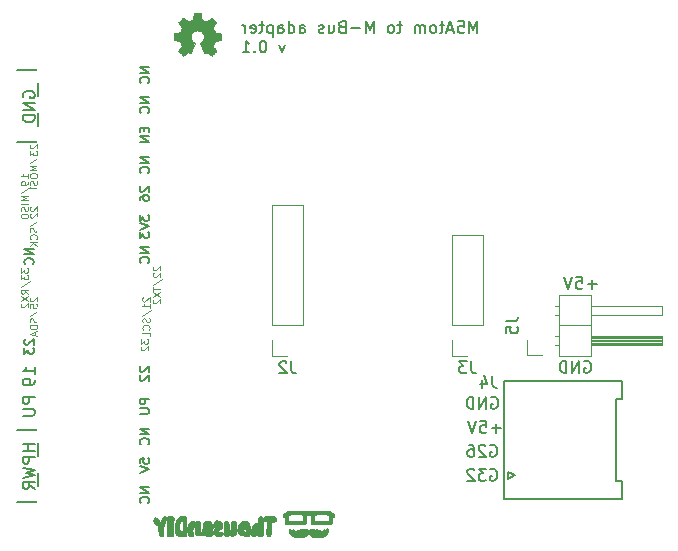
<source format=gbo>
G04 #@! TF.GenerationSoftware,KiCad,Pcbnew,(5.1.4)-1*
G04 #@! TF.CreationDate,2020-04-17T11:16:30+09:00*
G04 #@! TF.ProjectId,M5_Atom2Mbus,4d355f41-746f-46d3-924d-6275732e6b69,v0.1*
G04 #@! TF.SameCoordinates,Original*
G04 #@! TF.FileFunction,Legend,Bot*
G04 #@! TF.FilePolarity,Positive*
%FSLAX46Y46*%
G04 Gerber Fmt 4.6, Leading zero omitted, Abs format (unit mm)*
G04 Created by KiCad (PCBNEW (5.1.4)-1) date 2020-04-17 11:16:30*
%MOMM*%
%LPD*%
G04 APERTURE LIST*
%ADD10C,0.150000*%
%ADD11C,0.100000*%
%ADD12C,0.200000*%
%ADD13C,0.127000*%
%ADD14C,0.120000*%
%ADD15C,0.002540*%
%ADD16C,1.200000*%
%ADD17C,1.400000*%
%ADD18R,3.550000X1.400000*%
%ADD19C,2.100000*%
%ADD20R,2.100000X2.100000*%
%ADD21O,2.100000X2.100000*%
%ADD22R,1.750000X1.750000*%
%ADD23C,1.750000*%
%ADD24C,3.600000*%
%ADD25C,2.600000*%
G04 APERTURE END LIST*
D10*
X142941119Y-86653380D02*
X142941119Y-85653380D01*
X142607785Y-86367666D01*
X142274452Y-85653380D01*
X142274452Y-86653380D01*
X141322071Y-85653380D02*
X141798261Y-85653380D01*
X141845880Y-86129571D01*
X141798261Y-86081952D01*
X141703023Y-86034333D01*
X141464928Y-86034333D01*
X141369690Y-86081952D01*
X141322071Y-86129571D01*
X141274452Y-86224809D01*
X141274452Y-86462904D01*
X141322071Y-86558142D01*
X141369690Y-86605761D01*
X141464928Y-86653380D01*
X141703023Y-86653380D01*
X141798261Y-86605761D01*
X141845880Y-86558142D01*
X140893500Y-86367666D02*
X140417309Y-86367666D01*
X140988738Y-86653380D02*
X140655404Y-85653380D01*
X140322071Y-86653380D01*
X140131595Y-85986714D02*
X139750642Y-85986714D01*
X139988738Y-85653380D02*
X139988738Y-86510523D01*
X139941119Y-86605761D01*
X139845880Y-86653380D01*
X139750642Y-86653380D01*
X139274452Y-86653380D02*
X139369690Y-86605761D01*
X139417309Y-86558142D01*
X139464928Y-86462904D01*
X139464928Y-86177190D01*
X139417309Y-86081952D01*
X139369690Y-86034333D01*
X139274452Y-85986714D01*
X139131595Y-85986714D01*
X139036357Y-86034333D01*
X138988738Y-86081952D01*
X138941119Y-86177190D01*
X138941119Y-86462904D01*
X138988738Y-86558142D01*
X139036357Y-86605761D01*
X139131595Y-86653380D01*
X139274452Y-86653380D01*
X138512547Y-86653380D02*
X138512547Y-85986714D01*
X138512547Y-86081952D02*
X138464928Y-86034333D01*
X138369690Y-85986714D01*
X138226833Y-85986714D01*
X138131595Y-86034333D01*
X138083976Y-86129571D01*
X138083976Y-86653380D01*
X138083976Y-86129571D02*
X138036357Y-86034333D01*
X137941119Y-85986714D01*
X137798261Y-85986714D01*
X137703023Y-86034333D01*
X137655404Y-86129571D01*
X137655404Y-86653380D01*
X136560166Y-85986714D02*
X136179214Y-85986714D01*
X136417309Y-85653380D02*
X136417309Y-86510523D01*
X136369690Y-86605761D01*
X136274452Y-86653380D01*
X136179214Y-86653380D01*
X135703023Y-86653380D02*
X135798261Y-86605761D01*
X135845880Y-86558142D01*
X135893500Y-86462904D01*
X135893500Y-86177190D01*
X135845880Y-86081952D01*
X135798261Y-86034333D01*
X135703023Y-85986714D01*
X135560166Y-85986714D01*
X135464928Y-86034333D01*
X135417309Y-86081952D01*
X135369690Y-86177190D01*
X135369690Y-86462904D01*
X135417309Y-86558142D01*
X135464928Y-86605761D01*
X135560166Y-86653380D01*
X135703023Y-86653380D01*
X134179214Y-86653380D02*
X134179214Y-85653380D01*
X133845880Y-86367666D01*
X133512547Y-85653380D01*
X133512547Y-86653380D01*
X133036357Y-86272428D02*
X132274452Y-86272428D01*
X131464928Y-86129571D02*
X131322071Y-86177190D01*
X131274452Y-86224809D01*
X131226833Y-86320047D01*
X131226833Y-86462904D01*
X131274452Y-86558142D01*
X131322071Y-86605761D01*
X131417309Y-86653380D01*
X131798261Y-86653380D01*
X131798261Y-85653380D01*
X131464928Y-85653380D01*
X131369690Y-85701000D01*
X131322071Y-85748619D01*
X131274452Y-85843857D01*
X131274452Y-85939095D01*
X131322071Y-86034333D01*
X131369690Y-86081952D01*
X131464928Y-86129571D01*
X131798261Y-86129571D01*
X130369690Y-85986714D02*
X130369690Y-86653380D01*
X130798261Y-85986714D02*
X130798261Y-86510523D01*
X130750642Y-86605761D01*
X130655404Y-86653380D01*
X130512547Y-86653380D01*
X130417309Y-86605761D01*
X130369690Y-86558142D01*
X129941119Y-86605761D02*
X129845880Y-86653380D01*
X129655404Y-86653380D01*
X129560166Y-86605761D01*
X129512547Y-86510523D01*
X129512547Y-86462904D01*
X129560166Y-86367666D01*
X129655404Y-86320047D01*
X129798261Y-86320047D01*
X129893500Y-86272428D01*
X129941119Y-86177190D01*
X129941119Y-86129571D01*
X129893500Y-86034333D01*
X129798261Y-85986714D01*
X129655404Y-85986714D01*
X129560166Y-86034333D01*
X127893500Y-86653380D02*
X127893500Y-86129571D01*
X127941119Y-86034333D01*
X128036357Y-85986714D01*
X128226833Y-85986714D01*
X128322071Y-86034333D01*
X127893500Y-86605761D02*
X127988738Y-86653380D01*
X128226833Y-86653380D01*
X128322071Y-86605761D01*
X128369690Y-86510523D01*
X128369690Y-86415285D01*
X128322071Y-86320047D01*
X128226833Y-86272428D01*
X127988738Y-86272428D01*
X127893500Y-86224809D01*
X126988738Y-86653380D02*
X126988738Y-85653380D01*
X126988738Y-86605761D02*
X127083976Y-86653380D01*
X127274452Y-86653380D01*
X127369690Y-86605761D01*
X127417309Y-86558142D01*
X127464928Y-86462904D01*
X127464928Y-86177190D01*
X127417309Y-86081952D01*
X127369690Y-86034333D01*
X127274452Y-85986714D01*
X127083976Y-85986714D01*
X126988738Y-86034333D01*
X126083976Y-86653380D02*
X126083976Y-86129571D01*
X126131595Y-86034333D01*
X126226833Y-85986714D01*
X126417309Y-85986714D01*
X126512547Y-86034333D01*
X126083976Y-86605761D02*
X126179214Y-86653380D01*
X126417309Y-86653380D01*
X126512547Y-86605761D01*
X126560166Y-86510523D01*
X126560166Y-86415285D01*
X126512547Y-86320047D01*
X126417309Y-86272428D01*
X126179214Y-86272428D01*
X126083976Y-86224809D01*
X125607785Y-85986714D02*
X125607785Y-86986714D01*
X125607785Y-86034333D02*
X125512547Y-85986714D01*
X125322071Y-85986714D01*
X125226833Y-86034333D01*
X125179214Y-86081952D01*
X125131595Y-86177190D01*
X125131595Y-86462904D01*
X125179214Y-86558142D01*
X125226833Y-86605761D01*
X125322071Y-86653380D01*
X125512547Y-86653380D01*
X125607785Y-86605761D01*
X124845880Y-85986714D02*
X124464928Y-85986714D01*
X124703023Y-85653380D02*
X124703023Y-86510523D01*
X124655404Y-86605761D01*
X124560166Y-86653380D01*
X124464928Y-86653380D01*
X123750642Y-86605761D02*
X123845880Y-86653380D01*
X124036357Y-86653380D01*
X124131595Y-86605761D01*
X124179214Y-86510523D01*
X124179214Y-86129571D01*
X124131595Y-86034333D01*
X124036357Y-85986714D01*
X123845880Y-85986714D01*
X123750642Y-86034333D01*
X123703023Y-86129571D01*
X123703023Y-86224809D01*
X124179214Y-86320047D01*
X123274452Y-86653380D02*
X123274452Y-85986714D01*
X123274452Y-86177190D02*
X123226833Y-86081952D01*
X123179214Y-86034333D01*
X123083976Y-85986714D01*
X122988738Y-85986714D01*
X126655404Y-87636714D02*
X126417309Y-88303380D01*
X126179214Y-87636714D01*
X124845880Y-87303380D02*
X124750642Y-87303380D01*
X124655404Y-87351000D01*
X124607785Y-87398619D01*
X124560166Y-87493857D01*
X124512547Y-87684333D01*
X124512547Y-87922428D01*
X124560166Y-88112904D01*
X124607785Y-88208142D01*
X124655404Y-88255761D01*
X124750642Y-88303380D01*
X124845880Y-88303380D01*
X124941119Y-88255761D01*
X124988738Y-88208142D01*
X125036357Y-88112904D01*
X125083976Y-87922428D01*
X125083976Y-87684333D01*
X125036357Y-87493857D01*
X124988738Y-87398619D01*
X124941119Y-87351000D01*
X124845880Y-87303380D01*
X124083976Y-88208142D02*
X124036357Y-88255761D01*
X124083976Y-88303380D01*
X124131595Y-88255761D01*
X124083976Y-88208142D01*
X124083976Y-88303380D01*
X123083976Y-88303380D02*
X123655404Y-88303380D01*
X123369690Y-88303380D02*
X123369690Y-87303380D01*
X123464928Y-87446238D01*
X123560166Y-87541476D01*
X123655404Y-87589095D01*
X144060476Y-123610000D02*
X144155714Y-123562380D01*
X144298571Y-123562380D01*
X144441428Y-123610000D01*
X144536666Y-123705238D01*
X144584285Y-123800476D01*
X144631904Y-123990952D01*
X144631904Y-124133809D01*
X144584285Y-124324285D01*
X144536666Y-124419523D01*
X144441428Y-124514761D01*
X144298571Y-124562380D01*
X144203333Y-124562380D01*
X144060476Y-124514761D01*
X144012857Y-124467142D01*
X144012857Y-124133809D01*
X144203333Y-124133809D01*
X143679523Y-123562380D02*
X143060476Y-123562380D01*
X143393809Y-123943333D01*
X143250952Y-123943333D01*
X143155714Y-123990952D01*
X143108095Y-124038571D01*
X143060476Y-124133809D01*
X143060476Y-124371904D01*
X143108095Y-124467142D01*
X143155714Y-124514761D01*
X143250952Y-124562380D01*
X143536666Y-124562380D01*
X143631904Y-124514761D01*
X143679523Y-124467142D01*
X142679523Y-123657619D02*
X142631904Y-123610000D01*
X142536666Y-123562380D01*
X142298571Y-123562380D01*
X142203333Y-123610000D01*
X142155714Y-123657619D01*
X142108095Y-123752857D01*
X142108095Y-123848095D01*
X142155714Y-123990952D01*
X142727142Y-124562380D01*
X142108095Y-124562380D01*
X144060476Y-121578000D02*
X144155714Y-121530380D01*
X144298571Y-121530380D01*
X144441428Y-121578000D01*
X144536666Y-121673238D01*
X144584285Y-121768476D01*
X144631904Y-121958952D01*
X144631904Y-122101809D01*
X144584285Y-122292285D01*
X144536666Y-122387523D01*
X144441428Y-122482761D01*
X144298571Y-122530380D01*
X144203333Y-122530380D01*
X144060476Y-122482761D01*
X144012857Y-122435142D01*
X144012857Y-122101809D01*
X144203333Y-122101809D01*
X143631904Y-121625619D02*
X143584285Y-121578000D01*
X143489047Y-121530380D01*
X143250952Y-121530380D01*
X143155714Y-121578000D01*
X143108095Y-121625619D01*
X143060476Y-121720857D01*
X143060476Y-121816095D01*
X143108095Y-121958952D01*
X143679523Y-122530380D01*
X143060476Y-122530380D01*
X142203333Y-121530380D02*
X142393809Y-121530380D01*
X142489047Y-121578000D01*
X142536666Y-121625619D01*
X142631904Y-121768476D01*
X142679523Y-121958952D01*
X142679523Y-122339904D01*
X142631904Y-122435142D01*
X142584285Y-122482761D01*
X142489047Y-122530380D01*
X142298571Y-122530380D01*
X142203333Y-122482761D01*
X142155714Y-122435142D01*
X142108095Y-122339904D01*
X142108095Y-122101809D01*
X142155714Y-122006571D01*
X142203333Y-121958952D01*
X142298571Y-121911333D01*
X142489047Y-121911333D01*
X142584285Y-121958952D01*
X142631904Y-122006571D01*
X142679523Y-122101809D01*
X144909714Y-120117428D02*
X144147809Y-120117428D01*
X144528761Y-120498380D02*
X144528761Y-119736476D01*
X143195428Y-119498380D02*
X143671619Y-119498380D01*
X143719238Y-119974571D01*
X143671619Y-119926952D01*
X143576380Y-119879333D01*
X143338285Y-119879333D01*
X143243047Y-119926952D01*
X143195428Y-119974571D01*
X143147809Y-120069809D01*
X143147809Y-120307904D01*
X143195428Y-120403142D01*
X143243047Y-120450761D01*
X143338285Y-120498380D01*
X143576380Y-120498380D01*
X143671619Y-120450761D01*
X143719238Y-120403142D01*
X142862095Y-119498380D02*
X142528761Y-120498380D01*
X142195428Y-119498380D01*
X144131904Y-117514000D02*
X144227142Y-117466380D01*
X144370000Y-117466380D01*
X144512857Y-117514000D01*
X144608095Y-117609238D01*
X144655714Y-117704476D01*
X144703333Y-117894952D01*
X144703333Y-118037809D01*
X144655714Y-118228285D01*
X144608095Y-118323523D01*
X144512857Y-118418761D01*
X144370000Y-118466380D01*
X144274761Y-118466380D01*
X144131904Y-118418761D01*
X144084285Y-118371142D01*
X144084285Y-118037809D01*
X144274761Y-118037809D01*
X143655714Y-118466380D02*
X143655714Y-117466380D01*
X143084285Y-118466380D01*
X143084285Y-117466380D01*
X142608095Y-118466380D02*
X142608095Y-117466380D01*
X142370000Y-117466380D01*
X142227142Y-117514000D01*
X142131904Y-117609238D01*
X142084285Y-117704476D01*
X142036666Y-117894952D01*
X142036666Y-118037809D01*
X142084285Y-118228285D01*
X142131904Y-118323523D01*
X142227142Y-118418761D01*
X142370000Y-118466380D01*
X142608095Y-118466380D01*
X152005904Y-114466000D02*
X152101142Y-114418380D01*
X152244000Y-114418380D01*
X152386857Y-114466000D01*
X152482095Y-114561238D01*
X152529714Y-114656476D01*
X152577333Y-114846952D01*
X152577333Y-114989809D01*
X152529714Y-115180285D01*
X152482095Y-115275523D01*
X152386857Y-115370761D01*
X152244000Y-115418380D01*
X152148761Y-115418380D01*
X152005904Y-115370761D01*
X151958285Y-115323142D01*
X151958285Y-114989809D01*
X152148761Y-114989809D01*
X151529714Y-115418380D02*
X151529714Y-114418380D01*
X150958285Y-115418380D01*
X150958285Y-114418380D01*
X150482095Y-115418380D02*
X150482095Y-114418380D01*
X150244000Y-114418380D01*
X150101142Y-114466000D01*
X150005904Y-114561238D01*
X149958285Y-114656476D01*
X149910666Y-114846952D01*
X149910666Y-114989809D01*
X149958285Y-115180285D01*
X150005904Y-115275523D01*
X150101142Y-115370761D01*
X150244000Y-115418380D01*
X150482095Y-115418380D01*
X153037714Y-107925428D02*
X152275809Y-107925428D01*
X152656761Y-108306380D02*
X152656761Y-107544476D01*
X151323428Y-107306380D02*
X151799619Y-107306380D01*
X151847238Y-107782571D01*
X151799619Y-107734952D01*
X151704380Y-107687333D01*
X151466285Y-107687333D01*
X151371047Y-107734952D01*
X151323428Y-107782571D01*
X151275809Y-107877809D01*
X151275809Y-108115904D01*
X151323428Y-108211142D01*
X151371047Y-108258761D01*
X151466285Y-108306380D01*
X151704380Y-108306380D01*
X151799619Y-108258761D01*
X151847238Y-108211142D01*
X150990095Y-107306380D02*
X150656761Y-108306380D01*
X150323428Y-107306380D01*
X115156904Y-125132428D02*
X114356904Y-125132428D01*
X115156904Y-125589571D01*
X114356904Y-125589571D01*
X115080714Y-126427666D02*
X115118809Y-126389571D01*
X115156904Y-126275285D01*
X115156904Y-126199095D01*
X115118809Y-126084809D01*
X115042619Y-126008619D01*
X114966428Y-125970523D01*
X114814047Y-125932428D01*
X114699761Y-125932428D01*
X114547380Y-125970523D01*
X114471190Y-126008619D01*
X114395000Y-126084809D01*
X114356904Y-126199095D01*
X114356904Y-126275285D01*
X114395000Y-126389571D01*
X114433095Y-126427666D01*
X114356904Y-123068619D02*
X114356904Y-122687666D01*
X114737857Y-122649571D01*
X114699761Y-122687666D01*
X114661666Y-122763857D01*
X114661666Y-122954333D01*
X114699761Y-123030523D01*
X114737857Y-123068619D01*
X114814047Y-123106714D01*
X115004523Y-123106714D01*
X115080714Y-123068619D01*
X115118809Y-123030523D01*
X115156904Y-122954333D01*
X115156904Y-122763857D01*
X115118809Y-122687666D01*
X115080714Y-122649571D01*
X114356904Y-123335285D02*
X115156904Y-123601952D01*
X114356904Y-123868619D01*
X115156904Y-120179428D02*
X114356904Y-120179428D01*
X115156904Y-120636571D01*
X114356904Y-120636571D01*
X115080714Y-121474666D02*
X115118809Y-121436571D01*
X115156904Y-121322285D01*
X115156904Y-121246095D01*
X115118809Y-121131809D01*
X115042619Y-121055619D01*
X114966428Y-121017523D01*
X114814047Y-120979428D01*
X114699761Y-120979428D01*
X114547380Y-121017523D01*
X114471190Y-121055619D01*
X114395000Y-121131809D01*
X114356904Y-121246095D01*
X114356904Y-121322285D01*
X114395000Y-121436571D01*
X114433095Y-121474666D01*
X115156904Y-117639428D02*
X114356904Y-117639428D01*
X114356904Y-117944190D01*
X114395000Y-118020380D01*
X114433095Y-118058476D01*
X114509285Y-118096571D01*
X114623571Y-118096571D01*
X114699761Y-118058476D01*
X114737857Y-118020380D01*
X114775952Y-117944190D01*
X114775952Y-117639428D01*
X114356904Y-118439428D02*
X115004523Y-118439428D01*
X115080714Y-118477523D01*
X115118809Y-118515619D01*
X115156904Y-118591809D01*
X115156904Y-118744190D01*
X115118809Y-118820380D01*
X115080714Y-118858476D01*
X115004523Y-118896571D01*
X114356904Y-118896571D01*
X114433095Y-114864476D02*
X114395000Y-114902571D01*
X114356904Y-114978761D01*
X114356904Y-115169238D01*
X114395000Y-115245428D01*
X114433095Y-115283523D01*
X114509285Y-115321619D01*
X114585476Y-115321619D01*
X114699761Y-115283523D01*
X115156904Y-114826380D01*
X115156904Y-115321619D01*
X114433095Y-115626380D02*
X114395000Y-115664476D01*
X114356904Y-115740666D01*
X114356904Y-115931142D01*
X114395000Y-116007333D01*
X114433095Y-116045428D01*
X114509285Y-116083523D01*
X114585476Y-116083523D01*
X114699761Y-116045428D01*
X115156904Y-115588285D01*
X115156904Y-116083523D01*
D11*
X114466428Y-112575285D02*
X114466428Y-112946714D01*
X114695000Y-112746714D01*
X114695000Y-112832428D01*
X114723571Y-112889571D01*
X114752142Y-112918142D01*
X114809285Y-112946714D01*
X114952142Y-112946714D01*
X115009285Y-112918142D01*
X115037857Y-112889571D01*
X115066428Y-112832428D01*
X115066428Y-112661000D01*
X115037857Y-112603857D01*
X115009285Y-112575285D01*
X114523571Y-113175285D02*
X114495000Y-113203857D01*
X114466428Y-113261000D01*
X114466428Y-113403857D01*
X114495000Y-113461000D01*
X114523571Y-113489571D01*
X114580714Y-113518142D01*
X114637857Y-113518142D01*
X114723571Y-113489571D01*
X115066428Y-113146714D01*
X115066428Y-113518142D01*
X114650571Y-109048000D02*
X114622000Y-109076571D01*
X114593428Y-109133714D01*
X114593428Y-109276571D01*
X114622000Y-109333714D01*
X114650571Y-109362285D01*
X114707714Y-109390857D01*
X114764857Y-109390857D01*
X114850571Y-109362285D01*
X115193428Y-109019428D01*
X115193428Y-109390857D01*
X115193428Y-109962285D02*
X115193428Y-109619428D01*
X115193428Y-109790857D02*
X114593428Y-109790857D01*
X114679142Y-109733714D01*
X114736285Y-109676571D01*
X114764857Y-109619428D01*
X114564857Y-110648000D02*
X115336285Y-110133714D01*
X115164857Y-110819428D02*
X115193428Y-110905142D01*
X115193428Y-111048000D01*
X115164857Y-111105142D01*
X115136285Y-111133714D01*
X115079142Y-111162285D01*
X115022000Y-111162285D01*
X114964857Y-111133714D01*
X114936285Y-111105142D01*
X114907714Y-111048000D01*
X114879142Y-110933714D01*
X114850571Y-110876571D01*
X114822000Y-110848000D01*
X114764857Y-110819428D01*
X114707714Y-110819428D01*
X114650571Y-110848000D01*
X114622000Y-110876571D01*
X114593428Y-110933714D01*
X114593428Y-111076571D01*
X114622000Y-111162285D01*
X115136285Y-111762285D02*
X115164857Y-111733714D01*
X115193428Y-111648000D01*
X115193428Y-111590857D01*
X115164857Y-111505142D01*
X115107714Y-111448000D01*
X115050571Y-111419428D01*
X114936285Y-111390857D01*
X114850571Y-111390857D01*
X114736285Y-111419428D01*
X114679142Y-111448000D01*
X114622000Y-111505142D01*
X114593428Y-111590857D01*
X114593428Y-111648000D01*
X114622000Y-111733714D01*
X114650571Y-111762285D01*
X115193428Y-112305142D02*
X115193428Y-112019428D01*
X114593428Y-112019428D01*
X115539571Y-106409571D02*
X115511000Y-106438142D01*
X115482428Y-106495285D01*
X115482428Y-106638142D01*
X115511000Y-106695285D01*
X115539571Y-106723857D01*
X115596714Y-106752428D01*
X115653857Y-106752428D01*
X115739571Y-106723857D01*
X116082428Y-106381000D01*
X116082428Y-106752428D01*
X115539571Y-106981000D02*
X115511000Y-107009571D01*
X115482428Y-107066714D01*
X115482428Y-107209571D01*
X115511000Y-107266714D01*
X115539571Y-107295285D01*
X115596714Y-107323857D01*
X115653857Y-107323857D01*
X115739571Y-107295285D01*
X116082428Y-106952428D01*
X116082428Y-107323857D01*
X115453857Y-108009571D02*
X116225285Y-107495285D01*
X115482428Y-108123857D02*
X115482428Y-108466714D01*
X116082428Y-108295285D02*
X115482428Y-108295285D01*
X115482428Y-108609571D02*
X116082428Y-109009571D01*
X115482428Y-109009571D02*
X116082428Y-108609571D01*
X115539571Y-109209571D02*
X115511000Y-109238142D01*
X115482428Y-109295285D01*
X115482428Y-109438142D01*
X115511000Y-109495285D01*
X115539571Y-109523857D01*
X115596714Y-109552428D01*
X115653857Y-109552428D01*
X115739571Y-109523857D01*
X116082428Y-109181000D01*
X116082428Y-109552428D01*
D10*
X115156904Y-104812428D02*
X114356904Y-104812428D01*
X115156904Y-105269571D01*
X114356904Y-105269571D01*
X115080714Y-106107666D02*
X115118809Y-106069571D01*
X115156904Y-105955285D01*
X115156904Y-105879095D01*
X115118809Y-105764809D01*
X115042619Y-105688619D01*
X114966428Y-105650523D01*
X114814047Y-105612428D01*
X114699761Y-105612428D01*
X114547380Y-105650523D01*
X114471190Y-105688619D01*
X114395000Y-105764809D01*
X114356904Y-105879095D01*
X114356904Y-105955285D01*
X114395000Y-106069571D01*
X114433095Y-106107666D01*
X114356904Y-102037523D02*
X114356904Y-102532761D01*
X114661666Y-102266095D01*
X114661666Y-102380380D01*
X114699761Y-102456571D01*
X114737857Y-102494666D01*
X114814047Y-102532761D01*
X115004523Y-102532761D01*
X115080714Y-102494666D01*
X115118809Y-102456571D01*
X115156904Y-102380380D01*
X115156904Y-102151809D01*
X115118809Y-102075619D01*
X115080714Y-102037523D01*
X114356904Y-102761333D02*
X115156904Y-103028000D01*
X114356904Y-103294666D01*
X114356904Y-103485142D02*
X114356904Y-103980380D01*
X114661666Y-103713714D01*
X114661666Y-103828000D01*
X114699761Y-103904190D01*
X114737857Y-103942285D01*
X114814047Y-103980380D01*
X115004523Y-103980380D01*
X115080714Y-103942285D01*
X115118809Y-103904190D01*
X115156904Y-103828000D01*
X115156904Y-103599428D01*
X115118809Y-103523238D01*
X115080714Y-103485142D01*
X114433095Y-99624476D02*
X114395000Y-99662571D01*
X114356904Y-99738761D01*
X114356904Y-99929238D01*
X114395000Y-100005428D01*
X114433095Y-100043523D01*
X114509285Y-100081619D01*
X114585476Y-100081619D01*
X114699761Y-100043523D01*
X115156904Y-99586380D01*
X115156904Y-100081619D01*
X114356904Y-100767333D02*
X114356904Y-100614952D01*
X114395000Y-100538761D01*
X114433095Y-100500666D01*
X114547380Y-100424476D01*
X114699761Y-100386380D01*
X115004523Y-100386380D01*
X115080714Y-100424476D01*
X115118809Y-100462571D01*
X115156904Y-100538761D01*
X115156904Y-100691142D01*
X115118809Y-100767333D01*
X115080714Y-100805428D01*
X115004523Y-100843523D01*
X114814047Y-100843523D01*
X114737857Y-100805428D01*
X114699761Y-100767333D01*
X114661666Y-100691142D01*
X114661666Y-100538761D01*
X114699761Y-100462571D01*
X114737857Y-100424476D01*
X114814047Y-100386380D01*
X115156904Y-97192428D02*
X114356904Y-97192428D01*
X115156904Y-97649571D01*
X114356904Y-97649571D01*
X115080714Y-98487666D02*
X115118809Y-98449571D01*
X115156904Y-98335285D01*
X115156904Y-98259095D01*
X115118809Y-98144809D01*
X115042619Y-98068619D01*
X114966428Y-98030523D01*
X114814047Y-97992428D01*
X114699761Y-97992428D01*
X114547380Y-98030523D01*
X114471190Y-98068619D01*
X114395000Y-98144809D01*
X114356904Y-98259095D01*
X114356904Y-98335285D01*
X114395000Y-98449571D01*
X114433095Y-98487666D01*
X114737857Y-94690523D02*
X114737857Y-94957190D01*
X115156904Y-95071476D02*
X115156904Y-94690523D01*
X114356904Y-94690523D01*
X114356904Y-95071476D01*
X115156904Y-95414333D02*
X114356904Y-95414333D01*
X115156904Y-95871476D01*
X114356904Y-95871476D01*
X115156904Y-92112428D02*
X114356904Y-92112428D01*
X115156904Y-92569571D01*
X114356904Y-92569571D01*
X115080714Y-93407666D02*
X115118809Y-93369571D01*
X115156904Y-93255285D01*
X115156904Y-93179095D01*
X115118809Y-93064809D01*
X115042619Y-92988619D01*
X114966428Y-92950523D01*
X114814047Y-92912428D01*
X114699761Y-92912428D01*
X114547380Y-92950523D01*
X114471190Y-92988619D01*
X114395000Y-93064809D01*
X114356904Y-93179095D01*
X114356904Y-93255285D01*
X114395000Y-93369571D01*
X114433095Y-93407666D01*
X115156904Y-89572428D02*
X114356904Y-89572428D01*
X115156904Y-90029571D01*
X114356904Y-90029571D01*
X115080714Y-90867666D02*
X115118809Y-90829571D01*
X115156904Y-90715285D01*
X115156904Y-90639095D01*
X115118809Y-90524809D01*
X115042619Y-90448619D01*
X114966428Y-90410523D01*
X114814047Y-90372428D01*
X114699761Y-90372428D01*
X114547380Y-90410523D01*
X114471190Y-90448619D01*
X114395000Y-90524809D01*
X114356904Y-90639095D01*
X114356904Y-90715285D01*
X114395000Y-90829571D01*
X114433095Y-90867666D01*
D12*
X104516000Y-92106095D02*
X104468380Y-92010857D01*
X104468380Y-91868000D01*
X104516000Y-91725142D01*
X104611238Y-91629904D01*
X104706476Y-91582285D01*
X104896952Y-91534666D01*
X105039809Y-91534666D01*
X105230285Y-91582285D01*
X105325523Y-91629904D01*
X105420761Y-91725142D01*
X105468380Y-91868000D01*
X105468380Y-91963238D01*
X105420761Y-92106095D01*
X105373142Y-92153714D01*
X105039809Y-92153714D01*
X105039809Y-91963238D01*
X105468380Y-92582285D02*
X104468380Y-92582285D01*
X105468380Y-93153714D01*
X104468380Y-93153714D01*
X105468380Y-93629904D02*
X104468380Y-93629904D01*
X104468380Y-93868000D01*
X104516000Y-94010857D01*
X104611238Y-94106095D01*
X104706476Y-94153714D01*
X104896952Y-94201333D01*
X105039809Y-94201333D01*
X105230285Y-94153714D01*
X105325523Y-94106095D01*
X105420761Y-94010857D01*
X105468380Y-93868000D01*
X105468380Y-93629904D01*
X105778000Y-95916000D02*
X104000000Y-95916000D01*
X105778000Y-89820000D02*
X105778000Y-95916000D01*
X104000000Y-89820000D02*
X105778000Y-89820000D01*
D11*
X105125571Y-96090857D02*
X105097000Y-96119428D01*
X105068428Y-96176571D01*
X105068428Y-96319428D01*
X105097000Y-96376571D01*
X105125571Y-96405142D01*
X105182714Y-96433714D01*
X105239857Y-96433714D01*
X105325571Y-96405142D01*
X105668428Y-96062285D01*
X105668428Y-96433714D01*
X105068428Y-96633714D02*
X105068428Y-97005142D01*
X105297000Y-96805142D01*
X105297000Y-96890857D01*
X105325571Y-96948000D01*
X105354142Y-96976571D01*
X105411285Y-97005142D01*
X105554142Y-97005142D01*
X105611285Y-96976571D01*
X105639857Y-96948000D01*
X105668428Y-96890857D01*
X105668428Y-96719428D01*
X105639857Y-96662285D01*
X105611285Y-96633714D01*
X105039857Y-97690857D02*
X105811285Y-97176571D01*
X105668428Y-97890857D02*
X105068428Y-97890857D01*
X105497000Y-98090857D01*
X105068428Y-98290857D01*
X105668428Y-98290857D01*
X105068428Y-98690857D02*
X105068428Y-98805142D01*
X105097000Y-98862285D01*
X105154142Y-98919428D01*
X105268428Y-98948000D01*
X105468428Y-98948000D01*
X105582714Y-98919428D01*
X105639857Y-98862285D01*
X105668428Y-98805142D01*
X105668428Y-98690857D01*
X105639857Y-98633714D01*
X105582714Y-98576571D01*
X105468428Y-98548000D01*
X105268428Y-98548000D01*
X105154142Y-98576571D01*
X105097000Y-98633714D01*
X105068428Y-98690857D01*
X105639857Y-99176571D02*
X105668428Y-99262285D01*
X105668428Y-99405142D01*
X105639857Y-99462285D01*
X105611285Y-99490857D01*
X105554142Y-99519428D01*
X105497000Y-99519428D01*
X105439857Y-99490857D01*
X105411285Y-99462285D01*
X105382714Y-99405142D01*
X105354142Y-99290857D01*
X105325571Y-99233714D01*
X105297000Y-99205142D01*
X105239857Y-99176571D01*
X105182714Y-99176571D01*
X105125571Y-99205142D01*
X105097000Y-99233714D01*
X105068428Y-99290857D01*
X105068428Y-99433714D01*
X105097000Y-99519428D01*
X105668428Y-99776571D02*
X105068428Y-99776571D01*
X104906428Y-98973714D02*
X104906428Y-98630857D01*
X104906428Y-98802285D02*
X104306428Y-98802285D01*
X104392142Y-98745142D01*
X104449285Y-98688000D01*
X104477857Y-98630857D01*
X104906428Y-99259428D02*
X104906428Y-99373714D01*
X104877857Y-99430857D01*
X104849285Y-99459428D01*
X104763571Y-99516571D01*
X104649285Y-99545142D01*
X104420714Y-99545142D01*
X104363571Y-99516571D01*
X104335000Y-99488000D01*
X104306428Y-99430857D01*
X104306428Y-99316571D01*
X104335000Y-99259428D01*
X104363571Y-99230857D01*
X104420714Y-99202285D01*
X104563571Y-99202285D01*
X104620714Y-99230857D01*
X104649285Y-99259428D01*
X104677857Y-99316571D01*
X104677857Y-99430857D01*
X104649285Y-99488000D01*
X104620714Y-99516571D01*
X104563571Y-99545142D01*
X104277857Y-100230857D02*
X105049285Y-99716571D01*
X104906428Y-100430857D02*
X104306428Y-100430857D01*
X104735000Y-100630857D01*
X104306428Y-100830857D01*
X104906428Y-100830857D01*
X104906428Y-101116571D02*
X104306428Y-101116571D01*
X104877857Y-101373714D02*
X104906428Y-101459428D01*
X104906428Y-101602285D01*
X104877857Y-101659428D01*
X104849285Y-101688000D01*
X104792142Y-101716571D01*
X104735000Y-101716571D01*
X104677857Y-101688000D01*
X104649285Y-101659428D01*
X104620714Y-101602285D01*
X104592142Y-101488000D01*
X104563571Y-101430857D01*
X104535000Y-101402285D01*
X104477857Y-101373714D01*
X104420714Y-101373714D01*
X104363571Y-101402285D01*
X104335000Y-101430857D01*
X104306428Y-101488000D01*
X104306428Y-101630857D01*
X104335000Y-101716571D01*
X104306428Y-102088000D02*
X104306428Y-102202285D01*
X104335000Y-102259428D01*
X104392142Y-102316571D01*
X104506428Y-102345142D01*
X104706428Y-102345142D01*
X104820714Y-102316571D01*
X104877857Y-102259428D01*
X104906428Y-102202285D01*
X104906428Y-102088000D01*
X104877857Y-102030857D01*
X104820714Y-101973714D01*
X104706428Y-101945142D01*
X104506428Y-101945142D01*
X104392142Y-101973714D01*
X104335000Y-102030857D01*
X104306428Y-102088000D01*
X105125571Y-101370857D02*
X105097000Y-101399428D01*
X105068428Y-101456571D01*
X105068428Y-101599428D01*
X105097000Y-101656571D01*
X105125571Y-101685142D01*
X105182714Y-101713714D01*
X105239857Y-101713714D01*
X105325571Y-101685142D01*
X105668428Y-101342285D01*
X105668428Y-101713714D01*
X105125571Y-101942285D02*
X105097000Y-101970857D01*
X105068428Y-102028000D01*
X105068428Y-102170857D01*
X105097000Y-102228000D01*
X105125571Y-102256571D01*
X105182714Y-102285142D01*
X105239857Y-102285142D01*
X105325571Y-102256571D01*
X105668428Y-101913714D01*
X105668428Y-102285142D01*
X105039857Y-102970857D02*
X105811285Y-102456571D01*
X105639857Y-103142285D02*
X105668428Y-103228000D01*
X105668428Y-103370857D01*
X105639857Y-103428000D01*
X105611285Y-103456571D01*
X105554142Y-103485142D01*
X105497000Y-103485142D01*
X105439857Y-103456571D01*
X105411285Y-103428000D01*
X105382714Y-103370857D01*
X105354142Y-103256571D01*
X105325571Y-103199428D01*
X105297000Y-103170857D01*
X105239857Y-103142285D01*
X105182714Y-103142285D01*
X105125571Y-103170857D01*
X105097000Y-103199428D01*
X105068428Y-103256571D01*
X105068428Y-103399428D01*
X105097000Y-103485142D01*
X105611285Y-104085142D02*
X105639857Y-104056571D01*
X105668428Y-103970857D01*
X105668428Y-103913714D01*
X105639857Y-103828000D01*
X105582714Y-103770857D01*
X105525571Y-103742285D01*
X105411285Y-103713714D01*
X105325571Y-103713714D01*
X105211285Y-103742285D01*
X105154142Y-103770857D01*
X105097000Y-103828000D01*
X105068428Y-103913714D01*
X105068428Y-103970857D01*
X105097000Y-104056571D01*
X105125571Y-104085142D01*
X105668428Y-104342285D02*
X105068428Y-104342285D01*
X105668428Y-104685142D02*
X105325571Y-104428000D01*
X105068428Y-104685142D02*
X105411285Y-104342285D01*
D10*
X105377904Y-104939428D02*
X104577904Y-104939428D01*
X105377904Y-105396571D01*
X104577904Y-105396571D01*
X105301714Y-106234666D02*
X105339809Y-106196571D01*
X105377904Y-106082285D01*
X105377904Y-106006095D01*
X105339809Y-105891809D01*
X105263619Y-105815619D01*
X105187428Y-105777523D01*
X105035047Y-105739428D01*
X104920761Y-105739428D01*
X104768380Y-105777523D01*
X104692190Y-105815619D01*
X104616000Y-105891809D01*
X104577904Y-106006095D01*
X104577904Y-106082285D01*
X104616000Y-106196571D01*
X104654095Y-106234666D01*
D11*
X104306428Y-106563571D02*
X104306428Y-106935000D01*
X104535000Y-106735000D01*
X104535000Y-106820714D01*
X104563571Y-106877857D01*
X104592142Y-106906428D01*
X104649285Y-106935000D01*
X104792142Y-106935000D01*
X104849285Y-106906428D01*
X104877857Y-106877857D01*
X104906428Y-106820714D01*
X104906428Y-106649285D01*
X104877857Y-106592142D01*
X104849285Y-106563571D01*
X104306428Y-107135000D02*
X104306428Y-107506428D01*
X104535000Y-107306428D01*
X104535000Y-107392142D01*
X104563571Y-107449285D01*
X104592142Y-107477857D01*
X104649285Y-107506428D01*
X104792142Y-107506428D01*
X104849285Y-107477857D01*
X104877857Y-107449285D01*
X104906428Y-107392142D01*
X104906428Y-107220714D01*
X104877857Y-107163571D01*
X104849285Y-107135000D01*
X104277857Y-108192142D02*
X105049285Y-107677857D01*
X104906428Y-108735000D02*
X104620714Y-108535000D01*
X104906428Y-108392142D02*
X104306428Y-108392142D01*
X104306428Y-108620714D01*
X104335000Y-108677857D01*
X104363571Y-108706428D01*
X104420714Y-108735000D01*
X104506428Y-108735000D01*
X104563571Y-108706428D01*
X104592142Y-108677857D01*
X104620714Y-108620714D01*
X104620714Y-108392142D01*
X104306428Y-108935000D02*
X104906428Y-109335000D01*
X104306428Y-109335000D02*
X104906428Y-108935000D01*
X104363571Y-109535000D02*
X104335000Y-109563571D01*
X104306428Y-109620714D01*
X104306428Y-109763571D01*
X104335000Y-109820714D01*
X104363571Y-109849285D01*
X104420714Y-109877857D01*
X104477857Y-109877857D01*
X104563571Y-109849285D01*
X104906428Y-109506428D01*
X104906428Y-109877857D01*
X105125571Y-109033714D02*
X105097000Y-109062285D01*
X105068428Y-109119428D01*
X105068428Y-109262285D01*
X105097000Y-109319428D01*
X105125571Y-109348000D01*
X105182714Y-109376571D01*
X105239857Y-109376571D01*
X105325571Y-109348000D01*
X105668428Y-109005142D01*
X105668428Y-109376571D01*
X105068428Y-109919428D02*
X105068428Y-109633714D01*
X105354142Y-109605142D01*
X105325571Y-109633714D01*
X105297000Y-109690857D01*
X105297000Y-109833714D01*
X105325571Y-109890857D01*
X105354142Y-109919428D01*
X105411285Y-109948000D01*
X105554142Y-109948000D01*
X105611285Y-109919428D01*
X105639857Y-109890857D01*
X105668428Y-109833714D01*
X105668428Y-109690857D01*
X105639857Y-109633714D01*
X105611285Y-109605142D01*
X105039857Y-110633714D02*
X105811285Y-110119428D01*
X105639857Y-110805142D02*
X105668428Y-110890857D01*
X105668428Y-111033714D01*
X105639857Y-111090857D01*
X105611285Y-111119428D01*
X105554142Y-111148000D01*
X105497000Y-111148000D01*
X105439857Y-111119428D01*
X105411285Y-111090857D01*
X105382714Y-111033714D01*
X105354142Y-110919428D01*
X105325571Y-110862285D01*
X105297000Y-110833714D01*
X105239857Y-110805142D01*
X105182714Y-110805142D01*
X105125571Y-110833714D01*
X105097000Y-110862285D01*
X105068428Y-110919428D01*
X105068428Y-111062285D01*
X105097000Y-111148000D01*
X105668428Y-111405142D02*
X105068428Y-111405142D01*
X105068428Y-111548000D01*
X105097000Y-111633714D01*
X105154142Y-111690857D01*
X105211285Y-111719428D01*
X105325571Y-111748000D01*
X105411285Y-111748000D01*
X105525571Y-111719428D01*
X105582714Y-111690857D01*
X105639857Y-111633714D01*
X105668428Y-111548000D01*
X105668428Y-111405142D01*
X105497000Y-111976571D02*
X105497000Y-112262285D01*
X105668428Y-111919428D02*
X105068428Y-112119428D01*
X105668428Y-112319428D01*
D10*
X104654095Y-112578476D02*
X104616000Y-112616571D01*
X104577904Y-112692761D01*
X104577904Y-112883238D01*
X104616000Y-112959428D01*
X104654095Y-112997523D01*
X104730285Y-113035619D01*
X104806476Y-113035619D01*
X104920761Y-112997523D01*
X105377904Y-112540380D01*
X105377904Y-113035619D01*
X104577904Y-113302285D02*
X104577904Y-113797523D01*
X104882666Y-113530857D01*
X104882666Y-113645142D01*
X104920761Y-113721333D01*
X104958857Y-113759428D01*
X105035047Y-113797523D01*
X105225523Y-113797523D01*
X105301714Y-113759428D01*
X105339809Y-113721333D01*
X105377904Y-113645142D01*
X105377904Y-113416571D01*
X105339809Y-113340380D01*
X105301714Y-113302285D01*
D12*
X105468380Y-115537523D02*
X105468380Y-114966095D01*
X105468380Y-115251809D02*
X104468380Y-115251809D01*
X104611238Y-115156571D01*
X104706476Y-115061333D01*
X104754095Y-114966095D01*
X105468380Y-116013714D02*
X105468380Y-116204190D01*
X105420761Y-116299428D01*
X105373142Y-116347047D01*
X105230285Y-116442285D01*
X105039809Y-116489904D01*
X104658857Y-116489904D01*
X104563619Y-116442285D01*
X104516000Y-116394666D01*
X104468380Y-116299428D01*
X104468380Y-116108952D01*
X104516000Y-116013714D01*
X104563619Y-115966095D01*
X104658857Y-115918476D01*
X104896952Y-115918476D01*
X104992190Y-115966095D01*
X105039809Y-116013714D01*
X105087428Y-116108952D01*
X105087428Y-116299428D01*
X105039809Y-116394666D01*
X104992190Y-116442285D01*
X104896952Y-116489904D01*
X105468380Y-117482285D02*
X104468380Y-117482285D01*
X104468380Y-117863238D01*
X104516000Y-117958476D01*
X104563619Y-118006095D01*
X104658857Y-118053714D01*
X104801714Y-118053714D01*
X104896952Y-118006095D01*
X104944571Y-117958476D01*
X104992190Y-117863238D01*
X104992190Y-117482285D01*
X104468380Y-118482285D02*
X105277904Y-118482285D01*
X105373142Y-118529904D01*
X105420761Y-118577523D01*
X105468380Y-118672761D01*
X105468380Y-118863238D01*
X105420761Y-118958476D01*
X105373142Y-119006095D01*
X105277904Y-119053714D01*
X104468380Y-119053714D01*
X105468380Y-121490857D02*
X104468380Y-121490857D01*
X104944571Y-121490857D02*
X104944571Y-122062285D01*
X105468380Y-122062285D02*
X104468380Y-122062285D01*
X105468380Y-122538476D02*
X104468380Y-122538476D01*
X104468380Y-122919428D01*
X104516000Y-123014666D01*
X104563619Y-123062285D01*
X104658857Y-123109904D01*
X104801714Y-123109904D01*
X104896952Y-123062285D01*
X104944571Y-123014666D01*
X104992190Y-122919428D01*
X104992190Y-122538476D01*
X104468380Y-123443238D02*
X105468380Y-123681333D01*
X104754095Y-123871809D01*
X105468380Y-124062285D01*
X104468380Y-124300380D01*
X105468380Y-125252761D02*
X104992190Y-124919428D01*
X105468380Y-124681333D02*
X104468380Y-124681333D01*
X104468380Y-125062285D01*
X104516000Y-125157523D01*
X104563619Y-125205142D01*
X104658857Y-125252761D01*
X104801714Y-125252761D01*
X104896952Y-125205142D01*
X104944571Y-125157523D01*
X104992190Y-125062285D01*
X104992190Y-124681333D01*
X105778000Y-126396000D02*
X104000000Y-126396000D01*
X105778000Y-120300000D02*
X105778000Y-126396000D01*
X104000000Y-120300000D02*
X105778000Y-120300000D01*
D13*
X128417020Y-127241820D02*
X128417020Y-127279920D01*
X126816820Y-127241820D02*
X128417020Y-127241820D01*
X126816820Y-127279920D02*
X126816820Y-127241820D01*
X128417020Y-127279920D02*
X126816820Y-127279920D01*
X128912320Y-127241820D02*
X128912320Y-127279920D01*
X128455120Y-127241820D02*
X128912320Y-127241820D01*
X128455120Y-127279920D02*
X128455120Y-127241820D01*
X128912320Y-127279920D02*
X128455120Y-127279920D01*
X130550620Y-127241820D02*
X130550620Y-127279920D01*
X128950420Y-127241820D02*
X130550620Y-127241820D01*
X128950420Y-127279920D02*
X128950420Y-127241820D01*
X130550620Y-127279920D02*
X128950420Y-127279920D01*
X128417020Y-127279920D02*
X128417020Y-127318020D01*
X126778720Y-127279920D02*
X128417020Y-127279920D01*
X126778720Y-127318020D02*
X126778720Y-127279920D01*
X128417020Y-127318020D02*
X126778720Y-127318020D01*
X128912320Y-127279920D02*
X128912320Y-127318020D01*
X128455120Y-127279920D02*
X128912320Y-127279920D01*
X128455120Y-127318020D02*
X128455120Y-127279920D01*
X128912320Y-127318020D02*
X128455120Y-127318020D01*
X130626820Y-127279920D02*
X130626820Y-127318020D01*
X128950420Y-127279920D02*
X130626820Y-127279920D01*
X128950420Y-127318020D02*
X128950420Y-127279920D01*
X130626820Y-127318020D02*
X128950420Y-127318020D01*
X128417020Y-127318020D02*
X128417020Y-127356120D01*
X126740620Y-127318020D02*
X128417020Y-127318020D01*
X126740620Y-127356120D02*
X126740620Y-127318020D01*
X128417020Y-127356120D02*
X126740620Y-127356120D01*
X128912320Y-127318020D02*
X128912320Y-127356120D01*
X128455120Y-127318020D02*
X128912320Y-127318020D01*
X128455120Y-127356120D02*
X128455120Y-127318020D01*
X128912320Y-127356120D02*
X128455120Y-127356120D01*
X130626820Y-127318020D02*
X130626820Y-127356120D01*
X128950420Y-127318020D02*
X130626820Y-127318020D01*
X128950420Y-127356120D02*
X128950420Y-127318020D01*
X130626820Y-127356120D02*
X128950420Y-127356120D01*
X128417020Y-127356120D02*
X128417020Y-127394220D01*
X126740620Y-127356120D02*
X128417020Y-127356120D01*
X126740620Y-127394220D02*
X126740620Y-127356120D01*
X128417020Y-127394220D02*
X126740620Y-127394220D01*
X128912320Y-127356120D02*
X128912320Y-127394220D01*
X128455120Y-127356120D02*
X128912320Y-127356120D01*
X128455120Y-127394220D02*
X128455120Y-127356120D01*
X128912320Y-127394220D02*
X128455120Y-127394220D01*
X130626820Y-127356120D02*
X130626820Y-127394220D01*
X128950420Y-127356120D02*
X130626820Y-127356120D01*
X128950420Y-127394220D02*
X128950420Y-127356120D01*
X130626820Y-127394220D02*
X128950420Y-127394220D01*
X126702520Y-127394220D02*
X126702520Y-127432320D01*
X126550120Y-127394220D02*
X126702520Y-127394220D01*
X126550120Y-127432320D02*
X126550120Y-127394220D01*
X126702520Y-127432320D02*
X126550120Y-127432320D01*
X127045420Y-127394220D02*
X127045420Y-127432320D01*
X126740620Y-127394220D02*
X127045420Y-127394220D01*
X126740620Y-127432320D02*
X126740620Y-127394220D01*
X127045420Y-127432320D02*
X126740620Y-127432320D01*
X128417020Y-127394220D02*
X128417020Y-127432320D01*
X128150320Y-127394220D02*
X128417020Y-127394220D01*
X128150320Y-127432320D02*
X128150320Y-127394220D01*
X128417020Y-127432320D02*
X128150320Y-127432320D01*
X128912320Y-127394220D02*
X128912320Y-127432320D01*
X128455120Y-127394220D02*
X128912320Y-127394220D01*
X128455120Y-127432320D02*
X128455120Y-127394220D01*
X128912320Y-127432320D02*
X128455120Y-127432320D01*
X129255220Y-127394220D02*
X129255220Y-127432320D01*
X128950420Y-127394220D02*
X129255220Y-127394220D01*
X128950420Y-127432320D02*
X128950420Y-127394220D01*
X129255220Y-127432320D02*
X128950420Y-127432320D01*
X130322020Y-127394220D02*
X130322020Y-127432320D01*
X130283920Y-127394220D02*
X130322020Y-127394220D01*
X130283920Y-127432320D02*
X130283920Y-127394220D01*
X130322020Y-127432320D02*
X130283920Y-127432320D01*
X130626820Y-127394220D02*
X130626820Y-127432320D01*
X130360120Y-127394220D02*
X130626820Y-127394220D01*
X130360120Y-127432320D02*
X130360120Y-127394220D01*
X130626820Y-127432320D02*
X130360120Y-127432320D01*
X130817320Y-127394220D02*
X130817320Y-127432320D01*
X130664920Y-127394220D02*
X130817320Y-127394220D01*
X130664920Y-127432320D02*
X130664920Y-127394220D01*
X130817320Y-127432320D02*
X130664920Y-127432320D01*
X126702520Y-127432320D02*
X126702520Y-127470420D01*
X126550120Y-127432320D02*
X126702520Y-127432320D01*
X126550120Y-127470420D02*
X126550120Y-127432320D01*
X126702520Y-127470420D02*
X126550120Y-127470420D01*
X126931120Y-127432320D02*
X126931120Y-127470420D01*
X126740620Y-127432320D02*
X126931120Y-127432320D01*
X126740620Y-127470420D02*
X126740620Y-127432320D01*
X126931120Y-127470420D02*
X126740620Y-127470420D01*
X128417020Y-127432320D02*
X128417020Y-127470420D01*
X128226520Y-127432320D02*
X128417020Y-127432320D01*
X128226520Y-127470420D02*
X128226520Y-127432320D01*
X128417020Y-127470420D02*
X128226520Y-127470420D01*
X128912320Y-127432320D02*
X128912320Y-127470420D01*
X128455120Y-127432320D02*
X128912320Y-127432320D01*
X128455120Y-127470420D02*
X128455120Y-127432320D01*
X128912320Y-127470420D02*
X128455120Y-127470420D01*
X129140920Y-127432320D02*
X129140920Y-127470420D01*
X128950420Y-127432320D02*
X129140920Y-127432320D01*
X128950420Y-127470420D02*
X128950420Y-127432320D01*
X129140920Y-127470420D02*
X128950420Y-127470420D01*
X130626820Y-127432320D02*
X130626820Y-127470420D01*
X130436320Y-127432320D02*
X130626820Y-127432320D01*
X130436320Y-127470420D02*
X130436320Y-127432320D01*
X130626820Y-127470420D02*
X130436320Y-127470420D01*
X130817320Y-127432320D02*
X130817320Y-127470420D01*
X130664920Y-127432320D02*
X130817320Y-127432320D01*
X130664920Y-127470420D02*
X130664920Y-127432320D01*
X130817320Y-127470420D02*
X130664920Y-127470420D01*
X126702520Y-127470420D02*
X126702520Y-127508520D01*
X126550120Y-127470420D02*
X126702520Y-127470420D01*
X126550120Y-127508520D02*
X126550120Y-127470420D01*
X126702520Y-127508520D02*
X126550120Y-127508520D01*
X126931120Y-127470420D02*
X126931120Y-127508520D01*
X126740620Y-127470420D02*
X126931120Y-127470420D01*
X126740620Y-127508520D02*
X126740620Y-127470420D01*
X126931120Y-127508520D02*
X126740620Y-127508520D01*
X128417020Y-127470420D02*
X128417020Y-127508520D01*
X128264620Y-127470420D02*
X128417020Y-127470420D01*
X128264620Y-127508520D02*
X128264620Y-127470420D01*
X128417020Y-127508520D02*
X128264620Y-127508520D01*
X129140920Y-127470420D02*
X129140920Y-127508520D01*
X128950420Y-127470420D02*
X129140920Y-127470420D01*
X128950420Y-127508520D02*
X128950420Y-127470420D01*
X129140920Y-127508520D02*
X128950420Y-127508520D01*
X130626820Y-127470420D02*
X130626820Y-127508520D01*
X130474420Y-127470420D02*
X130626820Y-127470420D01*
X130474420Y-127508520D02*
X130474420Y-127470420D01*
X130626820Y-127508520D02*
X130474420Y-127508520D01*
X130817320Y-127470420D02*
X130817320Y-127508520D01*
X130664920Y-127470420D02*
X130817320Y-127470420D01*
X130664920Y-127508520D02*
X130664920Y-127470420D01*
X130817320Y-127508520D02*
X130664920Y-127508520D01*
X126702520Y-127508520D02*
X126702520Y-127546620D01*
X126550120Y-127508520D02*
X126702520Y-127508520D01*
X126550120Y-127546620D02*
X126550120Y-127508520D01*
X126702520Y-127546620D02*
X126550120Y-127546620D01*
X126931120Y-127508520D02*
X126931120Y-127546620D01*
X126740620Y-127508520D02*
X126931120Y-127508520D01*
X126740620Y-127546620D02*
X126740620Y-127508520D01*
X126931120Y-127546620D02*
X126740620Y-127546620D01*
X128417020Y-127508520D02*
X128417020Y-127546620D01*
X128264620Y-127508520D02*
X128417020Y-127508520D01*
X128264620Y-127546620D02*
X128264620Y-127508520D01*
X128417020Y-127546620D02*
X128264620Y-127546620D01*
X129140920Y-127508520D02*
X129140920Y-127546620D01*
X128950420Y-127508520D02*
X129140920Y-127508520D01*
X128950420Y-127546620D02*
X128950420Y-127508520D01*
X129140920Y-127546620D02*
X128950420Y-127546620D01*
X130626820Y-127508520D02*
X130626820Y-127546620D01*
X130474420Y-127508520D02*
X130626820Y-127508520D01*
X130474420Y-127546620D02*
X130474420Y-127508520D01*
X130626820Y-127546620D02*
X130474420Y-127546620D01*
X130817320Y-127508520D02*
X130817320Y-127546620D01*
X130664920Y-127508520D02*
X130817320Y-127508520D01*
X130664920Y-127546620D02*
X130664920Y-127508520D01*
X130817320Y-127546620D02*
X130664920Y-127546620D01*
X126702520Y-127546620D02*
X126702520Y-127584720D01*
X126550120Y-127546620D02*
X126702520Y-127546620D01*
X126550120Y-127584720D02*
X126550120Y-127546620D01*
X126702520Y-127584720D02*
X126550120Y-127584720D01*
X126931120Y-127546620D02*
X126931120Y-127584720D01*
X126740620Y-127546620D02*
X126931120Y-127546620D01*
X126740620Y-127584720D02*
X126740620Y-127546620D01*
X126931120Y-127584720D02*
X126740620Y-127584720D01*
X128417020Y-127546620D02*
X128417020Y-127584720D01*
X128264620Y-127546620D02*
X128417020Y-127546620D01*
X128264620Y-127584720D02*
X128264620Y-127546620D01*
X128417020Y-127584720D02*
X128264620Y-127584720D01*
X129140920Y-127546620D02*
X129140920Y-127584720D01*
X128950420Y-127546620D02*
X129140920Y-127546620D01*
X128950420Y-127584720D02*
X128950420Y-127546620D01*
X129140920Y-127584720D02*
X128950420Y-127584720D01*
X130626820Y-127546620D02*
X130626820Y-127584720D01*
X130474420Y-127546620D02*
X130626820Y-127546620D01*
X130474420Y-127584720D02*
X130474420Y-127546620D01*
X130626820Y-127584720D02*
X130474420Y-127584720D01*
X130817320Y-127546620D02*
X130817320Y-127584720D01*
X130664920Y-127546620D02*
X130817320Y-127546620D01*
X130664920Y-127584720D02*
X130664920Y-127546620D01*
X130817320Y-127584720D02*
X130664920Y-127584720D01*
X126702520Y-127584720D02*
X126702520Y-127622820D01*
X126550120Y-127584720D02*
X126702520Y-127584720D01*
X126550120Y-127622820D02*
X126550120Y-127584720D01*
X126702520Y-127622820D02*
X126550120Y-127622820D01*
X126931120Y-127584720D02*
X126931120Y-127622820D01*
X126740620Y-127584720D02*
X126931120Y-127584720D01*
X126740620Y-127622820D02*
X126740620Y-127584720D01*
X126931120Y-127622820D02*
X126740620Y-127622820D01*
X128417020Y-127584720D02*
X128417020Y-127622820D01*
X128264620Y-127584720D02*
X128417020Y-127584720D01*
X128264620Y-127622820D02*
X128264620Y-127584720D01*
X128417020Y-127622820D02*
X128264620Y-127622820D01*
X129140920Y-127584720D02*
X129140920Y-127622820D01*
X128950420Y-127584720D02*
X129140920Y-127584720D01*
X128950420Y-127622820D02*
X128950420Y-127584720D01*
X129140920Y-127622820D02*
X128950420Y-127622820D01*
X130626820Y-127584720D02*
X130626820Y-127622820D01*
X130474420Y-127584720D02*
X130626820Y-127584720D01*
X130474420Y-127622820D02*
X130474420Y-127584720D01*
X130626820Y-127622820D02*
X130474420Y-127622820D01*
X130817320Y-127584720D02*
X130817320Y-127622820D01*
X130664920Y-127584720D02*
X130817320Y-127584720D01*
X130664920Y-127622820D02*
X130664920Y-127584720D01*
X130817320Y-127622820D02*
X130664920Y-127622820D01*
X116567920Y-127622820D02*
X116567920Y-127660920D01*
X116453620Y-127622820D02*
X116567920Y-127622820D01*
X116453620Y-127660920D02*
X116453620Y-127622820D01*
X116567920Y-127660920D02*
X116453620Y-127660920D01*
X117177520Y-127622820D02*
X117177520Y-127660920D01*
X116796520Y-127622820D02*
X117177520Y-127622820D01*
X116796520Y-127660920D02*
X116796520Y-127622820D01*
X117177520Y-127660920D02*
X116796520Y-127660920D01*
X118206220Y-127622820D02*
X118206220Y-127660920D01*
X117901420Y-127622820D02*
X118206220Y-127622820D01*
X117901420Y-127660920D02*
X117901420Y-127622820D01*
X118206220Y-127660920D02*
X117901420Y-127660920D01*
X124683220Y-127622820D02*
X124683220Y-127660920D01*
X124568920Y-127622820D02*
X124683220Y-127622820D01*
X124568920Y-127660920D02*
X124568920Y-127622820D01*
X124683220Y-127660920D02*
X124568920Y-127660920D01*
X125711920Y-127622820D02*
X125711920Y-127660920D01*
X125064220Y-127622820D02*
X125711920Y-127622820D01*
X125064220Y-127660920D02*
X125064220Y-127622820D01*
X125711920Y-127660920D02*
X125064220Y-127660920D01*
X126931120Y-127622820D02*
X126931120Y-127660920D01*
X126740620Y-127622820D02*
X126931120Y-127622820D01*
X126740620Y-127660920D02*
X126740620Y-127622820D01*
X126931120Y-127660920D02*
X126740620Y-127660920D01*
X128417020Y-127622820D02*
X128417020Y-127660920D01*
X128264620Y-127622820D02*
X128417020Y-127622820D01*
X128264620Y-127660920D02*
X128264620Y-127622820D01*
X128417020Y-127660920D02*
X128264620Y-127660920D01*
X129140920Y-127622820D02*
X129140920Y-127660920D01*
X128950420Y-127622820D02*
X129140920Y-127622820D01*
X128950420Y-127660920D02*
X128950420Y-127622820D01*
X129140920Y-127660920D02*
X128950420Y-127660920D01*
X130626820Y-127622820D02*
X130626820Y-127660920D01*
X130474420Y-127622820D02*
X130626820Y-127622820D01*
X130474420Y-127660920D02*
X130474420Y-127622820D01*
X130626820Y-127660920D02*
X130474420Y-127660920D01*
X116567920Y-127660920D02*
X116567920Y-127699020D01*
X116377420Y-127660920D02*
X116567920Y-127660920D01*
X116377420Y-127699020D02*
X116377420Y-127660920D01*
X116567920Y-127699020D02*
X116377420Y-127699020D01*
X117215620Y-127660920D02*
X117215620Y-127699020D01*
X116758420Y-127660920D02*
X117215620Y-127660920D01*
X116758420Y-127699020D02*
X116758420Y-127660920D01*
X117215620Y-127699020D02*
X116758420Y-127699020D01*
X118282420Y-127660920D02*
X118282420Y-127699020D01*
X117787120Y-127660920D02*
X118282420Y-127660920D01*
X117787120Y-127699020D02*
X117787120Y-127660920D01*
X118282420Y-127699020D02*
X117787120Y-127699020D01*
X124721320Y-127660920D02*
X124721320Y-127699020D01*
X124530820Y-127660920D02*
X124721320Y-127660920D01*
X124530820Y-127699020D02*
X124530820Y-127660920D01*
X124721320Y-127699020D02*
X124530820Y-127699020D01*
X125826220Y-127660920D02*
X125826220Y-127699020D01*
X124988020Y-127660920D02*
X125826220Y-127660920D01*
X124988020Y-127699020D02*
X124988020Y-127660920D01*
X125826220Y-127699020D02*
X124988020Y-127699020D01*
X126931120Y-127660920D02*
X126931120Y-127699020D01*
X126740620Y-127660920D02*
X126931120Y-127660920D01*
X126740620Y-127699020D02*
X126740620Y-127660920D01*
X126931120Y-127699020D02*
X126740620Y-127699020D01*
X128417020Y-127660920D02*
X128417020Y-127699020D01*
X128264620Y-127660920D02*
X128417020Y-127660920D01*
X128264620Y-127699020D02*
X128264620Y-127660920D01*
X128417020Y-127699020D02*
X128264620Y-127699020D01*
X129140920Y-127660920D02*
X129140920Y-127699020D01*
X128950420Y-127660920D02*
X129140920Y-127660920D01*
X128950420Y-127699020D02*
X128950420Y-127660920D01*
X129140920Y-127699020D02*
X128950420Y-127699020D01*
X130626820Y-127660920D02*
X130626820Y-127699020D01*
X130474420Y-127660920D02*
X130626820Y-127660920D01*
X130474420Y-127699020D02*
X130474420Y-127660920D01*
X130626820Y-127699020D02*
X130474420Y-127699020D01*
X116606020Y-127699020D02*
X116606020Y-127737120D01*
X116339320Y-127699020D02*
X116606020Y-127699020D01*
X116339320Y-127737120D02*
X116339320Y-127699020D01*
X116606020Y-127737120D02*
X116339320Y-127737120D01*
X117253720Y-127699020D02*
X117253720Y-127737120D01*
X116720320Y-127699020D02*
X117253720Y-127699020D01*
X116720320Y-127737120D02*
X116720320Y-127699020D01*
X117253720Y-127737120D02*
X116720320Y-127737120D01*
X118320520Y-127699020D02*
X118320520Y-127737120D01*
X117749020Y-127699020D02*
X118320520Y-127699020D01*
X117749020Y-127737120D02*
X117749020Y-127699020D01*
X118320520Y-127737120D02*
X117749020Y-127737120D01*
X124721320Y-127699020D02*
X124721320Y-127737120D01*
X124492720Y-127699020D02*
X124721320Y-127699020D01*
X124492720Y-127737120D02*
X124492720Y-127699020D01*
X124721320Y-127737120D02*
X124492720Y-127737120D01*
X125864320Y-127699020D02*
X125864320Y-127737120D01*
X124949920Y-127699020D02*
X125864320Y-127699020D01*
X124949920Y-127737120D02*
X124949920Y-127699020D01*
X125864320Y-127737120D02*
X124949920Y-127737120D01*
X126931120Y-127699020D02*
X126931120Y-127737120D01*
X126740620Y-127699020D02*
X126931120Y-127699020D01*
X126740620Y-127737120D02*
X126740620Y-127699020D01*
X126931120Y-127737120D02*
X126740620Y-127737120D01*
X128417020Y-127699020D02*
X128417020Y-127737120D01*
X128264620Y-127699020D02*
X128417020Y-127699020D01*
X128264620Y-127737120D02*
X128264620Y-127699020D01*
X128417020Y-127737120D02*
X128264620Y-127737120D01*
X129140920Y-127699020D02*
X129140920Y-127737120D01*
X128950420Y-127699020D02*
X129140920Y-127699020D01*
X128950420Y-127737120D02*
X128950420Y-127699020D01*
X129140920Y-127737120D02*
X128950420Y-127737120D01*
X130626820Y-127699020D02*
X130626820Y-127737120D01*
X130474420Y-127699020D02*
X130626820Y-127699020D01*
X130474420Y-127737120D02*
X130474420Y-127699020D01*
X130626820Y-127737120D02*
X130474420Y-127737120D01*
X115767820Y-127737120D02*
X115767820Y-127775220D01*
X115615420Y-127737120D02*
X115767820Y-127737120D01*
X115615420Y-127775220D02*
X115615420Y-127737120D01*
X115767820Y-127775220D02*
X115615420Y-127775220D01*
X116567920Y-127737120D02*
X116567920Y-127775220D01*
X116339320Y-127737120D02*
X116567920Y-127737120D01*
X116339320Y-127775220D02*
X116339320Y-127737120D01*
X116567920Y-127775220D02*
X116339320Y-127775220D01*
X117253720Y-127737120D02*
X117253720Y-127775220D01*
X116720320Y-127737120D02*
X117253720Y-127737120D01*
X116720320Y-127775220D02*
X116720320Y-127737120D01*
X117253720Y-127775220D02*
X116720320Y-127775220D01*
X118320520Y-127737120D02*
X118320520Y-127775220D01*
X117672820Y-127737120D02*
X118320520Y-127737120D01*
X117672820Y-127775220D02*
X117672820Y-127737120D01*
X118320520Y-127775220D02*
X117672820Y-127775220D01*
X124721320Y-127737120D02*
X124721320Y-127775220D01*
X124492720Y-127737120D02*
X124721320Y-127737120D01*
X124492720Y-127775220D02*
X124492720Y-127737120D01*
X124721320Y-127775220D02*
X124492720Y-127775220D01*
X125902420Y-127737120D02*
X125902420Y-127775220D01*
X124911820Y-127737120D02*
X125902420Y-127737120D01*
X124911820Y-127775220D02*
X124911820Y-127737120D01*
X125902420Y-127775220D02*
X124911820Y-127775220D01*
X126931120Y-127737120D02*
X126931120Y-127775220D01*
X126740620Y-127737120D02*
X126931120Y-127737120D01*
X126740620Y-127775220D02*
X126740620Y-127737120D01*
X126931120Y-127775220D02*
X126740620Y-127775220D01*
X128417020Y-127737120D02*
X128417020Y-127775220D01*
X128264620Y-127737120D02*
X128417020Y-127737120D01*
X128264620Y-127775220D02*
X128264620Y-127737120D01*
X128417020Y-127775220D02*
X128264620Y-127775220D01*
X129140920Y-127737120D02*
X129140920Y-127775220D01*
X128950420Y-127737120D02*
X129140920Y-127737120D01*
X128950420Y-127775220D02*
X128950420Y-127737120D01*
X129140920Y-127775220D02*
X128950420Y-127775220D01*
X130626820Y-127737120D02*
X130626820Y-127775220D01*
X130474420Y-127737120D02*
X130626820Y-127737120D01*
X130474420Y-127775220D02*
X130474420Y-127737120D01*
X130626820Y-127775220D02*
X130474420Y-127775220D01*
X115805920Y-127775220D02*
X115805920Y-127813320D01*
X115615420Y-127775220D02*
X115805920Y-127775220D01*
X115615420Y-127813320D02*
X115615420Y-127775220D01*
X115805920Y-127813320D02*
X115615420Y-127813320D01*
X116567920Y-127775220D02*
X116567920Y-127813320D01*
X116301220Y-127775220D02*
X116567920Y-127775220D01*
X116301220Y-127813320D02*
X116301220Y-127775220D01*
X116567920Y-127813320D02*
X116301220Y-127813320D01*
X117253720Y-127775220D02*
X117253720Y-127813320D01*
X116720320Y-127775220D02*
X117253720Y-127775220D01*
X116720320Y-127813320D02*
X116720320Y-127775220D01*
X117253720Y-127813320D02*
X116720320Y-127813320D01*
X118320520Y-127775220D02*
X118320520Y-127813320D01*
X117634720Y-127775220D02*
X118320520Y-127775220D01*
X117634720Y-127813320D02*
X117634720Y-127775220D01*
X118320520Y-127813320D02*
X117634720Y-127813320D01*
X124759420Y-127775220D02*
X124759420Y-127813320D01*
X124492720Y-127775220D02*
X124759420Y-127775220D01*
X124492720Y-127813320D02*
X124492720Y-127775220D01*
X124759420Y-127813320D02*
X124492720Y-127813320D01*
X125902420Y-127775220D02*
X125902420Y-127813320D01*
X124911820Y-127775220D02*
X125902420Y-127775220D01*
X124911820Y-127813320D02*
X124911820Y-127775220D01*
X125902420Y-127813320D02*
X124911820Y-127813320D01*
X126931120Y-127775220D02*
X126931120Y-127813320D01*
X126740620Y-127775220D02*
X126931120Y-127775220D01*
X126740620Y-127813320D02*
X126740620Y-127775220D01*
X126931120Y-127813320D02*
X126740620Y-127813320D01*
X128417020Y-127775220D02*
X128417020Y-127813320D01*
X128264620Y-127775220D02*
X128417020Y-127775220D01*
X128264620Y-127813320D02*
X128264620Y-127775220D01*
X128417020Y-127813320D02*
X128264620Y-127813320D01*
X129140920Y-127775220D02*
X129140920Y-127813320D01*
X128950420Y-127775220D02*
X129140920Y-127775220D01*
X128950420Y-127813320D02*
X128950420Y-127775220D01*
X129140920Y-127813320D02*
X128950420Y-127813320D01*
X130626820Y-127775220D02*
X130626820Y-127813320D01*
X130474420Y-127775220D02*
X130626820Y-127775220D01*
X130474420Y-127813320D02*
X130474420Y-127775220D01*
X130626820Y-127813320D02*
X130474420Y-127813320D01*
X115882120Y-127813320D02*
X115882120Y-127851420D01*
X115615420Y-127813320D02*
X115882120Y-127813320D01*
X115615420Y-127851420D02*
X115615420Y-127813320D01*
X115882120Y-127851420D02*
X115615420Y-127851420D01*
X116567920Y-127813320D02*
X116567920Y-127851420D01*
X116301220Y-127813320D02*
X116567920Y-127813320D01*
X116301220Y-127851420D02*
X116301220Y-127813320D01*
X116567920Y-127851420D02*
X116301220Y-127851420D01*
X117253720Y-127813320D02*
X117253720Y-127851420D01*
X116720320Y-127813320D02*
X117253720Y-127813320D01*
X116720320Y-127851420D02*
X116720320Y-127813320D01*
X117253720Y-127851420D02*
X116720320Y-127851420D01*
X118320520Y-127813320D02*
X118320520Y-127851420D01*
X117596620Y-127813320D02*
X118320520Y-127813320D01*
X117596620Y-127851420D02*
X117596620Y-127813320D01*
X118320520Y-127851420D02*
X117596620Y-127851420D01*
X124759420Y-127813320D02*
X124759420Y-127851420D01*
X124492720Y-127813320D02*
X124759420Y-127813320D01*
X124492720Y-127851420D02*
X124492720Y-127813320D01*
X124759420Y-127851420D02*
X124492720Y-127851420D01*
X125902420Y-127813320D02*
X125902420Y-127851420D01*
X124911820Y-127813320D02*
X125902420Y-127813320D01*
X124911820Y-127851420D02*
X124911820Y-127813320D01*
X125902420Y-127851420D02*
X124911820Y-127851420D01*
X126931120Y-127813320D02*
X126931120Y-127851420D01*
X126740620Y-127813320D02*
X126931120Y-127813320D01*
X126740620Y-127851420D02*
X126740620Y-127813320D01*
X126931120Y-127851420D02*
X126740620Y-127851420D01*
X128417020Y-127813320D02*
X128417020Y-127851420D01*
X128264620Y-127813320D02*
X128417020Y-127813320D01*
X128264620Y-127851420D02*
X128264620Y-127813320D01*
X128417020Y-127851420D02*
X128264620Y-127851420D01*
X129140920Y-127813320D02*
X129140920Y-127851420D01*
X128950420Y-127813320D02*
X129140920Y-127813320D01*
X128950420Y-127851420D02*
X128950420Y-127813320D01*
X129140920Y-127851420D02*
X128950420Y-127851420D01*
X130626820Y-127813320D02*
X130626820Y-127851420D01*
X130474420Y-127813320D02*
X130626820Y-127813320D01*
X130474420Y-127851420D02*
X130474420Y-127813320D01*
X130626820Y-127851420D02*
X130474420Y-127851420D01*
X115882120Y-127851420D02*
X115882120Y-127889520D01*
X115577320Y-127851420D02*
X115882120Y-127851420D01*
X115577320Y-127889520D02*
X115577320Y-127851420D01*
X115882120Y-127889520D02*
X115577320Y-127889520D01*
X116567920Y-127851420D02*
X116567920Y-127889520D01*
X116301220Y-127851420D02*
X116567920Y-127851420D01*
X116301220Y-127889520D02*
X116301220Y-127851420D01*
X116567920Y-127889520D02*
X116301220Y-127889520D01*
X117215620Y-127851420D02*
X117215620Y-127889520D01*
X116720320Y-127851420D02*
X117215620Y-127851420D01*
X116720320Y-127889520D02*
X116720320Y-127851420D01*
X117215620Y-127889520D02*
X116720320Y-127889520D01*
X118320520Y-127851420D02*
X118320520Y-127889520D01*
X117596620Y-127851420D02*
X118320520Y-127851420D01*
X117596620Y-127889520D02*
X117596620Y-127851420D01*
X118320520Y-127889520D02*
X117596620Y-127889520D01*
X124759420Y-127851420D02*
X124759420Y-127889520D01*
X124454620Y-127851420D02*
X124759420Y-127851420D01*
X124454620Y-127889520D02*
X124454620Y-127851420D01*
X124759420Y-127889520D02*
X124454620Y-127889520D01*
X125902420Y-127851420D02*
X125902420Y-127889520D01*
X124911820Y-127851420D02*
X125902420Y-127851420D01*
X124911820Y-127889520D02*
X124911820Y-127851420D01*
X125902420Y-127889520D02*
X124911820Y-127889520D01*
X126931120Y-127851420D02*
X126931120Y-127889520D01*
X126740620Y-127851420D02*
X126931120Y-127851420D01*
X126740620Y-127889520D02*
X126740620Y-127851420D01*
X126931120Y-127889520D02*
X126740620Y-127889520D01*
X128417020Y-127851420D02*
X128417020Y-127889520D01*
X128264620Y-127851420D02*
X128417020Y-127851420D01*
X128264620Y-127889520D02*
X128264620Y-127851420D01*
X128417020Y-127889520D02*
X128264620Y-127889520D01*
X129140920Y-127851420D02*
X129140920Y-127889520D01*
X128950420Y-127851420D02*
X129140920Y-127851420D01*
X128950420Y-127889520D02*
X128950420Y-127851420D01*
X129140920Y-127889520D02*
X128950420Y-127889520D01*
X130626820Y-127851420D02*
X130626820Y-127889520D01*
X130474420Y-127851420D02*
X130626820Y-127851420D01*
X130474420Y-127889520D02*
X130474420Y-127851420D01*
X130626820Y-127889520D02*
X130474420Y-127889520D01*
X115920220Y-127889520D02*
X115920220Y-127927620D01*
X115577320Y-127889520D02*
X115920220Y-127889520D01*
X115577320Y-127927620D02*
X115577320Y-127889520D01*
X115920220Y-127927620D02*
X115577320Y-127927620D01*
X116529820Y-127889520D02*
X116529820Y-127927620D01*
X116263120Y-127889520D02*
X116529820Y-127889520D01*
X116263120Y-127927620D02*
X116263120Y-127889520D01*
X116529820Y-127927620D02*
X116263120Y-127927620D01*
X117215620Y-127889520D02*
X117215620Y-127927620D01*
X116758420Y-127889520D02*
X117215620Y-127889520D01*
X116758420Y-127927620D02*
X116758420Y-127889520D01*
X117215620Y-127927620D02*
X116758420Y-127927620D01*
X117977620Y-127889520D02*
X117977620Y-127927620D01*
X117558520Y-127889520D02*
X117977620Y-127889520D01*
X117558520Y-127927620D02*
X117558520Y-127889520D01*
X117977620Y-127927620D02*
X117558520Y-127927620D01*
X118320520Y-127889520D02*
X118320520Y-127927620D01*
X118053820Y-127889520D02*
X118320520Y-127889520D01*
X118053820Y-127927620D02*
X118053820Y-127889520D01*
X118320520Y-127927620D02*
X118053820Y-127927620D01*
X124759420Y-127889520D02*
X124759420Y-127927620D01*
X124454620Y-127889520D02*
X124759420Y-127889520D01*
X124454620Y-127927620D02*
X124454620Y-127889520D01*
X124759420Y-127927620D02*
X124454620Y-127927620D01*
X125864320Y-127889520D02*
X125864320Y-127927620D01*
X124911820Y-127889520D02*
X125864320Y-127889520D01*
X124911820Y-127927620D02*
X124911820Y-127889520D01*
X125864320Y-127927620D02*
X124911820Y-127927620D01*
X126931120Y-127889520D02*
X126931120Y-127927620D01*
X126740620Y-127889520D02*
X126931120Y-127889520D01*
X126740620Y-127927620D02*
X126740620Y-127889520D01*
X126931120Y-127927620D02*
X126740620Y-127927620D01*
X128417020Y-127889520D02*
X128417020Y-127927620D01*
X128264620Y-127889520D02*
X128417020Y-127889520D01*
X128264620Y-127927620D02*
X128264620Y-127889520D01*
X128417020Y-127927620D02*
X128264620Y-127927620D01*
X129140920Y-127889520D02*
X129140920Y-127927620D01*
X128950420Y-127889520D02*
X129140920Y-127889520D01*
X128950420Y-127927620D02*
X128950420Y-127889520D01*
X129140920Y-127927620D02*
X128950420Y-127927620D01*
X130626820Y-127889520D02*
X130626820Y-127927620D01*
X130474420Y-127889520D02*
X130626820Y-127889520D01*
X130474420Y-127927620D02*
X130474420Y-127889520D01*
X130626820Y-127927620D02*
X130474420Y-127927620D01*
X115958320Y-127927620D02*
X115958320Y-127965720D01*
X115577320Y-127927620D02*
X115958320Y-127927620D01*
X115577320Y-127965720D02*
X115577320Y-127927620D01*
X115958320Y-127965720D02*
X115577320Y-127965720D01*
X116529820Y-127927620D02*
X116529820Y-127965720D01*
X116263120Y-127927620D02*
X116529820Y-127927620D01*
X116263120Y-127965720D02*
X116263120Y-127927620D01*
X116529820Y-127965720D02*
X116263120Y-127965720D01*
X117177520Y-127927620D02*
X117177520Y-127965720D01*
X116796520Y-127927620D02*
X117177520Y-127927620D01*
X116796520Y-127965720D02*
X116796520Y-127927620D01*
X117177520Y-127965720D02*
X116796520Y-127965720D01*
X117901420Y-127927620D02*
X117901420Y-127965720D01*
X117558520Y-127927620D02*
X117901420Y-127927620D01*
X117558520Y-127965720D02*
X117558520Y-127927620D01*
X117901420Y-127965720D02*
X117558520Y-127965720D01*
X118320520Y-127927620D02*
X118320520Y-127965720D01*
X118091920Y-127927620D02*
X118320520Y-127927620D01*
X118091920Y-127965720D02*
X118091920Y-127927620D01*
X118320520Y-127965720D02*
X118091920Y-127965720D01*
X124759420Y-127927620D02*
X124759420Y-127965720D01*
X124454620Y-127927620D02*
X124759420Y-127927620D01*
X124454620Y-127965720D02*
X124454620Y-127927620D01*
X124759420Y-127965720D02*
X124454620Y-127965720D01*
X125864320Y-127927620D02*
X125864320Y-127965720D01*
X124949920Y-127927620D02*
X125864320Y-127927620D01*
X124949920Y-127965720D02*
X124949920Y-127927620D01*
X125864320Y-127965720D02*
X124949920Y-127965720D01*
X126931120Y-127927620D02*
X126931120Y-127965720D01*
X126740620Y-127927620D02*
X126931120Y-127927620D01*
X126740620Y-127965720D02*
X126740620Y-127927620D01*
X126931120Y-127965720D02*
X126740620Y-127965720D01*
X128417020Y-127927620D02*
X128417020Y-127965720D01*
X128264620Y-127927620D02*
X128417020Y-127927620D01*
X128264620Y-127965720D02*
X128264620Y-127927620D01*
X128417020Y-127965720D02*
X128264620Y-127965720D01*
X129140920Y-127927620D02*
X129140920Y-127965720D01*
X128950420Y-127927620D02*
X129140920Y-127927620D01*
X128950420Y-127965720D02*
X128950420Y-127927620D01*
X129140920Y-127965720D02*
X128950420Y-127965720D01*
X130626820Y-127927620D02*
X130626820Y-127965720D01*
X130436320Y-127927620D02*
X130626820Y-127927620D01*
X130436320Y-127965720D02*
X130436320Y-127927620D01*
X130626820Y-127965720D02*
X130436320Y-127965720D01*
X115996420Y-127965720D02*
X115996420Y-128003820D01*
X115615420Y-127965720D02*
X115996420Y-127965720D01*
X115615420Y-128003820D02*
X115615420Y-127965720D01*
X115996420Y-128003820D02*
X115615420Y-128003820D01*
X116529820Y-127965720D02*
X116529820Y-128003820D01*
X116263120Y-127965720D02*
X116529820Y-127965720D01*
X116263120Y-128003820D02*
X116263120Y-127965720D01*
X116529820Y-128003820D02*
X116263120Y-128003820D01*
X117177520Y-127965720D02*
X117177520Y-128003820D01*
X116796520Y-127965720D02*
X117177520Y-127965720D01*
X116796520Y-128003820D02*
X116796520Y-127965720D01*
X117177520Y-128003820D02*
X116796520Y-128003820D01*
X117825220Y-127965720D02*
X117825220Y-128003820D01*
X117520420Y-127965720D02*
X117825220Y-127965720D01*
X117520420Y-128003820D02*
X117520420Y-127965720D01*
X117825220Y-128003820D02*
X117520420Y-128003820D01*
X118320520Y-127965720D02*
X118320520Y-128003820D01*
X118091920Y-127965720D02*
X118320520Y-127965720D01*
X118091920Y-128003820D02*
X118091920Y-127965720D01*
X118320520Y-128003820D02*
X118091920Y-128003820D01*
X124759420Y-127965720D02*
X124759420Y-128003820D01*
X124454620Y-127965720D02*
X124759420Y-127965720D01*
X124454620Y-128003820D02*
X124454620Y-127965720D01*
X124759420Y-128003820D02*
X124454620Y-128003820D01*
X125826220Y-127965720D02*
X125826220Y-128003820D01*
X125102320Y-127965720D02*
X125826220Y-127965720D01*
X125102320Y-128003820D02*
X125102320Y-127965720D01*
X125826220Y-128003820D02*
X125102320Y-128003820D01*
X126931120Y-127965720D02*
X126931120Y-128003820D01*
X126740620Y-127965720D02*
X126931120Y-127965720D01*
X126740620Y-128003820D02*
X126740620Y-127965720D01*
X126931120Y-128003820D02*
X126740620Y-128003820D01*
X128417020Y-127965720D02*
X128417020Y-128003820D01*
X128226520Y-127965720D02*
X128417020Y-127965720D01*
X128226520Y-128003820D02*
X128226520Y-127965720D01*
X128417020Y-128003820D02*
X128226520Y-128003820D01*
X129140920Y-127965720D02*
X129140920Y-128003820D01*
X128950420Y-127965720D02*
X129140920Y-127965720D01*
X128950420Y-128003820D02*
X128950420Y-127965720D01*
X129140920Y-128003820D02*
X128950420Y-128003820D01*
X130626820Y-127965720D02*
X130626820Y-128003820D01*
X130436320Y-127965720D02*
X130626820Y-127965720D01*
X130436320Y-128003820D02*
X130436320Y-127965720D01*
X130626820Y-128003820D02*
X130436320Y-128003820D01*
X116034520Y-128003820D02*
X116034520Y-128041920D01*
X115615420Y-128003820D02*
X116034520Y-128003820D01*
X115615420Y-128041920D02*
X115615420Y-128003820D01*
X116034520Y-128041920D02*
X115615420Y-128041920D01*
X116529820Y-128003820D02*
X116529820Y-128041920D01*
X116225020Y-128003820D02*
X116529820Y-128003820D01*
X116225020Y-128041920D02*
X116225020Y-128003820D01*
X116529820Y-128041920D02*
X116225020Y-128041920D01*
X117177520Y-128003820D02*
X117177520Y-128041920D01*
X116796520Y-128003820D02*
X117177520Y-128003820D01*
X116796520Y-128041920D02*
X116796520Y-128003820D01*
X117177520Y-128041920D02*
X116796520Y-128041920D01*
X117787120Y-128003820D02*
X117787120Y-128041920D01*
X117520420Y-128003820D02*
X117787120Y-128003820D01*
X117520420Y-128041920D02*
X117520420Y-128003820D01*
X117787120Y-128041920D02*
X117520420Y-128041920D01*
X118320520Y-128003820D02*
X118320520Y-128041920D01*
X118091920Y-128003820D02*
X118320520Y-128003820D01*
X118091920Y-128041920D02*
X118091920Y-128003820D01*
X118320520Y-128041920D02*
X118091920Y-128041920D01*
X121025620Y-128003820D02*
X121025620Y-128041920D01*
X120835120Y-128003820D02*
X121025620Y-128003820D01*
X120835120Y-128041920D02*
X120835120Y-128003820D01*
X121025620Y-128041920D02*
X120835120Y-128041920D01*
X124759420Y-128003820D02*
X124759420Y-128041920D01*
X124454620Y-128003820D02*
X124759420Y-128003820D01*
X124454620Y-128041920D02*
X124454620Y-128003820D01*
X124759420Y-128041920D02*
X124454620Y-128041920D01*
X125750020Y-128003820D02*
X125750020Y-128041920D01*
X125216620Y-128003820D02*
X125750020Y-128003820D01*
X125216620Y-128041920D02*
X125216620Y-128003820D01*
X125750020Y-128041920D02*
X125216620Y-128041920D01*
X126969220Y-128003820D02*
X126969220Y-128041920D01*
X126740620Y-128003820D02*
X126969220Y-128003820D01*
X126740620Y-128041920D02*
X126740620Y-128003820D01*
X126969220Y-128041920D02*
X126740620Y-128041920D01*
X128417020Y-128003820D02*
X128417020Y-128041920D01*
X128188420Y-128003820D02*
X128417020Y-128003820D01*
X128188420Y-128041920D02*
X128188420Y-128003820D01*
X128417020Y-128041920D02*
X128188420Y-128041920D01*
X129179020Y-128003820D02*
X129179020Y-128041920D01*
X128950420Y-128003820D02*
X129179020Y-128003820D01*
X128950420Y-128041920D02*
X128950420Y-128003820D01*
X129179020Y-128041920D02*
X128950420Y-128041920D01*
X130626820Y-128003820D02*
X130626820Y-128041920D01*
X130398220Y-128003820D02*
X130626820Y-128003820D01*
X130398220Y-128041920D02*
X130398220Y-128003820D01*
X130626820Y-128041920D02*
X130398220Y-128041920D01*
X116034520Y-128041920D02*
X116034520Y-128080020D01*
X115653520Y-128041920D02*
X116034520Y-128041920D01*
X115653520Y-128080020D02*
X115653520Y-128041920D01*
X116034520Y-128080020D02*
X115653520Y-128080020D01*
X116491720Y-128041920D02*
X116491720Y-128080020D01*
X116186920Y-128041920D02*
X116491720Y-128041920D01*
X116186920Y-128080020D02*
X116186920Y-128041920D01*
X116491720Y-128080020D02*
X116186920Y-128080020D01*
X117177520Y-128041920D02*
X117177520Y-128080020D01*
X116796520Y-128041920D02*
X117177520Y-128041920D01*
X116796520Y-128080020D02*
X116796520Y-128041920D01*
X117177520Y-128080020D02*
X116796520Y-128080020D01*
X117787120Y-128041920D02*
X117787120Y-128080020D01*
X117482320Y-128041920D02*
X117787120Y-128041920D01*
X117482320Y-128080020D02*
X117482320Y-128041920D01*
X117787120Y-128080020D02*
X117482320Y-128080020D01*
X118320520Y-128041920D02*
X118320520Y-128080020D01*
X118091920Y-128041920D02*
X118320520Y-128041920D01*
X118091920Y-128080020D02*
X118091920Y-128041920D01*
X118320520Y-128080020D02*
X118091920Y-128080020D01*
X118930120Y-128041920D02*
X118930120Y-128080020D01*
X118739620Y-128041920D02*
X118930120Y-128041920D01*
X118739620Y-128080020D02*
X118739620Y-128041920D01*
X118930120Y-128080020D02*
X118739620Y-128080020D01*
X119425420Y-128041920D02*
X119425420Y-128080020D01*
X119196820Y-128041920D02*
X119425420Y-128041920D01*
X119196820Y-128080020D02*
X119196820Y-128041920D01*
X119425420Y-128080020D02*
X119196820Y-128080020D01*
X120301720Y-128041920D02*
X120301720Y-128080020D01*
X119958820Y-128041920D02*
X120301720Y-128041920D01*
X119958820Y-128080020D02*
X119958820Y-128041920D01*
X120301720Y-128080020D02*
X119958820Y-128080020D01*
X121178020Y-128041920D02*
X121178020Y-128080020D01*
X120797020Y-128041920D02*
X121178020Y-128041920D01*
X120797020Y-128080020D02*
X120797020Y-128041920D01*
X121178020Y-128080020D02*
X120797020Y-128080020D01*
X122435320Y-128041920D02*
X122435320Y-128080020D01*
X122206720Y-128041920D02*
X122435320Y-128041920D01*
X122206720Y-128080020D02*
X122206720Y-128041920D01*
X122435320Y-128080020D02*
X122206720Y-128080020D01*
X123387820Y-128041920D02*
X123387820Y-128080020D01*
X123121120Y-128041920D02*
X123387820Y-128041920D01*
X123121120Y-128080020D02*
X123121120Y-128041920D01*
X123387820Y-128080020D02*
X123121120Y-128080020D01*
X124759420Y-128041920D02*
X124759420Y-128080020D01*
X124454620Y-128041920D02*
X124759420Y-128041920D01*
X124454620Y-128080020D02*
X124454620Y-128041920D01*
X124759420Y-128080020D02*
X124454620Y-128080020D01*
X125521420Y-128041920D02*
X125521420Y-128080020D01*
X125216620Y-128041920D02*
X125521420Y-128041920D01*
X125216620Y-128080020D02*
X125216620Y-128041920D01*
X125521420Y-128080020D02*
X125216620Y-128080020D01*
X125673820Y-128041920D02*
X125673820Y-128080020D01*
X125559520Y-128041920D02*
X125673820Y-128041920D01*
X125559520Y-128080020D02*
X125559520Y-128041920D01*
X125673820Y-128080020D02*
X125559520Y-128080020D01*
X128417020Y-128041920D02*
X128417020Y-128080020D01*
X126740620Y-128041920D02*
X128417020Y-128041920D01*
X126740620Y-128080020D02*
X126740620Y-128041920D01*
X128417020Y-128080020D02*
X126740620Y-128080020D01*
X130626820Y-128041920D02*
X130626820Y-128080020D01*
X128950420Y-128041920D02*
X130626820Y-128041920D01*
X128950420Y-128080020D02*
X128950420Y-128041920D01*
X130626820Y-128080020D02*
X128950420Y-128080020D01*
X116072620Y-128080020D02*
X116072620Y-128118120D01*
X115691620Y-128080020D02*
X116072620Y-128080020D01*
X115691620Y-128118120D02*
X115691620Y-128080020D01*
X116072620Y-128118120D02*
X115691620Y-128118120D01*
X116491720Y-128080020D02*
X116491720Y-128118120D01*
X116186920Y-128080020D02*
X116491720Y-128080020D01*
X116186920Y-128118120D02*
X116186920Y-128080020D01*
X116491720Y-128118120D02*
X116186920Y-128118120D01*
X117177520Y-128080020D02*
X117177520Y-128118120D01*
X116796520Y-128080020D02*
X117177520Y-128080020D01*
X116796520Y-128118120D02*
X116796520Y-128080020D01*
X117177520Y-128118120D02*
X116796520Y-128118120D01*
X117749020Y-128080020D02*
X117749020Y-128118120D01*
X117482320Y-128080020D02*
X117749020Y-128080020D01*
X117482320Y-128118120D02*
X117482320Y-128080020D01*
X117749020Y-128118120D02*
X117482320Y-128118120D01*
X118320520Y-128080020D02*
X118320520Y-128118120D01*
X118091920Y-128080020D02*
X118320520Y-128080020D01*
X118091920Y-128118120D02*
X118091920Y-128080020D01*
X118320520Y-128118120D02*
X118091920Y-128118120D01*
X119082520Y-128080020D02*
X119082520Y-128118120D01*
X118663420Y-128080020D02*
X119082520Y-128080020D01*
X118663420Y-128118120D02*
X118663420Y-128080020D01*
X119082520Y-128118120D02*
X118663420Y-128118120D01*
X119463520Y-128080020D02*
X119463520Y-128118120D01*
X119158720Y-128080020D02*
X119463520Y-128080020D01*
X119158720Y-128118120D02*
X119158720Y-128080020D01*
X119463520Y-128118120D02*
X119158720Y-128118120D01*
X120377920Y-128080020D02*
X120377920Y-128118120D01*
X119920720Y-128080020D02*
X120377920Y-128080020D01*
X119920720Y-128118120D02*
X119920720Y-128080020D01*
X120377920Y-128118120D02*
X119920720Y-128118120D01*
X121254220Y-128080020D02*
X121254220Y-128118120D01*
X120720820Y-128080020D02*
X121254220Y-128080020D01*
X120720820Y-128118120D02*
X120720820Y-128080020D01*
X121254220Y-128118120D02*
X120720820Y-128118120D01*
X121825720Y-128080020D02*
X121825720Y-128118120D01*
X121597120Y-128080020D02*
X121825720Y-128080020D01*
X121597120Y-128118120D02*
X121597120Y-128080020D01*
X121825720Y-128118120D02*
X121597120Y-128118120D01*
X122473420Y-128080020D02*
X122473420Y-128118120D01*
X122168620Y-128080020D02*
X122473420Y-128080020D01*
X122168620Y-128118120D02*
X122168620Y-128080020D01*
X122473420Y-128118120D02*
X122168620Y-128118120D01*
X123502120Y-128080020D02*
X123502120Y-128118120D01*
X123006820Y-128080020D02*
X123502120Y-128080020D01*
X123006820Y-128118120D02*
X123006820Y-128080020D01*
X123502120Y-128118120D02*
X123006820Y-128118120D01*
X124759420Y-128080020D02*
X124759420Y-128118120D01*
X124454620Y-128080020D02*
X124759420Y-128080020D01*
X124454620Y-128118120D02*
X124454620Y-128080020D01*
X124759420Y-128118120D02*
X124454620Y-128118120D01*
X125483320Y-128080020D02*
X125483320Y-128118120D01*
X125216620Y-128080020D02*
X125483320Y-128080020D01*
X125216620Y-128118120D02*
X125216620Y-128080020D01*
X125483320Y-128118120D02*
X125216620Y-128118120D01*
X128417020Y-128080020D02*
X128417020Y-128118120D01*
X126740620Y-128080020D02*
X128417020Y-128080020D01*
X126740620Y-128118120D02*
X126740620Y-128080020D01*
X128417020Y-128118120D02*
X126740620Y-128118120D01*
X130626820Y-128080020D02*
X130626820Y-128118120D01*
X128950420Y-128080020D02*
X130626820Y-128080020D01*
X128950420Y-128118120D02*
X128950420Y-128080020D01*
X130626820Y-128118120D02*
X128950420Y-128118120D01*
X116110720Y-128118120D02*
X116110720Y-128156220D01*
X115729720Y-128118120D02*
X116110720Y-128118120D01*
X115729720Y-128156220D02*
X115729720Y-128118120D01*
X116110720Y-128156220D02*
X115729720Y-128156220D01*
X116453620Y-128118120D02*
X116453620Y-128156220D01*
X116148820Y-128118120D02*
X116453620Y-128118120D01*
X116148820Y-128156220D02*
X116148820Y-128118120D01*
X116453620Y-128156220D02*
X116148820Y-128156220D01*
X117177520Y-128118120D02*
X117177520Y-128156220D01*
X116796520Y-128118120D02*
X117177520Y-128118120D01*
X116796520Y-128156220D02*
X116796520Y-128118120D01*
X117177520Y-128156220D02*
X116796520Y-128156220D01*
X117749020Y-128118120D02*
X117749020Y-128156220D01*
X117444220Y-128118120D02*
X117749020Y-128118120D01*
X117444220Y-128156220D02*
X117444220Y-128118120D01*
X117749020Y-128156220D02*
X117444220Y-128156220D01*
X118320520Y-128118120D02*
X118320520Y-128156220D01*
X118091920Y-128118120D02*
X118320520Y-128118120D01*
X118091920Y-128156220D02*
X118091920Y-128118120D01*
X118320520Y-128156220D02*
X118091920Y-128156220D01*
X119120620Y-128118120D02*
X119120620Y-128156220D01*
X118625320Y-128118120D02*
X119120620Y-128118120D01*
X118625320Y-128156220D02*
X118625320Y-128118120D01*
X119120620Y-128156220D02*
X118625320Y-128156220D01*
X119463520Y-128118120D02*
X119463520Y-128156220D01*
X119158720Y-128118120D02*
X119463520Y-128118120D01*
X119158720Y-128156220D02*
X119158720Y-128118120D01*
X119463520Y-128156220D02*
X119158720Y-128156220D01*
X120416020Y-128118120D02*
X120416020Y-128156220D01*
X119882620Y-128118120D02*
X120416020Y-128118120D01*
X119882620Y-128156220D02*
X119882620Y-128118120D01*
X120416020Y-128156220D02*
X119882620Y-128156220D01*
X121292320Y-128118120D02*
X121292320Y-128156220D01*
X120720820Y-128118120D02*
X121292320Y-128118120D01*
X120720820Y-128156220D02*
X120720820Y-128118120D01*
X121292320Y-128156220D02*
X120720820Y-128156220D01*
X121863820Y-128118120D02*
X121863820Y-128156220D01*
X121559020Y-128118120D02*
X121863820Y-128118120D01*
X121559020Y-128156220D02*
X121559020Y-128118120D01*
X121863820Y-128156220D02*
X121559020Y-128156220D01*
X122473420Y-128118120D02*
X122473420Y-128156220D01*
X122168620Y-128118120D02*
X122473420Y-128118120D01*
X122168620Y-128156220D02*
X122168620Y-128118120D01*
X122473420Y-128156220D02*
X122168620Y-128156220D01*
X123540220Y-128118120D02*
X123540220Y-128156220D01*
X122968720Y-128118120D02*
X123540220Y-128118120D01*
X122968720Y-128156220D02*
X122968720Y-128118120D01*
X123540220Y-128156220D02*
X122968720Y-128156220D01*
X124759420Y-128118120D02*
X124759420Y-128156220D01*
X124454620Y-128118120D02*
X124759420Y-128118120D01*
X124454620Y-128156220D02*
X124454620Y-128118120D01*
X124759420Y-128156220D02*
X124454620Y-128156220D01*
X125483320Y-128118120D02*
X125483320Y-128156220D01*
X125216620Y-128118120D02*
X125483320Y-128118120D01*
X125216620Y-128156220D02*
X125216620Y-128118120D01*
X125483320Y-128156220D02*
X125216620Y-128156220D01*
X128417020Y-128118120D02*
X128417020Y-128156220D01*
X126778720Y-128118120D02*
X128417020Y-128118120D01*
X126778720Y-128156220D02*
X126778720Y-128118120D01*
X128417020Y-128156220D02*
X126778720Y-128156220D01*
X130626820Y-128118120D02*
X130626820Y-128156220D01*
X128988520Y-128118120D02*
X130626820Y-128118120D01*
X128988520Y-128156220D02*
X128988520Y-128118120D01*
X130626820Y-128156220D02*
X128988520Y-128156220D01*
X116453620Y-128156220D02*
X116453620Y-128194320D01*
X115767820Y-128156220D02*
X116453620Y-128156220D01*
X115767820Y-128194320D02*
X115767820Y-128156220D01*
X116453620Y-128194320D02*
X115767820Y-128194320D01*
X117177520Y-128156220D02*
X117177520Y-128194320D01*
X116796520Y-128156220D02*
X117177520Y-128156220D01*
X116796520Y-128194320D02*
X116796520Y-128156220D01*
X117177520Y-128194320D02*
X116796520Y-128194320D01*
X117710920Y-128156220D02*
X117710920Y-128194320D01*
X117444220Y-128156220D02*
X117710920Y-128156220D01*
X117444220Y-128194320D02*
X117444220Y-128156220D01*
X117710920Y-128194320D02*
X117444220Y-128194320D01*
X118320520Y-128156220D02*
X118320520Y-128194320D01*
X118091920Y-128156220D02*
X118320520Y-128156220D01*
X118091920Y-128194320D02*
X118091920Y-128156220D01*
X118320520Y-128194320D02*
X118091920Y-128194320D01*
X119463520Y-128156220D02*
X119463520Y-128194320D01*
X118587220Y-128156220D02*
X119463520Y-128156220D01*
X118587220Y-128194320D02*
X118587220Y-128156220D01*
X119463520Y-128194320D02*
X118587220Y-128194320D01*
X120416020Y-128156220D02*
X120416020Y-128194320D01*
X119844520Y-128156220D02*
X120416020Y-128156220D01*
X119844520Y-128194320D02*
X119844520Y-128156220D01*
X120416020Y-128194320D02*
X119844520Y-128194320D01*
X121330420Y-128156220D02*
X121330420Y-128194320D01*
X120720820Y-128156220D02*
X121330420Y-128156220D01*
X120720820Y-128194320D02*
X120720820Y-128156220D01*
X121330420Y-128194320D02*
X120720820Y-128194320D01*
X121863820Y-128156220D02*
X121863820Y-128194320D01*
X121559020Y-128156220D02*
X121863820Y-128156220D01*
X121559020Y-128194320D02*
X121559020Y-128156220D01*
X121863820Y-128194320D02*
X121559020Y-128194320D01*
X122511520Y-128156220D02*
X122511520Y-128194320D01*
X122168620Y-128156220D02*
X122511520Y-128156220D01*
X122168620Y-128194320D02*
X122168620Y-128156220D01*
X122511520Y-128194320D02*
X122168620Y-128194320D01*
X123578320Y-128156220D02*
X123578320Y-128194320D01*
X122930620Y-128156220D02*
X123578320Y-128156220D01*
X122930620Y-128194320D02*
X122930620Y-128156220D01*
X123578320Y-128194320D02*
X122930620Y-128194320D01*
X124759420Y-128156220D02*
X124759420Y-128194320D01*
X124454620Y-128156220D02*
X124759420Y-128156220D01*
X124454620Y-128194320D02*
X124454620Y-128156220D01*
X124759420Y-128194320D02*
X124454620Y-128194320D01*
X125483320Y-128156220D02*
X125483320Y-128194320D01*
X125216620Y-128156220D02*
X125483320Y-128156220D01*
X125216620Y-128194320D02*
X125216620Y-128156220D01*
X125483320Y-128194320D02*
X125216620Y-128194320D01*
X128378920Y-128156220D02*
X128378920Y-128194320D01*
X126778720Y-128156220D02*
X128378920Y-128156220D01*
X126778720Y-128194320D02*
X126778720Y-128156220D01*
X128378920Y-128194320D02*
X126778720Y-128194320D01*
X130588720Y-128156220D02*
X130588720Y-128194320D01*
X128988520Y-128156220D02*
X130588720Y-128156220D01*
X128988520Y-128194320D02*
X128988520Y-128156220D01*
X130588720Y-128194320D02*
X128988520Y-128194320D01*
X116415520Y-128194320D02*
X116415520Y-128232420D01*
X115805920Y-128194320D02*
X116415520Y-128194320D01*
X115805920Y-128232420D02*
X115805920Y-128194320D01*
X116415520Y-128232420D02*
X115805920Y-128232420D01*
X117177520Y-128194320D02*
X117177520Y-128232420D01*
X116796520Y-128194320D02*
X117177520Y-128194320D01*
X116796520Y-128232420D02*
X116796520Y-128194320D01*
X117177520Y-128232420D02*
X116796520Y-128232420D01*
X117710920Y-128194320D02*
X117710920Y-128232420D01*
X117444220Y-128194320D02*
X117710920Y-128194320D01*
X117444220Y-128232420D02*
X117444220Y-128194320D01*
X117710920Y-128232420D02*
X117444220Y-128232420D01*
X118320520Y-128194320D02*
X118320520Y-128232420D01*
X118091920Y-128194320D02*
X118320520Y-128194320D01*
X118091920Y-128232420D02*
X118091920Y-128194320D01*
X118320520Y-128232420D02*
X118091920Y-128232420D01*
X119501620Y-128194320D02*
X119501620Y-128232420D01*
X118587220Y-128194320D02*
X119501620Y-128194320D01*
X118587220Y-128232420D02*
X118587220Y-128194320D01*
X119501620Y-128232420D02*
X118587220Y-128232420D01*
X120454120Y-128194320D02*
X120454120Y-128232420D01*
X119806420Y-128194320D02*
X120454120Y-128194320D01*
X119806420Y-128232420D02*
X119806420Y-128194320D01*
X120454120Y-128232420D02*
X119806420Y-128232420D01*
X121330420Y-128194320D02*
X121330420Y-128232420D01*
X120682720Y-128194320D02*
X121330420Y-128194320D01*
X120682720Y-128232420D02*
X120682720Y-128194320D01*
X121330420Y-128232420D02*
X120682720Y-128232420D01*
X121863820Y-128194320D02*
X121863820Y-128232420D01*
X121559020Y-128194320D02*
X121863820Y-128194320D01*
X121559020Y-128232420D02*
X121559020Y-128194320D01*
X121863820Y-128232420D02*
X121559020Y-128232420D01*
X122511520Y-128194320D02*
X122511520Y-128232420D01*
X122168620Y-128194320D02*
X122511520Y-128194320D01*
X122168620Y-128232420D02*
X122168620Y-128194320D01*
X122511520Y-128232420D02*
X122168620Y-128232420D01*
X123616420Y-128194320D02*
X123616420Y-128232420D01*
X122892520Y-128194320D02*
X123616420Y-128194320D01*
X122892520Y-128232420D02*
X122892520Y-128194320D01*
X123616420Y-128232420D02*
X122892520Y-128232420D01*
X124759420Y-128194320D02*
X124759420Y-128232420D01*
X124454620Y-128194320D02*
X124759420Y-128194320D01*
X124454620Y-128232420D02*
X124454620Y-128194320D01*
X124759420Y-128232420D02*
X124454620Y-128232420D01*
X125483320Y-128194320D02*
X125483320Y-128232420D01*
X125216620Y-128194320D02*
X125483320Y-128194320D01*
X125216620Y-128232420D02*
X125216620Y-128194320D01*
X125483320Y-128232420D02*
X125216620Y-128232420D01*
X128302720Y-128194320D02*
X128302720Y-128232420D01*
X126854920Y-128194320D02*
X128302720Y-128194320D01*
X126854920Y-128232420D02*
X126854920Y-128194320D01*
X128302720Y-128232420D02*
X126854920Y-128232420D01*
X130550620Y-128194320D02*
X130550620Y-128232420D01*
X129064720Y-128194320D02*
X130550620Y-128194320D01*
X129064720Y-128232420D02*
X129064720Y-128194320D01*
X130550620Y-128232420D02*
X129064720Y-128232420D01*
X116415520Y-128232420D02*
X116415520Y-128270520D01*
X115844020Y-128232420D02*
X116415520Y-128232420D01*
X115844020Y-128270520D02*
X115844020Y-128232420D01*
X116415520Y-128270520D02*
X115844020Y-128270520D01*
X117177520Y-128232420D02*
X117177520Y-128270520D01*
X116796520Y-128232420D02*
X117177520Y-128232420D01*
X116796520Y-128270520D02*
X116796520Y-128232420D01*
X117177520Y-128270520D02*
X116796520Y-128270520D01*
X117710920Y-128232420D02*
X117710920Y-128270520D01*
X117406120Y-128232420D02*
X117710920Y-128232420D01*
X117406120Y-128270520D02*
X117406120Y-128232420D01*
X117710920Y-128270520D02*
X117406120Y-128270520D01*
X118320520Y-128232420D02*
X118320520Y-128270520D01*
X118091920Y-128232420D02*
X118320520Y-128232420D01*
X118091920Y-128270520D02*
X118091920Y-128232420D01*
X118320520Y-128270520D02*
X118091920Y-128270520D01*
X119501620Y-128232420D02*
X119501620Y-128270520D01*
X118549120Y-128232420D02*
X119501620Y-128232420D01*
X118549120Y-128270520D02*
X118549120Y-128232420D01*
X119501620Y-128270520D02*
X118549120Y-128270520D01*
X120492220Y-128232420D02*
X120492220Y-128270520D01*
X119806420Y-128232420D02*
X120492220Y-128232420D01*
X119806420Y-128270520D02*
X119806420Y-128232420D01*
X120492220Y-128270520D02*
X119806420Y-128270520D01*
X121330420Y-128232420D02*
X121330420Y-128270520D01*
X120682720Y-128232420D02*
X121330420Y-128232420D01*
X120682720Y-128270520D02*
X120682720Y-128232420D01*
X121330420Y-128270520D02*
X120682720Y-128270520D01*
X121901920Y-128232420D02*
X121901920Y-128270520D01*
X121559020Y-128232420D02*
X121901920Y-128232420D01*
X121559020Y-128270520D02*
X121559020Y-128232420D01*
X121901920Y-128270520D02*
X121559020Y-128270520D01*
X122511520Y-128232420D02*
X122511520Y-128270520D01*
X122168620Y-128232420D02*
X122511520Y-128232420D01*
X122168620Y-128270520D02*
X122168620Y-128232420D01*
X122511520Y-128270520D02*
X122168620Y-128270520D01*
X123616420Y-128232420D02*
X123616420Y-128270520D01*
X122854420Y-128232420D02*
X123616420Y-128232420D01*
X122854420Y-128270520D02*
X122854420Y-128232420D01*
X123616420Y-128270520D02*
X122854420Y-128270520D01*
X124759420Y-128232420D02*
X124759420Y-128270520D01*
X124149820Y-128232420D02*
X124759420Y-128232420D01*
X124149820Y-128270520D02*
X124149820Y-128232420D01*
X124759420Y-128270520D02*
X124149820Y-128270520D01*
X125483320Y-128232420D02*
X125483320Y-128270520D01*
X125216620Y-128232420D02*
X125483320Y-128232420D01*
X125216620Y-128270520D02*
X125216620Y-128232420D01*
X125483320Y-128270520D02*
X125216620Y-128270520D01*
X116377420Y-128270520D02*
X116377420Y-128308620D01*
X115882120Y-128270520D02*
X116377420Y-128270520D01*
X115882120Y-128308620D02*
X115882120Y-128270520D01*
X116377420Y-128308620D02*
X115882120Y-128308620D01*
X117177520Y-128270520D02*
X117177520Y-128308620D01*
X116796520Y-128270520D02*
X117177520Y-128270520D01*
X116796520Y-128308620D02*
X116796520Y-128270520D01*
X117177520Y-128308620D02*
X116796520Y-128308620D01*
X117710920Y-128270520D02*
X117710920Y-128308620D01*
X117406120Y-128270520D02*
X117710920Y-128270520D01*
X117406120Y-128308620D02*
X117406120Y-128270520D01*
X117710920Y-128308620D02*
X117406120Y-128308620D01*
X118320520Y-128270520D02*
X118320520Y-128308620D01*
X118091920Y-128270520D02*
X118320520Y-128270520D01*
X118091920Y-128308620D02*
X118091920Y-128270520D01*
X118320520Y-128308620D02*
X118091920Y-128308620D01*
X119501620Y-128270520D02*
X119501620Y-128308620D01*
X118549120Y-128270520D02*
X119501620Y-128270520D01*
X118549120Y-128308620D02*
X118549120Y-128270520D01*
X119501620Y-128308620D02*
X118549120Y-128308620D01*
X120492220Y-128270520D02*
X120492220Y-128308620D01*
X119768320Y-128270520D02*
X120492220Y-128270520D01*
X119768320Y-128308620D02*
X119768320Y-128270520D01*
X120492220Y-128308620D02*
X119768320Y-128308620D01*
X121330420Y-128270520D02*
X121330420Y-128308620D01*
X120682720Y-128270520D02*
X121330420Y-128270520D01*
X120682720Y-128308620D02*
X120682720Y-128270520D01*
X121330420Y-128308620D02*
X120682720Y-128308620D01*
X121901920Y-128270520D02*
X121901920Y-128308620D01*
X121559020Y-128270520D02*
X121901920Y-128270520D01*
X121559020Y-128308620D02*
X121559020Y-128270520D01*
X121901920Y-128308620D02*
X121559020Y-128308620D01*
X122549620Y-128270520D02*
X122549620Y-128308620D01*
X122206720Y-128270520D02*
X122549620Y-128270520D01*
X122206720Y-128308620D02*
X122206720Y-128270520D01*
X122549620Y-128308620D02*
X122206720Y-128308620D01*
X123654520Y-128270520D02*
X123654520Y-128308620D01*
X122854420Y-128270520D02*
X123654520Y-128270520D01*
X122854420Y-128308620D02*
X122854420Y-128270520D01*
X123654520Y-128308620D02*
X122854420Y-128308620D01*
X124759420Y-128270520D02*
X124759420Y-128308620D01*
X124073620Y-128270520D02*
X124759420Y-128270520D01*
X124073620Y-128308620D02*
X124073620Y-128270520D01*
X124759420Y-128308620D02*
X124073620Y-128308620D01*
X125483320Y-128270520D02*
X125483320Y-128308620D01*
X125216620Y-128270520D02*
X125483320Y-128270520D01*
X125216620Y-128308620D02*
X125216620Y-128270520D01*
X125483320Y-128308620D02*
X125216620Y-128308620D01*
X116377420Y-128308620D02*
X116377420Y-128346720D01*
X115920220Y-128308620D02*
X116377420Y-128308620D01*
X115920220Y-128346720D02*
X115920220Y-128308620D01*
X116377420Y-128346720D02*
X115920220Y-128346720D01*
X117177520Y-128308620D02*
X117177520Y-128346720D01*
X116796520Y-128308620D02*
X117177520Y-128308620D01*
X116796520Y-128346720D02*
X116796520Y-128308620D01*
X117177520Y-128346720D02*
X116796520Y-128346720D01*
X117672820Y-128308620D02*
X117672820Y-128346720D01*
X117406120Y-128308620D02*
X117672820Y-128308620D01*
X117406120Y-128346720D02*
X117406120Y-128308620D01*
X117672820Y-128346720D02*
X117406120Y-128346720D01*
X118320520Y-128308620D02*
X118320520Y-128346720D01*
X118091920Y-128308620D02*
X118320520Y-128308620D01*
X118091920Y-128346720D02*
X118091920Y-128308620D01*
X118320520Y-128346720D02*
X118091920Y-128346720D01*
X119501620Y-128308620D02*
X119501620Y-128346720D01*
X118511020Y-128308620D02*
X119501620Y-128308620D01*
X118511020Y-128346720D02*
X118511020Y-128308620D01*
X119501620Y-128346720D02*
X118511020Y-128346720D01*
X120530320Y-128308620D02*
X120530320Y-128346720D01*
X119768320Y-128308620D02*
X120530320Y-128308620D01*
X119768320Y-128346720D02*
X119768320Y-128308620D01*
X120530320Y-128346720D02*
X119768320Y-128346720D01*
X121368520Y-128308620D02*
X121368520Y-128346720D01*
X120682720Y-128308620D02*
X121368520Y-128308620D01*
X120682720Y-128346720D02*
X120682720Y-128308620D01*
X121368520Y-128346720D02*
X120682720Y-128346720D01*
X121901920Y-128308620D02*
X121901920Y-128346720D01*
X121559020Y-128308620D02*
X121901920Y-128308620D01*
X121559020Y-128346720D02*
X121559020Y-128308620D01*
X121901920Y-128346720D02*
X121559020Y-128346720D01*
X122549620Y-128308620D02*
X122549620Y-128346720D01*
X122206720Y-128308620D02*
X122549620Y-128308620D01*
X122206720Y-128346720D02*
X122206720Y-128308620D01*
X122549620Y-128346720D02*
X122206720Y-128346720D01*
X123654520Y-128308620D02*
X123654520Y-128346720D01*
X122816320Y-128308620D02*
X123654520Y-128308620D01*
X122816320Y-128346720D02*
X122816320Y-128308620D01*
X123654520Y-128346720D02*
X122816320Y-128346720D01*
X124759420Y-128308620D02*
X124759420Y-128346720D01*
X124035520Y-128308620D02*
X124759420Y-128308620D01*
X124035520Y-128346720D02*
X124035520Y-128308620D01*
X124759420Y-128346720D02*
X124035520Y-128346720D01*
X125483320Y-128308620D02*
X125483320Y-128346720D01*
X125216620Y-128308620D02*
X125483320Y-128308620D01*
X125216620Y-128346720D02*
X125216620Y-128308620D01*
X125483320Y-128346720D02*
X125216620Y-128346720D01*
X116377420Y-128346720D02*
X116377420Y-128384820D01*
X115958320Y-128346720D02*
X116377420Y-128346720D01*
X115958320Y-128384820D02*
X115958320Y-128346720D01*
X116377420Y-128384820D02*
X115958320Y-128384820D01*
X117177520Y-128346720D02*
X117177520Y-128384820D01*
X116796520Y-128346720D02*
X117177520Y-128346720D01*
X116796520Y-128384820D02*
X116796520Y-128346720D01*
X117177520Y-128384820D02*
X116796520Y-128384820D01*
X117672820Y-128346720D02*
X117672820Y-128384820D01*
X117406120Y-128346720D02*
X117672820Y-128346720D01*
X117406120Y-128384820D02*
X117406120Y-128346720D01*
X117672820Y-128384820D02*
X117406120Y-128384820D01*
X118320520Y-128346720D02*
X118320520Y-128384820D01*
X118091920Y-128346720D02*
X118320520Y-128346720D01*
X118091920Y-128384820D02*
X118091920Y-128346720D01*
X118320520Y-128384820D02*
X118091920Y-128384820D01*
X119501620Y-128346720D02*
X119501620Y-128384820D01*
X118511020Y-128346720D02*
X119501620Y-128346720D01*
X118511020Y-128384820D02*
X118511020Y-128346720D01*
X119501620Y-128384820D02*
X118511020Y-128384820D01*
X120530320Y-128346720D02*
X120530320Y-128384820D01*
X119768320Y-128346720D02*
X120530320Y-128346720D01*
X119768320Y-128384820D02*
X119768320Y-128346720D01*
X120530320Y-128384820D02*
X119768320Y-128384820D01*
X121368520Y-128346720D02*
X121368520Y-128384820D01*
X120682720Y-128346720D02*
X121368520Y-128346720D01*
X120682720Y-128384820D02*
X120682720Y-128346720D01*
X121368520Y-128384820D02*
X120682720Y-128384820D01*
X121901920Y-128346720D02*
X121901920Y-128384820D01*
X121559020Y-128346720D02*
X121901920Y-128346720D01*
X121559020Y-128384820D02*
X121559020Y-128346720D01*
X121901920Y-128384820D02*
X121559020Y-128384820D01*
X122549620Y-128346720D02*
X122549620Y-128384820D01*
X122206720Y-128346720D02*
X122549620Y-128346720D01*
X122206720Y-128384820D02*
X122206720Y-128346720D01*
X122549620Y-128384820D02*
X122206720Y-128384820D01*
X123654520Y-128346720D02*
X123654520Y-128384820D01*
X122778220Y-128346720D02*
X123654520Y-128346720D01*
X122778220Y-128384820D02*
X122778220Y-128346720D01*
X123654520Y-128384820D02*
X122778220Y-128384820D01*
X124759420Y-128346720D02*
X124759420Y-128384820D01*
X123997420Y-128346720D02*
X124759420Y-128346720D01*
X123997420Y-128384820D02*
X123997420Y-128346720D01*
X124759420Y-128384820D02*
X123997420Y-128384820D01*
X125483320Y-128346720D02*
X125483320Y-128384820D01*
X125216620Y-128346720D02*
X125483320Y-128346720D01*
X125216620Y-128384820D02*
X125216620Y-128346720D01*
X125483320Y-128384820D02*
X125216620Y-128384820D01*
X116339320Y-128384820D02*
X116339320Y-128422920D01*
X115996420Y-128384820D02*
X116339320Y-128384820D01*
X115996420Y-128422920D02*
X115996420Y-128384820D01*
X116339320Y-128422920D02*
X115996420Y-128422920D01*
X117177520Y-128384820D02*
X117177520Y-128422920D01*
X116796520Y-128384820D02*
X117177520Y-128384820D01*
X116796520Y-128422920D02*
X116796520Y-128384820D01*
X117177520Y-128422920D02*
X116796520Y-128422920D01*
X117672820Y-128384820D02*
X117672820Y-128422920D01*
X117406120Y-128384820D02*
X117672820Y-128384820D01*
X117406120Y-128422920D02*
X117406120Y-128384820D01*
X117672820Y-128422920D02*
X117406120Y-128422920D01*
X118320520Y-128384820D02*
X118320520Y-128422920D01*
X118091920Y-128384820D02*
X118320520Y-128384820D01*
X118091920Y-128422920D02*
X118091920Y-128384820D01*
X118320520Y-128422920D02*
X118091920Y-128422920D01*
X119501620Y-128384820D02*
X119501620Y-128422920D01*
X118511020Y-128384820D02*
X119501620Y-128384820D01*
X118511020Y-128422920D02*
X118511020Y-128384820D01*
X119501620Y-128422920D02*
X118511020Y-128422920D01*
X120035020Y-128384820D02*
X120035020Y-128422920D01*
X119768320Y-128384820D02*
X120035020Y-128384820D01*
X119768320Y-128422920D02*
X119768320Y-128384820D01*
X120035020Y-128422920D02*
X119768320Y-128422920D01*
X120530320Y-128384820D02*
X120530320Y-128422920D01*
X120187420Y-128384820D02*
X120530320Y-128384820D01*
X120187420Y-128422920D02*
X120187420Y-128384820D01*
X120530320Y-128422920D02*
X120187420Y-128422920D01*
X120949420Y-128384820D02*
X120949420Y-128422920D01*
X120720820Y-128384820D02*
X120949420Y-128384820D01*
X120720820Y-128422920D02*
X120720820Y-128384820D01*
X120949420Y-128422920D02*
X120720820Y-128422920D01*
X121368520Y-128384820D02*
X121368520Y-128422920D01*
X121025620Y-128384820D02*
X121368520Y-128384820D01*
X121025620Y-128422920D02*
X121025620Y-128384820D01*
X121368520Y-128422920D02*
X121025620Y-128422920D01*
X121901920Y-128384820D02*
X121901920Y-128422920D01*
X121559020Y-128384820D02*
X121901920Y-128384820D01*
X121559020Y-128422920D02*
X121559020Y-128384820D01*
X121901920Y-128422920D02*
X121559020Y-128422920D01*
X122549620Y-128384820D02*
X122549620Y-128422920D01*
X122206720Y-128384820D02*
X122549620Y-128384820D01*
X122206720Y-128422920D02*
X122206720Y-128384820D01*
X122549620Y-128422920D02*
X122206720Y-128422920D01*
X123692620Y-128384820D02*
X123692620Y-128422920D01*
X122778220Y-128384820D02*
X123692620Y-128384820D01*
X122778220Y-128422920D02*
X122778220Y-128384820D01*
X123692620Y-128422920D02*
X122778220Y-128422920D01*
X124759420Y-128384820D02*
X124759420Y-128422920D01*
X123959320Y-128384820D02*
X124759420Y-128384820D01*
X123959320Y-128422920D02*
X123959320Y-128384820D01*
X124759420Y-128422920D02*
X123959320Y-128422920D01*
X125483320Y-128384820D02*
X125483320Y-128422920D01*
X125216620Y-128384820D02*
X125483320Y-128384820D01*
X125216620Y-128422920D02*
X125216620Y-128384820D01*
X125483320Y-128422920D02*
X125216620Y-128422920D01*
X116339320Y-128422920D02*
X116339320Y-128461020D01*
X115996420Y-128422920D02*
X116339320Y-128422920D01*
X115996420Y-128461020D02*
X115996420Y-128422920D01*
X116339320Y-128461020D02*
X115996420Y-128461020D01*
X117177520Y-128422920D02*
X117177520Y-128461020D01*
X116796520Y-128422920D02*
X117177520Y-128422920D01*
X116796520Y-128461020D02*
X116796520Y-128422920D01*
X117177520Y-128461020D02*
X116796520Y-128461020D01*
X117672820Y-128422920D02*
X117672820Y-128461020D01*
X117406120Y-128422920D02*
X117672820Y-128422920D01*
X117406120Y-128461020D02*
X117406120Y-128422920D01*
X117672820Y-128461020D02*
X117406120Y-128461020D01*
X118320520Y-128422920D02*
X118320520Y-128461020D01*
X118091920Y-128422920D02*
X118320520Y-128422920D01*
X118091920Y-128461020D02*
X118091920Y-128422920D01*
X118320520Y-128461020D02*
X118091920Y-128461020D01*
X118968220Y-128422920D02*
X118968220Y-128461020D01*
X118511020Y-128422920D02*
X118968220Y-128422920D01*
X118511020Y-128461020D02*
X118511020Y-128422920D01*
X118968220Y-128461020D02*
X118511020Y-128461020D01*
X119501620Y-128422920D02*
X119501620Y-128461020D01*
X119082520Y-128422920D02*
X119501620Y-128422920D01*
X119082520Y-128461020D02*
X119082520Y-128422920D01*
X119501620Y-128461020D02*
X119082520Y-128461020D01*
X120035020Y-128422920D02*
X120035020Y-128461020D01*
X119768320Y-128422920D02*
X120035020Y-128422920D01*
X119768320Y-128461020D02*
X119768320Y-128422920D01*
X120035020Y-128461020D02*
X119768320Y-128461020D01*
X120568420Y-128422920D02*
X120568420Y-128461020D01*
X120225520Y-128422920D02*
X120568420Y-128422920D01*
X120225520Y-128461020D02*
X120225520Y-128422920D01*
X120568420Y-128461020D02*
X120225520Y-128461020D01*
X120911320Y-128422920D02*
X120911320Y-128461020D01*
X120720820Y-128422920D02*
X120911320Y-128422920D01*
X120720820Y-128461020D02*
X120720820Y-128422920D01*
X120911320Y-128461020D02*
X120720820Y-128461020D01*
X121330420Y-128422920D02*
X121330420Y-128461020D01*
X121025620Y-128422920D02*
X121330420Y-128422920D01*
X121025620Y-128461020D02*
X121025620Y-128422920D01*
X121330420Y-128461020D02*
X121025620Y-128461020D01*
X121901920Y-128422920D02*
X121901920Y-128461020D01*
X121559020Y-128422920D02*
X121901920Y-128422920D01*
X121559020Y-128461020D02*
X121559020Y-128422920D01*
X121901920Y-128461020D02*
X121559020Y-128461020D01*
X122549620Y-128422920D02*
X122549620Y-128461020D01*
X122206720Y-128422920D02*
X122549620Y-128422920D01*
X122206720Y-128461020D02*
X122206720Y-128422920D01*
X122549620Y-128461020D02*
X122206720Y-128461020D01*
X123692620Y-128422920D02*
X123692620Y-128461020D01*
X122778220Y-128422920D02*
X123692620Y-128422920D01*
X122778220Y-128461020D02*
X122778220Y-128422920D01*
X123692620Y-128461020D02*
X122778220Y-128461020D01*
X124759420Y-128422920D02*
X124759420Y-128461020D01*
X123959320Y-128422920D02*
X124759420Y-128422920D01*
X123959320Y-128461020D02*
X123959320Y-128422920D01*
X124759420Y-128461020D02*
X123959320Y-128461020D01*
X125483320Y-128422920D02*
X125483320Y-128461020D01*
X125216620Y-128422920D02*
X125483320Y-128422920D01*
X125216620Y-128461020D02*
X125216620Y-128422920D01*
X125483320Y-128461020D02*
X125216620Y-128461020D01*
X116339320Y-128461020D02*
X116339320Y-128499120D01*
X115996420Y-128461020D02*
X116339320Y-128461020D01*
X115996420Y-128499120D02*
X115996420Y-128461020D01*
X116339320Y-128499120D02*
X115996420Y-128499120D01*
X117177520Y-128461020D02*
X117177520Y-128499120D01*
X116796520Y-128461020D02*
X117177520Y-128461020D01*
X116796520Y-128499120D02*
X116796520Y-128461020D01*
X117177520Y-128499120D02*
X116796520Y-128499120D01*
X117672820Y-128461020D02*
X117672820Y-128499120D01*
X117406120Y-128461020D02*
X117672820Y-128461020D01*
X117406120Y-128499120D02*
X117406120Y-128461020D01*
X117672820Y-128499120D02*
X117406120Y-128499120D01*
X118320520Y-128461020D02*
X118320520Y-128499120D01*
X118091920Y-128461020D02*
X118320520Y-128461020D01*
X118091920Y-128499120D02*
X118091920Y-128461020D01*
X118320520Y-128499120D02*
X118091920Y-128499120D01*
X118930120Y-128461020D02*
X118930120Y-128499120D01*
X118472920Y-128461020D02*
X118930120Y-128461020D01*
X118472920Y-128499120D02*
X118472920Y-128461020D01*
X118930120Y-128499120D02*
X118472920Y-128499120D01*
X119501620Y-128461020D02*
X119501620Y-128499120D01*
X119120620Y-128461020D02*
X119501620Y-128461020D01*
X119120620Y-128499120D02*
X119120620Y-128461020D01*
X119501620Y-128499120D02*
X119120620Y-128499120D01*
X119996920Y-128461020D02*
X119996920Y-128499120D01*
X119768320Y-128461020D02*
X119996920Y-128461020D01*
X119768320Y-128499120D02*
X119768320Y-128461020D01*
X119996920Y-128499120D02*
X119768320Y-128499120D01*
X120530320Y-128461020D02*
X120530320Y-128499120D01*
X120263620Y-128461020D02*
X120530320Y-128461020D01*
X120263620Y-128499120D02*
X120263620Y-128461020D01*
X120530320Y-128499120D02*
X120263620Y-128499120D01*
X120873220Y-128461020D02*
X120873220Y-128499120D01*
X120758920Y-128461020D02*
X120873220Y-128461020D01*
X120758920Y-128499120D02*
X120758920Y-128461020D01*
X120873220Y-128499120D02*
X120758920Y-128499120D01*
X121330420Y-128461020D02*
X121330420Y-128499120D01*
X121025620Y-128461020D02*
X121330420Y-128461020D01*
X121025620Y-128499120D02*
X121025620Y-128461020D01*
X121330420Y-128499120D02*
X121025620Y-128499120D01*
X121901920Y-128461020D02*
X121901920Y-128499120D01*
X121559020Y-128461020D02*
X121901920Y-128461020D01*
X121559020Y-128499120D02*
X121559020Y-128461020D01*
X121901920Y-128499120D02*
X121559020Y-128499120D01*
X122549620Y-128461020D02*
X122549620Y-128499120D01*
X122206720Y-128461020D02*
X122549620Y-128461020D01*
X122206720Y-128499120D02*
X122206720Y-128461020D01*
X122549620Y-128499120D02*
X122206720Y-128499120D01*
X123692620Y-128461020D02*
X123692620Y-128499120D01*
X122740120Y-128461020D02*
X123692620Y-128461020D01*
X122740120Y-128499120D02*
X122740120Y-128461020D01*
X123692620Y-128499120D02*
X122740120Y-128499120D01*
X124759420Y-128461020D02*
X124759420Y-128499120D01*
X123921220Y-128461020D02*
X124759420Y-128461020D01*
X123921220Y-128499120D02*
X123921220Y-128461020D01*
X124759420Y-128499120D02*
X123921220Y-128499120D01*
X125483320Y-128461020D02*
X125483320Y-128499120D01*
X125216620Y-128461020D02*
X125483320Y-128461020D01*
X125216620Y-128499120D02*
X125216620Y-128461020D01*
X125483320Y-128499120D02*
X125216620Y-128499120D01*
X116339320Y-128499120D02*
X116339320Y-128537220D01*
X115996420Y-128499120D02*
X116339320Y-128499120D01*
X115996420Y-128537220D02*
X115996420Y-128499120D01*
X116339320Y-128537220D02*
X115996420Y-128537220D01*
X117177520Y-128499120D02*
X117177520Y-128537220D01*
X116796520Y-128499120D02*
X117177520Y-128499120D01*
X116796520Y-128537220D02*
X116796520Y-128499120D01*
X117177520Y-128537220D02*
X116796520Y-128537220D01*
X117672820Y-128499120D02*
X117672820Y-128537220D01*
X117406120Y-128499120D02*
X117672820Y-128499120D01*
X117406120Y-128537220D02*
X117406120Y-128499120D01*
X117672820Y-128537220D02*
X117406120Y-128537220D01*
X118320520Y-128499120D02*
X118320520Y-128537220D01*
X118091920Y-128499120D02*
X118320520Y-128499120D01*
X118091920Y-128537220D02*
X118091920Y-128499120D01*
X118320520Y-128537220D02*
X118091920Y-128537220D01*
X118892020Y-128499120D02*
X118892020Y-128537220D01*
X118472920Y-128499120D02*
X118892020Y-128499120D01*
X118472920Y-128537220D02*
X118472920Y-128499120D01*
X118892020Y-128537220D02*
X118472920Y-128537220D01*
X119501620Y-128499120D02*
X119501620Y-128537220D01*
X119120620Y-128499120D02*
X119501620Y-128499120D01*
X119120620Y-128537220D02*
X119120620Y-128499120D01*
X119501620Y-128537220D02*
X119120620Y-128537220D01*
X119996920Y-128499120D02*
X119996920Y-128537220D01*
X119768320Y-128499120D02*
X119996920Y-128499120D01*
X119768320Y-128537220D02*
X119768320Y-128499120D01*
X119996920Y-128537220D02*
X119768320Y-128537220D01*
X120530320Y-128499120D02*
X120530320Y-128537220D01*
X120263620Y-128499120D02*
X120530320Y-128499120D01*
X120263620Y-128537220D02*
X120263620Y-128499120D01*
X120530320Y-128537220D02*
X120263620Y-128537220D01*
X121292320Y-128499120D02*
X121292320Y-128537220D01*
X120987520Y-128499120D02*
X121292320Y-128499120D01*
X120987520Y-128537220D02*
X120987520Y-128499120D01*
X121292320Y-128537220D02*
X120987520Y-128537220D01*
X121901920Y-128499120D02*
X121901920Y-128537220D01*
X121559020Y-128499120D02*
X121901920Y-128499120D01*
X121559020Y-128537220D02*
X121559020Y-128499120D01*
X121901920Y-128537220D02*
X121559020Y-128537220D01*
X122549620Y-128499120D02*
X122549620Y-128537220D01*
X122206720Y-128499120D02*
X122549620Y-128499120D01*
X122206720Y-128537220D02*
X122206720Y-128499120D01*
X122549620Y-128537220D02*
X122206720Y-128537220D01*
X123692620Y-128499120D02*
X123692620Y-128537220D01*
X122740120Y-128499120D02*
X123692620Y-128499120D01*
X122740120Y-128537220D02*
X122740120Y-128499120D01*
X123692620Y-128537220D02*
X122740120Y-128537220D01*
X124759420Y-128499120D02*
X124759420Y-128537220D01*
X123921220Y-128499120D02*
X124759420Y-128499120D01*
X123921220Y-128537220D02*
X123921220Y-128499120D01*
X124759420Y-128537220D02*
X123921220Y-128537220D01*
X125483320Y-128499120D02*
X125483320Y-128537220D01*
X125216620Y-128499120D02*
X125483320Y-128499120D01*
X125216620Y-128537220D02*
X125216620Y-128499120D01*
X125483320Y-128537220D02*
X125216620Y-128537220D01*
X116339320Y-128537220D02*
X116339320Y-128575320D01*
X116034520Y-128537220D02*
X116339320Y-128537220D01*
X116034520Y-128575320D02*
X116034520Y-128537220D01*
X116339320Y-128575320D02*
X116034520Y-128575320D01*
X117177520Y-128537220D02*
X117177520Y-128575320D01*
X116796520Y-128537220D02*
X117177520Y-128537220D01*
X116796520Y-128575320D02*
X116796520Y-128537220D01*
X117177520Y-128575320D02*
X116796520Y-128575320D01*
X117672820Y-128537220D02*
X117672820Y-128575320D01*
X117406120Y-128537220D02*
X117672820Y-128537220D01*
X117406120Y-128575320D02*
X117406120Y-128537220D01*
X117672820Y-128575320D02*
X117406120Y-128575320D01*
X118320520Y-128537220D02*
X118320520Y-128575320D01*
X118091920Y-128537220D02*
X118320520Y-128537220D01*
X118091920Y-128575320D02*
X118091920Y-128537220D01*
X118320520Y-128575320D02*
X118091920Y-128575320D01*
X118853920Y-128537220D02*
X118853920Y-128575320D01*
X118472920Y-128537220D02*
X118853920Y-128537220D01*
X118472920Y-128575320D02*
X118472920Y-128537220D01*
X118853920Y-128575320D02*
X118472920Y-128575320D01*
X119501620Y-128537220D02*
X119501620Y-128575320D01*
X119120620Y-128537220D02*
X119501620Y-128537220D01*
X119120620Y-128575320D02*
X119120620Y-128537220D01*
X119501620Y-128575320D02*
X119120620Y-128575320D01*
X120035020Y-128537220D02*
X120035020Y-128575320D01*
X119768320Y-128537220D02*
X120035020Y-128537220D01*
X119768320Y-128575320D02*
X119768320Y-128537220D01*
X120035020Y-128575320D02*
X119768320Y-128575320D01*
X120492220Y-128537220D02*
X120492220Y-128575320D01*
X120339820Y-128537220D02*
X120492220Y-128537220D01*
X120339820Y-128575320D02*
X120339820Y-128537220D01*
X120492220Y-128575320D02*
X120339820Y-128575320D01*
X121254220Y-128537220D02*
X121254220Y-128575320D01*
X120949420Y-128537220D02*
X121254220Y-128537220D01*
X120949420Y-128575320D02*
X120949420Y-128537220D01*
X121254220Y-128575320D02*
X120949420Y-128575320D01*
X121901920Y-128537220D02*
X121901920Y-128575320D01*
X121559020Y-128537220D02*
X121901920Y-128537220D01*
X121559020Y-128575320D02*
X121559020Y-128537220D01*
X121901920Y-128575320D02*
X121559020Y-128575320D01*
X122549620Y-128537220D02*
X122549620Y-128575320D01*
X122206720Y-128537220D02*
X122549620Y-128537220D01*
X122206720Y-128575320D02*
X122206720Y-128537220D01*
X122549620Y-128575320D02*
X122206720Y-128575320D01*
X123730720Y-128537220D02*
X123730720Y-128575320D01*
X122740120Y-128537220D02*
X123730720Y-128537220D01*
X122740120Y-128575320D02*
X122740120Y-128537220D01*
X123730720Y-128575320D02*
X122740120Y-128575320D01*
X124264120Y-128537220D02*
X124264120Y-128575320D01*
X123921220Y-128537220D02*
X124264120Y-128537220D01*
X123921220Y-128575320D02*
X123921220Y-128537220D01*
X124264120Y-128575320D02*
X123921220Y-128575320D01*
X124759420Y-128537220D02*
X124759420Y-128575320D01*
X124416520Y-128537220D02*
X124759420Y-128537220D01*
X124416520Y-128575320D02*
X124416520Y-128537220D01*
X124759420Y-128575320D02*
X124416520Y-128575320D01*
X125483320Y-128537220D02*
X125483320Y-128575320D01*
X125216620Y-128537220D02*
X125483320Y-128537220D01*
X125216620Y-128575320D02*
X125216620Y-128537220D01*
X125483320Y-128575320D02*
X125216620Y-128575320D01*
X116339320Y-128575320D02*
X116339320Y-128613420D01*
X116034520Y-128575320D02*
X116339320Y-128575320D01*
X116034520Y-128613420D02*
X116034520Y-128575320D01*
X116339320Y-128613420D02*
X116034520Y-128613420D01*
X117177520Y-128575320D02*
X117177520Y-128613420D01*
X116796520Y-128575320D02*
X117177520Y-128575320D01*
X116796520Y-128613420D02*
X116796520Y-128575320D01*
X117177520Y-128613420D02*
X116796520Y-128613420D01*
X117672820Y-128575320D02*
X117672820Y-128613420D01*
X117406120Y-128575320D02*
X117672820Y-128575320D01*
X117406120Y-128613420D02*
X117406120Y-128575320D01*
X117672820Y-128613420D02*
X117406120Y-128613420D01*
X118320520Y-128575320D02*
X118320520Y-128613420D01*
X118091920Y-128575320D02*
X118320520Y-128575320D01*
X118091920Y-128613420D02*
X118091920Y-128575320D01*
X118320520Y-128613420D02*
X118091920Y-128613420D01*
X118853920Y-128575320D02*
X118853920Y-128613420D01*
X118472920Y-128575320D02*
X118853920Y-128575320D01*
X118472920Y-128613420D02*
X118472920Y-128575320D01*
X118853920Y-128613420D02*
X118472920Y-128613420D01*
X119501620Y-128575320D02*
X119501620Y-128613420D01*
X119120620Y-128575320D02*
X119501620Y-128575320D01*
X119120620Y-128613420D02*
X119120620Y-128575320D01*
X119501620Y-128613420D02*
X119120620Y-128613420D01*
X120035020Y-128575320D02*
X120035020Y-128613420D01*
X119768320Y-128575320D02*
X120035020Y-128575320D01*
X119768320Y-128613420D02*
X119768320Y-128575320D01*
X120035020Y-128613420D02*
X119768320Y-128613420D01*
X121216120Y-128575320D02*
X121216120Y-128613420D01*
X120873220Y-128575320D02*
X121216120Y-128575320D01*
X120873220Y-128613420D02*
X120873220Y-128575320D01*
X121216120Y-128613420D02*
X120873220Y-128613420D01*
X121901920Y-128575320D02*
X121901920Y-128613420D01*
X121559020Y-128575320D02*
X121901920Y-128575320D01*
X121559020Y-128613420D02*
X121559020Y-128575320D01*
X121901920Y-128613420D02*
X121559020Y-128613420D01*
X122549620Y-128575320D02*
X122549620Y-128613420D01*
X122206720Y-128575320D02*
X122549620Y-128575320D01*
X122206720Y-128613420D02*
X122206720Y-128575320D01*
X122549620Y-128613420D02*
X122206720Y-128613420D01*
X123235420Y-128575320D02*
X123235420Y-128613420D01*
X122740120Y-128575320D02*
X123235420Y-128575320D01*
X122740120Y-128613420D02*
X122740120Y-128575320D01*
X123235420Y-128613420D02*
X122740120Y-128613420D01*
X123730720Y-128575320D02*
X123730720Y-128613420D01*
X123273520Y-128575320D02*
X123730720Y-128575320D01*
X123273520Y-128613420D02*
X123273520Y-128575320D01*
X123730720Y-128613420D02*
X123273520Y-128613420D01*
X124226020Y-128575320D02*
X124226020Y-128613420D01*
X123921220Y-128575320D02*
X124226020Y-128575320D01*
X123921220Y-128613420D02*
X123921220Y-128575320D01*
X124226020Y-128613420D02*
X123921220Y-128613420D01*
X124759420Y-128575320D02*
X124759420Y-128613420D01*
X124416520Y-128575320D02*
X124759420Y-128575320D01*
X124416520Y-128613420D02*
X124416520Y-128575320D01*
X124759420Y-128613420D02*
X124416520Y-128613420D01*
X125483320Y-128575320D02*
X125483320Y-128613420D01*
X125216620Y-128575320D02*
X125483320Y-128575320D01*
X125216620Y-128613420D02*
X125216620Y-128575320D01*
X125483320Y-128613420D02*
X125216620Y-128613420D01*
X116339320Y-128613420D02*
X116339320Y-128651520D01*
X116034520Y-128613420D02*
X116339320Y-128613420D01*
X116034520Y-128651520D02*
X116034520Y-128613420D01*
X116339320Y-128651520D02*
X116034520Y-128651520D01*
X117177520Y-128613420D02*
X117177520Y-128651520D01*
X116796520Y-128613420D02*
X117177520Y-128613420D01*
X116796520Y-128651520D02*
X116796520Y-128613420D01*
X117177520Y-128651520D02*
X116796520Y-128651520D01*
X117710920Y-128613420D02*
X117710920Y-128651520D01*
X117406120Y-128613420D02*
X117710920Y-128613420D01*
X117406120Y-128651520D02*
X117406120Y-128613420D01*
X117710920Y-128651520D02*
X117406120Y-128651520D01*
X118320520Y-128613420D02*
X118320520Y-128651520D01*
X118091920Y-128613420D02*
X118320520Y-128613420D01*
X118091920Y-128651520D02*
X118091920Y-128613420D01*
X118320520Y-128651520D02*
X118091920Y-128651520D01*
X118853920Y-128613420D02*
X118853920Y-128651520D01*
X118472920Y-128613420D02*
X118853920Y-128613420D01*
X118472920Y-128651520D02*
X118472920Y-128613420D01*
X118853920Y-128651520D02*
X118472920Y-128651520D01*
X119501620Y-128613420D02*
X119501620Y-128651520D01*
X119120620Y-128613420D02*
X119501620Y-128613420D01*
X119120620Y-128651520D02*
X119120620Y-128613420D01*
X119501620Y-128651520D02*
X119120620Y-128651520D01*
X120111220Y-128613420D02*
X120111220Y-128651520D01*
X119768320Y-128613420D02*
X120111220Y-128613420D01*
X119768320Y-128651520D02*
X119768320Y-128613420D01*
X120111220Y-128651520D02*
X119768320Y-128651520D01*
X121139920Y-128613420D02*
X121139920Y-128651520D01*
X120835120Y-128613420D02*
X121139920Y-128613420D01*
X120835120Y-128651520D02*
X120835120Y-128613420D01*
X121139920Y-128651520D02*
X120835120Y-128651520D01*
X121901920Y-128613420D02*
X121901920Y-128651520D01*
X121559020Y-128613420D02*
X121901920Y-128613420D01*
X121559020Y-128651520D02*
X121559020Y-128613420D01*
X121901920Y-128651520D02*
X121559020Y-128651520D01*
X122549620Y-128613420D02*
X122549620Y-128651520D01*
X122206720Y-128613420D02*
X122549620Y-128613420D01*
X122206720Y-128651520D02*
X122206720Y-128613420D01*
X122549620Y-128651520D02*
X122206720Y-128651520D01*
X123159220Y-128613420D02*
X123159220Y-128651520D01*
X122702020Y-128613420D02*
X123159220Y-128613420D01*
X122702020Y-128651520D02*
X122702020Y-128613420D01*
X123159220Y-128651520D02*
X122702020Y-128651520D01*
X123730720Y-128613420D02*
X123730720Y-128651520D01*
X123387820Y-128613420D02*
X123730720Y-128613420D01*
X123387820Y-128651520D02*
X123387820Y-128613420D01*
X123730720Y-128651520D02*
X123387820Y-128651520D01*
X124226020Y-128613420D02*
X124226020Y-128651520D01*
X123921220Y-128613420D02*
X124226020Y-128613420D01*
X123921220Y-128651520D02*
X123921220Y-128613420D01*
X124226020Y-128651520D02*
X123921220Y-128651520D01*
X124759420Y-128613420D02*
X124759420Y-128651520D01*
X124416520Y-128613420D02*
X124759420Y-128613420D01*
X124416520Y-128651520D02*
X124416520Y-128613420D01*
X124759420Y-128651520D02*
X124416520Y-128651520D01*
X125483320Y-128613420D02*
X125483320Y-128651520D01*
X125178520Y-128613420D02*
X125483320Y-128613420D01*
X125178520Y-128651520D02*
X125178520Y-128613420D01*
X125483320Y-128651520D02*
X125178520Y-128651520D01*
X127121620Y-128613420D02*
X127121620Y-128651520D01*
X127083520Y-128613420D02*
X127121620Y-128613420D01*
X127083520Y-128651520D02*
X127083520Y-128613420D01*
X127121620Y-128651520D02*
X127083520Y-128651520D01*
X130283920Y-128613420D02*
X130283920Y-128651520D01*
X130245820Y-128613420D02*
X130283920Y-128613420D01*
X130245820Y-128651520D02*
X130245820Y-128613420D01*
X130283920Y-128651520D02*
X130245820Y-128651520D01*
X116339320Y-128651520D02*
X116339320Y-128689620D01*
X116034520Y-128651520D02*
X116339320Y-128651520D01*
X116034520Y-128689620D02*
X116034520Y-128651520D01*
X116339320Y-128689620D02*
X116034520Y-128689620D01*
X117177520Y-128651520D02*
X117177520Y-128689620D01*
X116796520Y-128651520D02*
X117177520Y-128651520D01*
X116796520Y-128689620D02*
X116796520Y-128651520D01*
X117177520Y-128689620D02*
X116796520Y-128689620D01*
X117710920Y-128651520D02*
X117710920Y-128689620D01*
X117406120Y-128651520D02*
X117710920Y-128651520D01*
X117406120Y-128689620D02*
X117406120Y-128651520D01*
X117710920Y-128689620D02*
X117406120Y-128689620D01*
X118320520Y-128651520D02*
X118320520Y-128689620D01*
X118091920Y-128651520D02*
X118320520Y-128651520D01*
X118091920Y-128689620D02*
X118091920Y-128651520D01*
X118320520Y-128689620D02*
X118091920Y-128689620D01*
X118815820Y-128651520D02*
X118815820Y-128689620D01*
X118472920Y-128651520D02*
X118815820Y-128651520D01*
X118472920Y-128689620D02*
X118472920Y-128651520D01*
X118815820Y-128689620D02*
X118472920Y-128689620D01*
X119501620Y-128651520D02*
X119501620Y-128689620D01*
X119120620Y-128651520D02*
X119501620Y-128651520D01*
X119120620Y-128689620D02*
X119120620Y-128651520D01*
X119501620Y-128689620D02*
X119120620Y-128689620D01*
X120377920Y-128651520D02*
X120377920Y-128689620D01*
X119730220Y-128651520D02*
X120377920Y-128651520D01*
X119730220Y-128689620D02*
X119730220Y-128651520D01*
X120377920Y-128689620D02*
X119730220Y-128689620D01*
X121101820Y-128651520D02*
X121101820Y-128689620D01*
X120797020Y-128651520D02*
X121101820Y-128651520D01*
X120797020Y-128689620D02*
X120797020Y-128651520D01*
X121101820Y-128689620D02*
X120797020Y-128689620D01*
X121901920Y-128651520D02*
X121901920Y-128689620D01*
X121559020Y-128651520D02*
X121901920Y-128651520D01*
X121559020Y-128689620D02*
X121559020Y-128651520D01*
X121901920Y-128689620D02*
X121559020Y-128689620D01*
X122549620Y-128651520D02*
X122549620Y-128689620D01*
X122206720Y-128651520D02*
X122549620Y-128651520D01*
X122206720Y-128689620D02*
X122206720Y-128651520D01*
X122549620Y-128689620D02*
X122206720Y-128689620D01*
X123121120Y-128651520D02*
X123121120Y-128689620D01*
X122702020Y-128651520D02*
X123121120Y-128651520D01*
X122702020Y-128689620D02*
X122702020Y-128651520D01*
X123121120Y-128689620D02*
X122702020Y-128689620D01*
X123730720Y-128651520D02*
X123730720Y-128689620D01*
X123425920Y-128651520D02*
X123730720Y-128651520D01*
X123425920Y-128689620D02*
X123425920Y-128651520D01*
X123730720Y-128689620D02*
X123425920Y-128689620D01*
X124187920Y-128651520D02*
X124187920Y-128689620D01*
X123883120Y-128651520D02*
X124187920Y-128651520D01*
X123883120Y-128689620D02*
X123883120Y-128651520D01*
X124187920Y-128689620D02*
X123883120Y-128689620D01*
X124759420Y-128651520D02*
X124759420Y-128689620D01*
X124416520Y-128651520D02*
X124759420Y-128651520D01*
X124416520Y-128689620D02*
X124416520Y-128651520D01*
X124759420Y-128689620D02*
X124416520Y-128689620D01*
X125483320Y-128651520D02*
X125483320Y-128689620D01*
X125178520Y-128651520D02*
X125483320Y-128651520D01*
X125178520Y-128689620D02*
X125178520Y-128651520D01*
X125483320Y-128689620D02*
X125178520Y-128689620D01*
X127121620Y-128651520D02*
X127121620Y-128689620D01*
X127083520Y-128651520D02*
X127121620Y-128651520D01*
X127083520Y-128689620D02*
X127083520Y-128651520D01*
X127121620Y-128689620D02*
X127083520Y-128689620D01*
X130283920Y-128651520D02*
X130283920Y-128689620D01*
X130245820Y-128651520D02*
X130283920Y-128651520D01*
X130245820Y-128689620D02*
X130245820Y-128651520D01*
X130283920Y-128689620D02*
X130245820Y-128689620D01*
X116339320Y-128689620D02*
X116339320Y-128727720D01*
X116034520Y-128689620D02*
X116339320Y-128689620D01*
X116034520Y-128727720D02*
X116034520Y-128689620D01*
X116339320Y-128727720D02*
X116034520Y-128727720D01*
X117177520Y-128689620D02*
X117177520Y-128727720D01*
X116796520Y-128689620D02*
X117177520Y-128689620D01*
X116796520Y-128727720D02*
X116796520Y-128689620D01*
X117177520Y-128727720D02*
X116796520Y-128727720D01*
X117710920Y-128689620D02*
X117710920Y-128727720D01*
X117406120Y-128689620D02*
X117710920Y-128689620D01*
X117406120Y-128727720D02*
X117406120Y-128689620D01*
X117710920Y-128727720D02*
X117406120Y-128727720D01*
X118320520Y-128689620D02*
X118320520Y-128727720D01*
X118091920Y-128689620D02*
X118320520Y-128689620D01*
X118091920Y-128727720D02*
X118091920Y-128689620D01*
X118320520Y-128727720D02*
X118091920Y-128727720D01*
X118815820Y-128689620D02*
X118815820Y-128727720D01*
X118472920Y-128689620D02*
X118815820Y-128689620D01*
X118472920Y-128727720D02*
X118472920Y-128689620D01*
X118815820Y-128727720D02*
X118472920Y-128727720D01*
X119501620Y-128689620D02*
X119501620Y-128727720D01*
X119120620Y-128689620D02*
X119501620Y-128689620D01*
X119120620Y-128727720D02*
X119120620Y-128689620D01*
X119501620Y-128727720D02*
X119120620Y-128727720D01*
X120454120Y-128689620D02*
X120454120Y-128727720D01*
X119730220Y-128689620D02*
X120454120Y-128689620D01*
X119730220Y-128727720D02*
X119730220Y-128689620D01*
X120454120Y-128727720D02*
X119730220Y-128727720D01*
X121063720Y-128689620D02*
X121063720Y-128727720D01*
X120758920Y-128689620D02*
X121063720Y-128689620D01*
X120758920Y-128727720D02*
X120758920Y-128689620D01*
X121063720Y-128727720D02*
X120758920Y-128727720D01*
X121901920Y-128689620D02*
X121901920Y-128727720D01*
X121559020Y-128689620D02*
X121901920Y-128689620D01*
X121559020Y-128727720D02*
X121559020Y-128689620D01*
X121901920Y-128727720D02*
X121559020Y-128727720D01*
X122549620Y-128689620D02*
X122549620Y-128727720D01*
X122168620Y-128689620D02*
X122549620Y-128689620D01*
X122168620Y-128727720D02*
X122168620Y-128689620D01*
X122549620Y-128727720D02*
X122168620Y-128727720D01*
X123121120Y-128689620D02*
X123121120Y-128727720D01*
X122702020Y-128689620D02*
X123121120Y-128689620D01*
X122702020Y-128727720D02*
X122702020Y-128689620D01*
X123121120Y-128727720D02*
X122702020Y-128727720D01*
X123730720Y-128689620D02*
X123730720Y-128727720D01*
X123425920Y-128689620D02*
X123730720Y-128689620D01*
X123425920Y-128727720D02*
X123425920Y-128689620D01*
X123730720Y-128727720D02*
X123425920Y-128727720D01*
X124187920Y-128689620D02*
X124187920Y-128727720D01*
X123883120Y-128689620D02*
X124187920Y-128689620D01*
X123883120Y-128727720D02*
X123883120Y-128689620D01*
X124187920Y-128727720D02*
X123883120Y-128727720D01*
X124759420Y-128689620D02*
X124759420Y-128727720D01*
X124416520Y-128689620D02*
X124759420Y-128689620D01*
X124416520Y-128727720D02*
X124416520Y-128689620D01*
X124759420Y-128727720D02*
X124416520Y-128727720D01*
X125483320Y-128689620D02*
X125483320Y-128727720D01*
X125178520Y-128689620D02*
X125483320Y-128689620D01*
X125178520Y-128727720D02*
X125178520Y-128689620D01*
X125483320Y-128727720D02*
X125178520Y-128727720D01*
X127121620Y-128689620D02*
X127121620Y-128727720D01*
X127083520Y-128689620D02*
X127121620Y-128689620D01*
X127083520Y-128727720D02*
X127083520Y-128689620D01*
X127121620Y-128727720D02*
X127083520Y-128727720D01*
X130283920Y-128689620D02*
X130283920Y-128727720D01*
X130245820Y-128689620D02*
X130283920Y-128689620D01*
X130245820Y-128727720D02*
X130245820Y-128689620D01*
X130283920Y-128727720D02*
X130245820Y-128727720D01*
X116339320Y-128727720D02*
X116339320Y-128765820D01*
X116034520Y-128727720D02*
X116339320Y-128727720D01*
X116034520Y-128765820D02*
X116034520Y-128727720D01*
X116339320Y-128765820D02*
X116034520Y-128765820D01*
X117177520Y-128727720D02*
X117177520Y-128765820D01*
X116758420Y-128727720D02*
X117177520Y-128727720D01*
X116758420Y-128765820D02*
X116758420Y-128727720D01*
X117177520Y-128765820D02*
X116758420Y-128765820D01*
X117749020Y-128727720D02*
X117749020Y-128765820D01*
X117406120Y-128727720D02*
X117749020Y-128727720D01*
X117406120Y-128765820D02*
X117406120Y-128727720D01*
X117749020Y-128765820D02*
X117406120Y-128765820D01*
X118320520Y-128727720D02*
X118320520Y-128765820D01*
X118091920Y-128727720D02*
X118320520Y-128727720D01*
X118091920Y-128765820D02*
X118091920Y-128727720D01*
X118320520Y-128765820D02*
X118091920Y-128765820D01*
X118815820Y-128727720D02*
X118815820Y-128765820D01*
X118472920Y-128727720D02*
X118815820Y-128727720D01*
X118472920Y-128765820D02*
X118472920Y-128727720D01*
X118815820Y-128765820D02*
X118472920Y-128765820D01*
X119501620Y-128727720D02*
X119501620Y-128765820D01*
X119120620Y-128727720D02*
X119501620Y-128727720D01*
X119120620Y-128765820D02*
X119120620Y-128727720D01*
X119501620Y-128765820D02*
X119120620Y-128765820D01*
X120492220Y-128727720D02*
X120492220Y-128765820D01*
X119730220Y-128727720D02*
X120492220Y-128727720D01*
X119730220Y-128765820D02*
X119730220Y-128727720D01*
X120492220Y-128765820D02*
X119730220Y-128765820D01*
X121025620Y-128727720D02*
X121025620Y-128765820D01*
X120758920Y-128727720D02*
X121025620Y-128727720D01*
X120758920Y-128765820D02*
X120758920Y-128727720D01*
X121025620Y-128765820D02*
X120758920Y-128765820D01*
X121901920Y-128727720D02*
X121901920Y-128765820D01*
X121559020Y-128727720D02*
X121901920Y-128727720D01*
X121559020Y-128765820D02*
X121559020Y-128727720D01*
X121901920Y-128765820D02*
X121559020Y-128765820D01*
X122549620Y-128727720D02*
X122549620Y-128765820D01*
X122168620Y-128727720D02*
X122549620Y-128727720D01*
X122168620Y-128765820D02*
X122168620Y-128727720D01*
X122549620Y-128765820D02*
X122168620Y-128765820D01*
X123121120Y-128727720D02*
X123121120Y-128765820D01*
X122702020Y-128727720D02*
X123121120Y-128727720D01*
X122702020Y-128765820D02*
X122702020Y-128727720D01*
X123121120Y-128765820D02*
X122702020Y-128765820D01*
X123730720Y-128727720D02*
X123730720Y-128765820D01*
X123464020Y-128727720D02*
X123730720Y-128727720D01*
X123464020Y-128765820D02*
X123464020Y-128727720D01*
X123730720Y-128765820D02*
X123464020Y-128765820D01*
X124187920Y-128727720D02*
X124187920Y-128765820D01*
X123883120Y-128727720D02*
X124187920Y-128727720D01*
X123883120Y-128765820D02*
X123883120Y-128727720D01*
X124187920Y-128765820D02*
X123883120Y-128765820D01*
X124759420Y-128727720D02*
X124759420Y-128765820D01*
X124416520Y-128727720D02*
X124759420Y-128727720D01*
X124416520Y-128765820D02*
X124416520Y-128727720D01*
X124759420Y-128765820D02*
X124416520Y-128765820D01*
X125483320Y-128727720D02*
X125483320Y-128765820D01*
X125178520Y-128727720D02*
X125483320Y-128727720D01*
X125178520Y-128765820D02*
X125178520Y-128727720D01*
X125483320Y-128765820D02*
X125178520Y-128765820D01*
X127159720Y-128727720D02*
X127159720Y-128765820D01*
X127083520Y-128727720D02*
X127159720Y-128727720D01*
X127083520Y-128765820D02*
X127083520Y-128727720D01*
X127159720Y-128765820D02*
X127083520Y-128765820D01*
X127997920Y-128727720D02*
X127997920Y-128765820D01*
X127921720Y-128727720D02*
X127997920Y-128727720D01*
X127921720Y-128765820D02*
X127921720Y-128727720D01*
X127997920Y-128765820D02*
X127921720Y-128765820D01*
X128569420Y-128727720D02*
X128569420Y-128765820D01*
X128264620Y-128727720D02*
X128569420Y-128727720D01*
X128264620Y-128765820D02*
X128264620Y-128727720D01*
X128569420Y-128765820D02*
X128264620Y-128765820D01*
X129140920Y-128727720D02*
X129140920Y-128765820D01*
X128798020Y-128727720D02*
X129140920Y-128727720D01*
X128798020Y-128765820D02*
X128798020Y-128727720D01*
X129140920Y-128765820D02*
X128798020Y-128765820D01*
X129445720Y-128727720D02*
X129445720Y-128765820D01*
X129407620Y-128727720D02*
X129445720Y-128727720D01*
X129407620Y-128765820D02*
X129407620Y-128727720D01*
X129445720Y-128765820D02*
X129407620Y-128765820D01*
X130283920Y-128727720D02*
X130283920Y-128765820D01*
X130245820Y-128727720D02*
X130283920Y-128727720D01*
X130245820Y-128765820D02*
X130245820Y-128727720D01*
X130283920Y-128765820D02*
X130245820Y-128765820D01*
X116339320Y-128765820D02*
X116339320Y-128803920D01*
X116034520Y-128765820D02*
X116339320Y-128765820D01*
X116034520Y-128803920D02*
X116034520Y-128765820D01*
X116339320Y-128803920D02*
X116034520Y-128803920D01*
X117177520Y-128765820D02*
X117177520Y-128803920D01*
X116758420Y-128765820D02*
X117177520Y-128765820D01*
X116758420Y-128803920D02*
X116758420Y-128765820D01*
X117177520Y-128803920D02*
X116758420Y-128803920D01*
X117749020Y-128765820D02*
X117749020Y-128803920D01*
X117406120Y-128765820D02*
X117749020Y-128765820D01*
X117406120Y-128803920D02*
X117406120Y-128765820D01*
X117749020Y-128803920D02*
X117406120Y-128803920D01*
X118320520Y-128765820D02*
X118320520Y-128803920D01*
X118091920Y-128765820D02*
X118320520Y-128765820D01*
X118091920Y-128803920D02*
X118091920Y-128765820D01*
X118320520Y-128803920D02*
X118091920Y-128803920D01*
X118815820Y-128765820D02*
X118815820Y-128803920D01*
X118472920Y-128765820D02*
X118815820Y-128765820D01*
X118472920Y-128803920D02*
X118472920Y-128765820D01*
X118815820Y-128803920D02*
X118472920Y-128803920D01*
X119501620Y-128765820D02*
X119501620Y-128803920D01*
X119120620Y-128765820D02*
X119501620Y-128765820D01*
X119120620Y-128803920D02*
X119120620Y-128765820D01*
X119501620Y-128803920D02*
X119120620Y-128803920D01*
X120492220Y-128765820D02*
X120492220Y-128803920D01*
X119730220Y-128765820D02*
X120492220Y-128765820D01*
X119730220Y-128803920D02*
X119730220Y-128765820D01*
X120492220Y-128803920D02*
X119730220Y-128803920D01*
X121025620Y-128765820D02*
X121025620Y-128803920D01*
X120720820Y-128765820D02*
X121025620Y-128765820D01*
X120720820Y-128803920D02*
X120720820Y-128765820D01*
X121025620Y-128803920D02*
X120720820Y-128803920D01*
X121901920Y-128765820D02*
X121901920Y-128803920D01*
X121559020Y-128765820D02*
X121901920Y-128765820D01*
X121559020Y-128803920D02*
X121559020Y-128765820D01*
X121901920Y-128803920D02*
X121559020Y-128803920D01*
X122549620Y-128765820D02*
X122549620Y-128803920D01*
X122130520Y-128765820D02*
X122549620Y-128765820D01*
X122130520Y-128803920D02*
X122130520Y-128765820D01*
X122549620Y-128803920D02*
X122130520Y-128803920D01*
X123121120Y-128765820D02*
X123121120Y-128803920D01*
X122702020Y-128765820D02*
X123121120Y-128765820D01*
X122702020Y-128803920D02*
X122702020Y-128765820D01*
X123121120Y-128803920D02*
X122702020Y-128803920D01*
X123730720Y-128765820D02*
X123730720Y-128803920D01*
X123464020Y-128765820D02*
X123730720Y-128765820D01*
X123464020Y-128803920D02*
X123464020Y-128765820D01*
X123730720Y-128803920D02*
X123464020Y-128803920D01*
X124187920Y-128765820D02*
X124187920Y-128803920D01*
X123883120Y-128765820D02*
X124187920Y-128765820D01*
X123883120Y-128803920D02*
X123883120Y-128765820D01*
X124187920Y-128803920D02*
X123883120Y-128803920D01*
X124759420Y-128765820D02*
X124759420Y-128803920D01*
X124416520Y-128765820D02*
X124759420Y-128765820D01*
X124416520Y-128803920D02*
X124416520Y-128765820D01*
X124759420Y-128803920D02*
X124416520Y-128803920D01*
X125483320Y-128765820D02*
X125483320Y-128803920D01*
X125178520Y-128765820D02*
X125483320Y-128765820D01*
X125178520Y-128803920D02*
X125178520Y-128765820D01*
X125483320Y-128803920D02*
X125178520Y-128803920D01*
X127159720Y-128765820D02*
X127159720Y-128803920D01*
X127083520Y-128765820D02*
X127159720Y-128765820D01*
X127083520Y-128803920D02*
X127083520Y-128765820D01*
X127159720Y-128803920D02*
X127083520Y-128803920D01*
X127388320Y-128765820D02*
X127388320Y-128803920D01*
X127350220Y-128765820D02*
X127388320Y-128765820D01*
X127350220Y-128803920D02*
X127350220Y-128765820D01*
X127388320Y-128803920D02*
X127350220Y-128803920D01*
X128074120Y-128765820D02*
X128074120Y-128803920D01*
X127959820Y-128765820D02*
X128074120Y-128765820D01*
X127959820Y-128803920D02*
X127959820Y-128765820D01*
X128074120Y-128803920D02*
X127959820Y-128803920D01*
X128607520Y-128765820D02*
X128607520Y-128803920D01*
X128112220Y-128765820D02*
X128607520Y-128765820D01*
X128112220Y-128803920D02*
X128112220Y-128765820D01*
X128607520Y-128803920D02*
X128112220Y-128803920D01*
X129217120Y-128765820D02*
X129217120Y-128803920D01*
X128759920Y-128765820D02*
X129217120Y-128765820D01*
X128759920Y-128803920D02*
X128759920Y-128765820D01*
X129217120Y-128803920D02*
X128759920Y-128803920D01*
X129407620Y-128765820D02*
X129407620Y-128803920D01*
X129293320Y-128765820D02*
X129407620Y-128765820D01*
X129293320Y-128803920D02*
X129293320Y-128765820D01*
X129407620Y-128803920D02*
X129293320Y-128803920D01*
X130017220Y-128765820D02*
X130017220Y-128803920D01*
X129979120Y-128765820D02*
X130017220Y-128765820D01*
X129979120Y-128803920D02*
X129979120Y-128765820D01*
X130017220Y-128803920D02*
X129979120Y-128803920D01*
X130283920Y-128765820D02*
X130283920Y-128803920D01*
X130207720Y-128765820D02*
X130283920Y-128765820D01*
X130207720Y-128803920D02*
X130207720Y-128765820D01*
X130283920Y-128803920D02*
X130207720Y-128803920D01*
X116339320Y-128803920D02*
X116339320Y-128842020D01*
X116072620Y-128803920D02*
X116339320Y-128803920D01*
X116072620Y-128842020D02*
X116072620Y-128803920D01*
X116339320Y-128842020D02*
X116072620Y-128842020D01*
X117177520Y-128803920D02*
X117177520Y-128842020D01*
X116758420Y-128803920D02*
X117177520Y-128803920D01*
X116758420Y-128842020D02*
X116758420Y-128803920D01*
X117177520Y-128842020D02*
X116758420Y-128842020D01*
X117787120Y-128803920D02*
X117787120Y-128842020D01*
X117406120Y-128803920D02*
X117787120Y-128803920D01*
X117406120Y-128842020D02*
X117406120Y-128803920D01*
X117787120Y-128842020D02*
X117406120Y-128842020D01*
X118320520Y-128803920D02*
X118320520Y-128842020D01*
X118053820Y-128803920D02*
X118320520Y-128803920D01*
X118053820Y-128842020D02*
X118053820Y-128803920D01*
X118320520Y-128842020D02*
X118053820Y-128842020D01*
X118815820Y-128803920D02*
X118815820Y-128842020D01*
X118472920Y-128803920D02*
X118815820Y-128803920D01*
X118472920Y-128842020D02*
X118472920Y-128803920D01*
X118815820Y-128842020D02*
X118472920Y-128842020D01*
X119501620Y-128803920D02*
X119501620Y-128842020D01*
X119120620Y-128803920D02*
X119501620Y-128803920D01*
X119120620Y-128842020D02*
X119120620Y-128803920D01*
X119501620Y-128842020D02*
X119120620Y-128842020D01*
X120530320Y-128803920D02*
X120530320Y-128842020D01*
X119692120Y-128803920D02*
X120530320Y-128803920D01*
X119692120Y-128842020D02*
X119692120Y-128803920D01*
X120530320Y-128842020D02*
X119692120Y-128842020D01*
X120987520Y-128803920D02*
X120987520Y-128842020D01*
X120720820Y-128803920D02*
X120987520Y-128803920D01*
X120720820Y-128842020D02*
X120720820Y-128803920D01*
X120987520Y-128842020D02*
X120720820Y-128842020D01*
X121940020Y-128803920D02*
X121940020Y-128842020D01*
X121559020Y-128803920D02*
X121940020Y-128803920D01*
X121559020Y-128842020D02*
X121559020Y-128803920D01*
X121940020Y-128842020D02*
X121559020Y-128842020D01*
X122549620Y-128803920D02*
X122549620Y-128842020D01*
X122054320Y-128803920D02*
X122549620Y-128803920D01*
X122054320Y-128842020D02*
X122054320Y-128803920D01*
X122549620Y-128842020D02*
X122054320Y-128842020D01*
X123159220Y-128803920D02*
X123159220Y-128842020D01*
X122740120Y-128803920D02*
X123159220Y-128803920D01*
X122740120Y-128842020D02*
X122740120Y-128803920D01*
X123159220Y-128842020D02*
X122740120Y-128842020D01*
X123730720Y-128803920D02*
X123730720Y-128842020D01*
X123464020Y-128803920D02*
X123730720Y-128803920D01*
X123464020Y-128842020D02*
X123464020Y-128803920D01*
X123730720Y-128842020D02*
X123464020Y-128842020D01*
X124187920Y-128803920D02*
X124187920Y-128842020D01*
X123883120Y-128803920D02*
X124187920Y-128803920D01*
X123883120Y-128842020D02*
X123883120Y-128803920D01*
X124187920Y-128842020D02*
X123883120Y-128842020D01*
X124759420Y-128803920D02*
X124759420Y-128842020D01*
X124416520Y-128803920D02*
X124759420Y-128803920D01*
X124416520Y-128842020D02*
X124416520Y-128803920D01*
X124759420Y-128842020D02*
X124416520Y-128842020D01*
X125483320Y-128803920D02*
X125483320Y-128842020D01*
X125178520Y-128803920D02*
X125483320Y-128803920D01*
X125178520Y-128842020D02*
X125178520Y-128803920D01*
X125483320Y-128842020D02*
X125178520Y-128842020D01*
X127197820Y-128803920D02*
X127197820Y-128842020D01*
X127083520Y-128803920D02*
X127197820Y-128803920D01*
X127083520Y-128842020D02*
X127083520Y-128803920D01*
X127197820Y-128842020D02*
X127083520Y-128842020D01*
X127426420Y-128803920D02*
X127426420Y-128842020D01*
X127350220Y-128803920D02*
X127426420Y-128803920D01*
X127350220Y-128842020D02*
X127350220Y-128803920D01*
X127426420Y-128842020D02*
X127350220Y-128842020D01*
X127769320Y-128803920D02*
X127769320Y-128842020D01*
X127693120Y-128803920D02*
X127769320Y-128803920D01*
X127693120Y-128842020D02*
X127693120Y-128803920D01*
X127769320Y-128842020D02*
X127693120Y-128842020D01*
X128645620Y-128803920D02*
X128645620Y-128842020D01*
X127959820Y-128803920D02*
X128645620Y-128803920D01*
X127959820Y-128842020D02*
X127959820Y-128803920D01*
X128645620Y-128842020D02*
X127959820Y-128842020D01*
X129407620Y-128803920D02*
X129407620Y-128842020D01*
X128721820Y-128803920D02*
X129407620Y-128803920D01*
X128721820Y-128842020D02*
X128721820Y-128803920D01*
X129407620Y-128842020D02*
X128721820Y-128842020D01*
X129712420Y-128803920D02*
X129712420Y-128842020D01*
X129636220Y-128803920D02*
X129712420Y-128803920D01*
X129636220Y-128842020D02*
X129636220Y-128803920D01*
X129712420Y-128842020D02*
X129636220Y-128842020D01*
X130017220Y-128803920D02*
X130017220Y-128842020D01*
X129941020Y-128803920D02*
X130017220Y-128803920D01*
X129941020Y-128842020D02*
X129941020Y-128803920D01*
X130017220Y-128842020D02*
X129941020Y-128842020D01*
X130283920Y-128803920D02*
X130283920Y-128842020D01*
X130169620Y-128803920D02*
X130283920Y-128803920D01*
X130169620Y-128842020D02*
X130169620Y-128803920D01*
X130283920Y-128842020D02*
X130169620Y-128842020D01*
X116339320Y-128842020D02*
X116339320Y-128880120D01*
X116072620Y-128842020D02*
X116339320Y-128842020D01*
X116072620Y-128880120D02*
X116072620Y-128842020D01*
X116339320Y-128880120D02*
X116072620Y-128880120D01*
X117177520Y-128842020D02*
X117177520Y-128880120D01*
X116758420Y-128842020D02*
X117177520Y-128842020D01*
X116758420Y-128880120D02*
X116758420Y-128842020D01*
X117177520Y-128880120D02*
X116758420Y-128880120D01*
X117863320Y-128842020D02*
X117863320Y-128880120D01*
X117406120Y-128842020D02*
X117863320Y-128842020D01*
X117406120Y-128880120D02*
X117406120Y-128842020D01*
X117863320Y-128880120D02*
X117406120Y-128880120D01*
X118320520Y-128842020D02*
X118320520Y-128880120D01*
X118015720Y-128842020D02*
X118320520Y-128842020D01*
X118015720Y-128880120D02*
X118015720Y-128842020D01*
X118320520Y-128880120D02*
X118015720Y-128880120D01*
X118815820Y-128842020D02*
X118815820Y-128880120D01*
X118472920Y-128842020D02*
X118815820Y-128842020D01*
X118472920Y-128880120D02*
X118472920Y-128842020D01*
X118815820Y-128880120D02*
X118472920Y-128880120D01*
X119501620Y-128842020D02*
X119501620Y-128880120D01*
X119120620Y-128842020D02*
X119501620Y-128842020D01*
X119120620Y-128880120D02*
X119120620Y-128842020D01*
X119501620Y-128880120D02*
X119120620Y-128880120D01*
X120530320Y-128842020D02*
X120530320Y-128880120D01*
X119692120Y-128842020D02*
X120530320Y-128842020D01*
X119692120Y-128880120D02*
X119692120Y-128842020D01*
X120530320Y-128880120D02*
X119692120Y-128880120D01*
X120987520Y-128842020D02*
X120987520Y-128880120D01*
X120720820Y-128842020D02*
X120987520Y-128842020D01*
X120720820Y-128880120D02*
X120720820Y-128842020D01*
X120987520Y-128880120D02*
X120720820Y-128880120D01*
X122549620Y-128842020D02*
X122549620Y-128880120D01*
X121559020Y-128842020D02*
X122549620Y-128842020D01*
X121559020Y-128880120D02*
X121559020Y-128842020D01*
X122549620Y-128880120D02*
X121559020Y-128880120D01*
X123159220Y-128842020D02*
X123159220Y-128880120D01*
X122740120Y-128842020D02*
X123159220Y-128842020D01*
X122740120Y-128880120D02*
X122740120Y-128842020D01*
X123159220Y-128880120D02*
X122740120Y-128880120D01*
X123730720Y-128842020D02*
X123730720Y-128880120D01*
X123425920Y-128842020D02*
X123730720Y-128842020D01*
X123425920Y-128880120D02*
X123425920Y-128842020D01*
X123730720Y-128880120D02*
X123425920Y-128880120D01*
X124187920Y-128842020D02*
X124187920Y-128880120D01*
X123883120Y-128842020D02*
X124187920Y-128842020D01*
X123883120Y-128880120D02*
X123883120Y-128842020D01*
X124187920Y-128880120D02*
X123883120Y-128880120D01*
X124759420Y-128842020D02*
X124759420Y-128880120D01*
X124378420Y-128842020D02*
X124759420Y-128842020D01*
X124378420Y-128880120D02*
X124378420Y-128842020D01*
X124759420Y-128880120D02*
X124378420Y-128880120D01*
X125483320Y-128842020D02*
X125483320Y-128880120D01*
X125178520Y-128842020D02*
X125483320Y-128842020D01*
X125178520Y-128880120D02*
X125178520Y-128842020D01*
X125483320Y-128880120D02*
X125178520Y-128880120D01*
X127235920Y-128842020D02*
X127235920Y-128880120D01*
X127083520Y-128842020D02*
X127235920Y-128842020D01*
X127083520Y-128880120D02*
X127083520Y-128842020D01*
X127235920Y-128880120D02*
X127083520Y-128880120D01*
X127502620Y-128842020D02*
X127502620Y-128880120D01*
X127350220Y-128842020D02*
X127502620Y-128842020D01*
X127350220Y-128880120D02*
X127350220Y-128842020D01*
X127502620Y-128880120D02*
X127350220Y-128880120D01*
X127807420Y-128842020D02*
X127807420Y-128880120D01*
X127693120Y-128842020D02*
X127807420Y-128842020D01*
X127693120Y-128880120D02*
X127693120Y-128842020D01*
X127807420Y-128880120D02*
X127693120Y-128880120D01*
X128645620Y-128842020D02*
X128645620Y-128880120D01*
X127997920Y-128842020D02*
X128645620Y-128842020D01*
X127997920Y-128880120D02*
X127997920Y-128842020D01*
X128645620Y-128880120D02*
X127997920Y-128880120D01*
X129369520Y-128842020D02*
X129369520Y-128880120D01*
X128721820Y-128842020D02*
X129369520Y-128842020D01*
X128721820Y-128880120D02*
X128721820Y-128842020D01*
X129369520Y-128880120D02*
X128721820Y-128880120D01*
X129674320Y-128842020D02*
X129674320Y-128880120D01*
X129560020Y-128842020D02*
X129674320Y-128842020D01*
X129560020Y-128880120D02*
X129560020Y-128842020D01*
X129674320Y-128880120D02*
X129560020Y-128880120D01*
X130017220Y-128842020D02*
X130017220Y-128880120D01*
X129864820Y-128842020D02*
X130017220Y-128842020D01*
X129864820Y-128880120D02*
X129864820Y-128842020D01*
X130017220Y-128880120D02*
X129864820Y-128880120D01*
X130283920Y-128842020D02*
X130283920Y-128880120D01*
X130131520Y-128842020D02*
X130283920Y-128842020D01*
X130131520Y-128880120D02*
X130131520Y-128842020D01*
X130283920Y-128880120D02*
X130131520Y-128880120D01*
X116339320Y-128880120D02*
X116339320Y-128918220D01*
X116072620Y-128880120D02*
X116339320Y-128880120D01*
X116072620Y-128918220D02*
X116072620Y-128880120D01*
X116339320Y-128918220D02*
X116072620Y-128918220D01*
X117177520Y-128880120D02*
X117177520Y-128918220D01*
X116758420Y-128880120D02*
X117177520Y-128880120D01*
X116758420Y-128918220D02*
X116758420Y-128880120D01*
X117177520Y-128918220D02*
X116758420Y-128918220D01*
X118320520Y-128880120D02*
X118320520Y-128918220D01*
X117444220Y-128880120D02*
X118320520Y-128880120D01*
X117444220Y-128918220D02*
X117444220Y-128880120D01*
X118320520Y-128918220D02*
X117444220Y-128918220D01*
X118815820Y-128880120D02*
X118815820Y-128918220D01*
X118511020Y-128880120D02*
X118815820Y-128880120D01*
X118511020Y-128918220D02*
X118511020Y-128880120D01*
X118815820Y-128918220D02*
X118511020Y-128918220D01*
X119501620Y-128880120D02*
X119501620Y-128918220D01*
X119120620Y-128880120D02*
X119501620Y-128880120D01*
X119120620Y-128918220D02*
X119120620Y-128880120D01*
X119501620Y-128918220D02*
X119120620Y-128918220D01*
X120149320Y-128880120D02*
X120149320Y-128918220D01*
X119692120Y-128880120D02*
X120149320Y-128880120D01*
X119692120Y-128918220D02*
X119692120Y-128880120D01*
X120149320Y-128918220D02*
X119692120Y-128918220D01*
X120530320Y-128880120D02*
X120530320Y-128918220D01*
X120225520Y-128880120D02*
X120530320Y-128880120D01*
X120225520Y-128918220D02*
X120225520Y-128880120D01*
X120530320Y-128918220D02*
X120225520Y-128918220D01*
X120987520Y-128880120D02*
X120987520Y-128918220D01*
X120720820Y-128880120D02*
X120987520Y-128880120D01*
X120720820Y-128918220D02*
X120720820Y-128880120D01*
X120987520Y-128918220D02*
X120720820Y-128918220D01*
X122511520Y-128880120D02*
X122511520Y-128918220D01*
X121559020Y-128880120D02*
X122511520Y-128880120D01*
X121559020Y-128918220D02*
X121559020Y-128880120D01*
X122511520Y-128918220D02*
X121559020Y-128918220D01*
X123197320Y-128880120D02*
X123197320Y-128918220D01*
X122778220Y-128880120D02*
X123197320Y-128880120D01*
X122778220Y-128918220D02*
X122778220Y-128880120D01*
X123197320Y-128918220D02*
X122778220Y-128918220D01*
X123730720Y-128880120D02*
X123730720Y-128918220D01*
X123425920Y-128880120D02*
X123730720Y-128880120D01*
X123425920Y-128918220D02*
X123425920Y-128880120D01*
X123730720Y-128918220D02*
X123425920Y-128918220D01*
X124187920Y-128880120D02*
X124187920Y-128918220D01*
X123883120Y-128880120D02*
X124187920Y-128880120D01*
X123883120Y-128918220D02*
X123883120Y-128880120D01*
X124187920Y-128918220D02*
X123883120Y-128918220D01*
X124759420Y-128880120D02*
X124759420Y-128918220D01*
X124378420Y-128880120D02*
X124759420Y-128880120D01*
X124378420Y-128918220D02*
X124378420Y-128880120D01*
X124759420Y-128918220D02*
X124378420Y-128918220D01*
X125445220Y-128880120D02*
X125445220Y-128918220D01*
X125178520Y-128880120D02*
X125445220Y-128880120D01*
X125178520Y-128918220D02*
X125178520Y-128880120D01*
X125445220Y-128918220D02*
X125178520Y-128918220D01*
X127274020Y-128880120D02*
X127274020Y-128918220D01*
X127121620Y-128880120D02*
X127274020Y-128880120D01*
X127121620Y-128918220D02*
X127121620Y-128880120D01*
X127274020Y-128918220D02*
X127121620Y-128918220D01*
X127578820Y-128880120D02*
X127578820Y-128918220D01*
X127388320Y-128880120D02*
X127578820Y-128880120D01*
X127388320Y-128918220D02*
X127388320Y-128880120D01*
X127578820Y-128918220D02*
X127388320Y-128918220D01*
X127883620Y-128880120D02*
X127883620Y-128918220D01*
X127731220Y-128880120D02*
X127883620Y-128880120D01*
X127731220Y-128918220D02*
X127731220Y-128880120D01*
X127883620Y-128918220D02*
X127731220Y-128918220D01*
X128645620Y-128880120D02*
X128645620Y-128918220D01*
X128036020Y-128880120D02*
X128645620Y-128880120D01*
X128036020Y-128918220D02*
X128036020Y-128880120D01*
X128645620Y-128918220D02*
X128036020Y-128918220D01*
X129331420Y-128880120D02*
X129331420Y-128918220D01*
X128721820Y-128880120D02*
X129331420Y-128880120D01*
X128721820Y-128918220D02*
X128721820Y-128880120D01*
X129331420Y-128918220D02*
X128721820Y-128918220D01*
X129636220Y-128880120D02*
X129636220Y-128918220D01*
X129483820Y-128880120D02*
X129636220Y-128880120D01*
X129483820Y-128918220D02*
X129483820Y-128880120D01*
X129636220Y-128918220D02*
X129483820Y-128918220D01*
X130017220Y-128880120D02*
X130017220Y-128918220D01*
X129826720Y-128880120D02*
X130017220Y-128880120D01*
X129826720Y-128918220D02*
X129826720Y-128880120D01*
X130017220Y-128918220D02*
X129826720Y-128918220D01*
X130245820Y-128880120D02*
X130245820Y-128918220D01*
X130093420Y-128880120D02*
X130245820Y-128880120D01*
X130093420Y-128918220D02*
X130093420Y-128880120D01*
X130245820Y-128918220D02*
X130093420Y-128918220D01*
X116339320Y-128918220D02*
X116339320Y-128956320D01*
X116072620Y-128918220D02*
X116339320Y-128918220D01*
X116072620Y-128956320D02*
X116072620Y-128918220D01*
X116339320Y-128956320D02*
X116072620Y-128956320D01*
X117177520Y-128918220D02*
X117177520Y-128956320D01*
X116758420Y-128918220D02*
X117177520Y-128918220D01*
X116758420Y-128956320D02*
X116758420Y-128918220D01*
X117177520Y-128956320D02*
X116758420Y-128956320D01*
X118320520Y-128918220D02*
X118320520Y-128956320D01*
X117444220Y-128918220D02*
X118320520Y-128918220D01*
X117444220Y-128956320D02*
X117444220Y-128918220D01*
X118320520Y-128956320D02*
X117444220Y-128956320D01*
X118853920Y-128918220D02*
X118853920Y-128956320D01*
X118511020Y-128918220D02*
X118853920Y-128918220D01*
X118511020Y-128956320D02*
X118511020Y-128918220D01*
X118853920Y-128956320D02*
X118511020Y-128956320D01*
X119501620Y-128918220D02*
X119501620Y-128956320D01*
X119158720Y-128918220D02*
X119501620Y-128918220D01*
X119158720Y-128956320D02*
X119158720Y-128918220D01*
X119501620Y-128956320D02*
X119158720Y-128956320D01*
X120111220Y-128918220D02*
X120111220Y-128956320D01*
X119654020Y-128918220D02*
X120111220Y-128918220D01*
X119654020Y-128956320D02*
X119654020Y-128918220D01*
X120111220Y-128956320D02*
X119654020Y-128956320D01*
X120530320Y-128918220D02*
X120530320Y-128956320D01*
X120263620Y-128918220D02*
X120530320Y-128918220D01*
X120263620Y-128956320D02*
X120263620Y-128918220D01*
X120530320Y-128956320D02*
X120263620Y-128956320D01*
X121025620Y-128918220D02*
X121025620Y-128956320D01*
X120720820Y-128918220D02*
X121025620Y-128918220D01*
X120720820Y-128956320D02*
X120720820Y-128918220D01*
X121025620Y-128956320D02*
X120720820Y-128956320D01*
X122511520Y-128918220D02*
X122511520Y-128956320D01*
X121559020Y-128918220D02*
X122511520Y-128918220D01*
X121559020Y-128956320D02*
X121559020Y-128918220D01*
X122511520Y-128956320D02*
X121559020Y-128956320D01*
X123235420Y-128918220D02*
X123235420Y-128956320D01*
X122778220Y-128918220D02*
X123235420Y-128918220D01*
X122778220Y-128956320D02*
X122778220Y-128918220D01*
X123235420Y-128956320D02*
X122778220Y-128956320D01*
X123730720Y-128918220D02*
X123730720Y-128956320D01*
X123387820Y-128918220D02*
X123730720Y-128918220D01*
X123387820Y-128956320D02*
X123387820Y-128918220D01*
X123730720Y-128956320D02*
X123387820Y-128956320D01*
X124187920Y-128918220D02*
X124187920Y-128956320D01*
X123883120Y-128918220D02*
X124187920Y-128918220D01*
X123883120Y-128956320D02*
X123883120Y-128918220D01*
X124187920Y-128956320D02*
X123883120Y-128956320D01*
X124759420Y-128918220D02*
X124759420Y-128956320D01*
X124378420Y-128918220D02*
X124759420Y-128918220D01*
X124378420Y-128956320D02*
X124378420Y-128918220D01*
X124759420Y-128956320D02*
X124378420Y-128956320D01*
X125445220Y-128918220D02*
X125445220Y-128956320D01*
X125178520Y-128918220D02*
X125445220Y-128918220D01*
X125178520Y-128956320D02*
X125178520Y-128918220D01*
X125445220Y-128956320D02*
X125178520Y-128956320D01*
X127312120Y-128918220D02*
X127312120Y-128956320D01*
X127121620Y-128918220D02*
X127312120Y-128918220D01*
X127121620Y-128956320D02*
X127121620Y-128918220D01*
X127312120Y-128956320D02*
X127121620Y-128956320D01*
X127693120Y-128918220D02*
X127693120Y-128956320D01*
X127388320Y-128918220D02*
X127693120Y-128918220D01*
X127388320Y-128956320D02*
X127388320Y-128918220D01*
X127693120Y-128956320D02*
X127388320Y-128956320D01*
X128645620Y-128918220D02*
X128645620Y-128956320D01*
X127769320Y-128918220D02*
X128645620Y-128918220D01*
X127769320Y-128956320D02*
X127769320Y-128918220D01*
X128645620Y-128956320D02*
X127769320Y-128956320D01*
X129636220Y-128918220D02*
X129636220Y-128956320D01*
X128721820Y-128918220D02*
X129636220Y-128918220D01*
X128721820Y-128956320D02*
X128721820Y-128918220D01*
X129636220Y-128956320D02*
X128721820Y-128956320D01*
X129979120Y-128918220D02*
X129979120Y-128956320D01*
X129712420Y-128918220D02*
X129979120Y-128918220D01*
X129712420Y-128956320D02*
X129712420Y-128918220D01*
X129979120Y-128956320D02*
X129712420Y-128956320D01*
X130245820Y-128918220D02*
X130245820Y-128956320D01*
X130055320Y-128918220D02*
X130245820Y-128918220D01*
X130055320Y-128956320D02*
X130055320Y-128918220D01*
X130245820Y-128956320D02*
X130055320Y-128956320D01*
X116339320Y-128956320D02*
X116339320Y-128994420D01*
X116072620Y-128956320D02*
X116339320Y-128956320D01*
X116072620Y-128994420D02*
X116072620Y-128956320D01*
X116339320Y-128994420D02*
X116072620Y-128994420D01*
X117177520Y-128956320D02*
X117177520Y-128994420D01*
X116758420Y-128956320D02*
X117177520Y-128956320D01*
X116758420Y-128994420D02*
X116758420Y-128956320D01*
X117177520Y-128994420D02*
X116758420Y-128994420D01*
X118320520Y-128956320D02*
X118320520Y-128994420D01*
X117444220Y-128956320D02*
X118320520Y-128956320D01*
X117444220Y-128994420D02*
X117444220Y-128956320D01*
X118320520Y-128994420D02*
X117444220Y-128994420D01*
X118853920Y-128956320D02*
X118853920Y-128994420D01*
X118511020Y-128956320D02*
X118853920Y-128956320D01*
X118511020Y-128994420D02*
X118511020Y-128956320D01*
X118853920Y-128994420D02*
X118511020Y-128994420D01*
X119501620Y-128956320D02*
X119501620Y-128994420D01*
X119158720Y-128956320D02*
X119501620Y-128956320D01*
X119158720Y-128994420D02*
X119158720Y-128956320D01*
X119501620Y-128994420D02*
X119158720Y-128994420D01*
X120111220Y-128956320D02*
X120111220Y-128994420D01*
X119654020Y-128956320D02*
X120111220Y-128956320D01*
X119654020Y-128994420D02*
X119654020Y-128956320D01*
X120111220Y-128994420D02*
X119654020Y-128994420D01*
X120530320Y-128956320D02*
X120530320Y-128994420D01*
X120301720Y-128956320D02*
X120530320Y-128956320D01*
X120301720Y-128994420D02*
X120301720Y-128956320D01*
X120530320Y-128994420D02*
X120301720Y-128994420D01*
X121063720Y-128956320D02*
X121063720Y-128994420D01*
X120720820Y-128956320D02*
X121063720Y-128956320D01*
X120720820Y-128994420D02*
X120720820Y-128956320D01*
X121063720Y-128994420D02*
X120720820Y-128994420D01*
X121368520Y-128956320D02*
X121368520Y-128994420D01*
X121139920Y-128956320D02*
X121368520Y-128956320D01*
X121139920Y-128994420D02*
X121139920Y-128956320D01*
X121368520Y-128994420D02*
X121139920Y-128994420D01*
X122511520Y-128956320D02*
X122511520Y-128994420D01*
X121559020Y-128956320D02*
X122511520Y-128956320D01*
X121559020Y-128994420D02*
X121559020Y-128956320D01*
X122511520Y-128994420D02*
X121559020Y-128994420D01*
X123730720Y-128956320D02*
X123730720Y-128994420D01*
X122816320Y-128956320D02*
X123730720Y-128956320D01*
X122816320Y-128994420D02*
X122816320Y-128956320D01*
X123730720Y-128994420D02*
X122816320Y-128994420D01*
X124187920Y-128956320D02*
X124187920Y-128994420D01*
X123883120Y-128956320D02*
X124187920Y-128956320D01*
X123883120Y-128994420D02*
X123883120Y-128956320D01*
X124187920Y-128994420D02*
X123883120Y-128994420D01*
X124759420Y-128956320D02*
X124759420Y-128994420D01*
X124378420Y-128956320D02*
X124759420Y-128956320D01*
X124378420Y-128994420D02*
X124378420Y-128956320D01*
X124759420Y-128994420D02*
X124378420Y-128994420D01*
X125445220Y-128956320D02*
X125445220Y-128994420D01*
X125178520Y-128956320D02*
X125445220Y-128956320D01*
X125178520Y-128994420D02*
X125178520Y-128956320D01*
X125445220Y-128994420D02*
X125178520Y-128994420D01*
X127388320Y-128956320D02*
X127388320Y-128994420D01*
X127159720Y-128956320D02*
X127388320Y-128956320D01*
X127159720Y-128994420D02*
X127159720Y-128956320D01*
X127388320Y-128994420D02*
X127159720Y-128994420D01*
X128645620Y-128956320D02*
X128645620Y-128994420D01*
X127426420Y-128956320D02*
X128645620Y-128956320D01*
X127426420Y-128994420D02*
X127426420Y-128956320D01*
X128645620Y-128994420D02*
X127426420Y-128994420D01*
X129941020Y-128956320D02*
X129941020Y-128994420D01*
X128721820Y-128956320D02*
X129941020Y-128956320D01*
X128721820Y-128994420D02*
X128721820Y-128956320D01*
X129941020Y-128994420D02*
X128721820Y-128994420D01*
X130207720Y-128956320D02*
X130207720Y-128994420D01*
X129979120Y-128956320D02*
X130207720Y-128956320D01*
X129979120Y-128994420D02*
X129979120Y-128956320D01*
X130207720Y-128994420D02*
X129979120Y-128994420D01*
X116339320Y-128994420D02*
X116339320Y-129032520D01*
X116072620Y-128994420D02*
X116339320Y-128994420D01*
X116072620Y-129032520D02*
X116072620Y-128994420D01*
X116339320Y-129032520D02*
X116072620Y-129032520D01*
X117177520Y-128994420D02*
X117177520Y-129032520D01*
X116758420Y-128994420D02*
X117177520Y-128994420D01*
X116758420Y-129032520D02*
X116758420Y-128994420D01*
X117177520Y-129032520D02*
X116758420Y-129032520D01*
X118320520Y-128994420D02*
X118320520Y-129032520D01*
X117482320Y-128994420D02*
X118320520Y-128994420D01*
X117482320Y-129032520D02*
X117482320Y-128994420D01*
X118320520Y-129032520D02*
X117482320Y-129032520D01*
X118853920Y-128994420D02*
X118853920Y-129032520D01*
X118511020Y-128994420D02*
X118853920Y-128994420D01*
X118511020Y-129032520D02*
X118511020Y-128994420D01*
X118853920Y-129032520D02*
X118511020Y-129032520D01*
X119501620Y-128994420D02*
X119501620Y-129032520D01*
X119158720Y-128994420D02*
X119501620Y-128994420D01*
X119158720Y-129032520D02*
X119158720Y-128994420D01*
X119501620Y-129032520D02*
X119158720Y-129032520D01*
X120111220Y-128994420D02*
X120111220Y-129032520D01*
X119654020Y-128994420D02*
X120111220Y-128994420D01*
X119654020Y-129032520D02*
X119654020Y-128994420D01*
X120111220Y-129032520D02*
X119654020Y-129032520D01*
X120530320Y-128994420D02*
X120530320Y-129032520D01*
X120263620Y-128994420D02*
X120530320Y-128994420D01*
X120263620Y-129032520D02*
X120263620Y-128994420D01*
X120530320Y-129032520D02*
X120263620Y-129032520D01*
X121406620Y-128994420D02*
X121406620Y-129032520D01*
X120758920Y-128994420D02*
X121406620Y-128994420D01*
X120758920Y-129032520D02*
X120758920Y-128994420D01*
X121406620Y-129032520D02*
X120758920Y-129032520D01*
X122473420Y-128994420D02*
X122473420Y-129032520D01*
X121559020Y-128994420D02*
X122473420Y-128994420D01*
X121559020Y-129032520D02*
X121559020Y-128994420D01*
X122473420Y-129032520D02*
X121559020Y-129032520D01*
X123692620Y-128994420D02*
X123692620Y-129032520D01*
X122854420Y-128994420D02*
X123692620Y-128994420D01*
X122854420Y-129032520D02*
X122854420Y-128994420D01*
X123692620Y-129032520D02*
X122854420Y-129032520D01*
X124187920Y-128994420D02*
X124187920Y-129032520D01*
X123883120Y-128994420D02*
X124187920Y-128994420D01*
X123883120Y-129032520D02*
X123883120Y-128994420D01*
X124187920Y-129032520D02*
X123883120Y-129032520D01*
X124759420Y-128994420D02*
X124759420Y-129032520D01*
X124378420Y-128994420D02*
X124759420Y-128994420D01*
X124378420Y-129032520D02*
X124378420Y-128994420D01*
X124759420Y-129032520D02*
X124378420Y-129032520D01*
X125445220Y-128994420D02*
X125445220Y-129032520D01*
X125178520Y-128994420D02*
X125445220Y-128994420D01*
X125178520Y-129032520D02*
X125178520Y-128994420D01*
X125445220Y-129032520D02*
X125178520Y-129032520D01*
X128645620Y-128994420D02*
X128645620Y-129032520D01*
X127159720Y-128994420D02*
X128645620Y-128994420D01*
X127159720Y-129032520D02*
X127159720Y-128994420D01*
X128645620Y-129032520D02*
X127159720Y-129032520D01*
X130207720Y-128994420D02*
X130207720Y-129032520D01*
X128721820Y-128994420D02*
X130207720Y-128994420D01*
X128721820Y-129032520D02*
X128721820Y-128994420D01*
X130207720Y-129032520D02*
X128721820Y-129032520D01*
X116339320Y-129032520D02*
X116339320Y-129070620D01*
X116110720Y-129032520D02*
X116339320Y-129032520D01*
X116110720Y-129070620D02*
X116110720Y-129032520D01*
X116339320Y-129070620D02*
X116110720Y-129070620D01*
X117177520Y-129032520D02*
X117177520Y-129070620D01*
X116758420Y-129032520D02*
X117177520Y-129032520D01*
X116758420Y-129070620D02*
X116758420Y-129032520D01*
X117177520Y-129070620D02*
X116758420Y-129070620D01*
X118320520Y-129032520D02*
X118320520Y-129070620D01*
X117482320Y-129032520D02*
X118320520Y-129032520D01*
X117482320Y-129070620D02*
X117482320Y-129032520D01*
X118320520Y-129070620D02*
X117482320Y-129070620D01*
X118853920Y-129032520D02*
X118853920Y-129070620D01*
X118511020Y-129032520D02*
X118853920Y-129032520D01*
X118511020Y-129070620D02*
X118511020Y-129032520D01*
X118853920Y-129070620D02*
X118511020Y-129070620D01*
X119501620Y-129032520D02*
X119501620Y-129070620D01*
X119158720Y-129032520D02*
X119501620Y-129032520D01*
X119158720Y-129070620D02*
X119158720Y-129032520D01*
X119501620Y-129070620D02*
X119158720Y-129070620D01*
X120530320Y-129032520D02*
X120530320Y-129070620D01*
X119654020Y-129032520D02*
X120530320Y-129032520D01*
X119654020Y-129070620D02*
X119654020Y-129032520D01*
X120530320Y-129070620D02*
X119654020Y-129070620D01*
X121406620Y-129032520D02*
X121406620Y-129070620D01*
X120758920Y-129032520D02*
X121406620Y-129032520D01*
X120758920Y-129070620D02*
X120758920Y-129032520D01*
X121406620Y-129070620D02*
X120758920Y-129070620D01*
X122473420Y-129032520D02*
X122473420Y-129070620D01*
X121559020Y-129032520D02*
X122473420Y-129032520D01*
X121559020Y-129070620D02*
X121559020Y-129032520D01*
X122473420Y-129070620D02*
X121559020Y-129070620D01*
X123692620Y-129032520D02*
X123692620Y-129070620D01*
X122892520Y-129032520D02*
X123692620Y-129032520D01*
X122892520Y-129070620D02*
X122892520Y-129032520D01*
X123692620Y-129070620D02*
X122892520Y-129070620D01*
X124187920Y-129032520D02*
X124187920Y-129070620D01*
X123883120Y-129032520D02*
X124187920Y-129032520D01*
X123883120Y-129070620D02*
X123883120Y-129032520D01*
X124187920Y-129070620D02*
X123883120Y-129070620D01*
X124759420Y-129032520D02*
X124759420Y-129070620D01*
X124378420Y-129032520D02*
X124759420Y-129032520D01*
X124378420Y-129070620D02*
X124378420Y-129032520D01*
X124759420Y-129070620D02*
X124378420Y-129070620D01*
X125445220Y-129032520D02*
X125445220Y-129070620D01*
X125178520Y-129032520D02*
X125445220Y-129032520D01*
X125178520Y-129070620D02*
X125178520Y-129032520D01*
X125445220Y-129070620D02*
X125178520Y-129070620D01*
X128607520Y-129032520D02*
X128607520Y-129070620D01*
X127197820Y-129032520D02*
X128607520Y-129032520D01*
X127197820Y-129070620D02*
X127197820Y-129032520D01*
X128607520Y-129070620D02*
X127197820Y-129070620D01*
X130169620Y-129032520D02*
X130169620Y-129070620D01*
X128759920Y-129032520D02*
X130169620Y-129032520D01*
X128759920Y-129070620D02*
X128759920Y-129032520D01*
X130169620Y-129070620D02*
X128759920Y-129070620D01*
X116339320Y-129070620D02*
X116339320Y-129108720D01*
X116110720Y-129070620D02*
X116339320Y-129070620D01*
X116110720Y-129108720D02*
X116110720Y-129070620D01*
X116339320Y-129108720D02*
X116110720Y-129108720D01*
X117177520Y-129070620D02*
X117177520Y-129108720D01*
X116758420Y-129070620D02*
X117177520Y-129070620D01*
X116758420Y-129108720D02*
X116758420Y-129070620D01*
X117177520Y-129108720D02*
X116758420Y-129108720D01*
X118320520Y-129070620D02*
X118320520Y-129108720D01*
X117520420Y-129070620D02*
X118320520Y-129070620D01*
X117520420Y-129108720D02*
X117520420Y-129070620D01*
X118320520Y-129108720D02*
X117520420Y-129108720D01*
X118853920Y-129070620D02*
X118853920Y-129108720D01*
X118549120Y-129070620D02*
X118853920Y-129070620D01*
X118549120Y-129108720D02*
X118549120Y-129070620D01*
X118853920Y-129108720D02*
X118549120Y-129108720D01*
X119463520Y-129070620D02*
X119463520Y-129108720D01*
X119158720Y-129070620D02*
X119463520Y-129070620D01*
X119158720Y-129108720D02*
X119158720Y-129070620D01*
X119463520Y-129108720D02*
X119158720Y-129108720D01*
X119844520Y-129070620D02*
X119844520Y-129108720D01*
X119654020Y-129070620D02*
X119844520Y-129070620D01*
X119654020Y-129108720D02*
X119654020Y-129070620D01*
X119844520Y-129108720D02*
X119654020Y-129108720D01*
X120492220Y-129070620D02*
X120492220Y-129108720D01*
X119920720Y-129070620D02*
X120492220Y-129070620D01*
X119920720Y-129108720D02*
X119920720Y-129070620D01*
X120492220Y-129108720D02*
X119920720Y-129108720D01*
X121406620Y-129070620D02*
X121406620Y-129108720D01*
X120797020Y-129070620D02*
X121406620Y-129070620D01*
X120797020Y-129108720D02*
X120797020Y-129070620D01*
X121406620Y-129108720D02*
X120797020Y-129108720D01*
X122435320Y-129070620D02*
X122435320Y-129108720D01*
X121559020Y-129070620D02*
X122435320Y-129070620D01*
X121559020Y-129108720D02*
X121559020Y-129070620D01*
X122435320Y-129108720D02*
X121559020Y-129108720D01*
X123654520Y-129070620D02*
X123654520Y-129108720D01*
X122930620Y-129070620D02*
X123654520Y-129070620D01*
X122930620Y-129108720D02*
X122930620Y-129070620D01*
X123654520Y-129108720D02*
X122930620Y-129108720D01*
X124187920Y-129070620D02*
X124187920Y-129108720D01*
X123883120Y-129070620D02*
X124187920Y-129070620D01*
X123883120Y-129108720D02*
X123883120Y-129070620D01*
X124187920Y-129108720D02*
X123883120Y-129108720D01*
X124759420Y-129070620D02*
X124759420Y-129108720D01*
X124378420Y-129070620D02*
X124759420Y-129070620D01*
X124378420Y-129108720D02*
X124378420Y-129070620D01*
X124759420Y-129108720D02*
X124378420Y-129108720D01*
X125407120Y-129070620D02*
X125407120Y-129108720D01*
X125178520Y-129070620D02*
X125407120Y-129070620D01*
X125178520Y-129108720D02*
X125178520Y-129070620D01*
X125407120Y-129108720D02*
X125178520Y-129108720D01*
X128569420Y-129070620D02*
X128569420Y-129108720D01*
X127235920Y-129070620D02*
X128569420Y-129070620D01*
X127235920Y-129108720D02*
X127235920Y-129070620D01*
X128569420Y-129108720D02*
X127235920Y-129108720D01*
X130169620Y-129070620D02*
X130169620Y-129108720D01*
X128798020Y-129070620D02*
X130169620Y-129070620D01*
X128798020Y-129108720D02*
X128798020Y-129070620D01*
X130169620Y-129108720D02*
X128798020Y-129108720D01*
X116339320Y-129108720D02*
X116339320Y-129146820D01*
X116110720Y-129108720D02*
X116339320Y-129108720D01*
X116110720Y-129146820D02*
X116110720Y-129108720D01*
X116339320Y-129146820D02*
X116110720Y-129146820D01*
X117177520Y-129108720D02*
X117177520Y-129146820D01*
X116720320Y-129108720D02*
X117177520Y-129108720D01*
X116720320Y-129146820D02*
X116720320Y-129108720D01*
X117177520Y-129146820D02*
X116720320Y-129146820D01*
X118320520Y-129108720D02*
X118320520Y-129146820D01*
X117558520Y-129108720D02*
X118320520Y-129108720D01*
X117558520Y-129146820D02*
X117558520Y-129108720D01*
X118320520Y-129146820D02*
X117558520Y-129146820D01*
X118853920Y-129108720D02*
X118853920Y-129146820D01*
X118549120Y-129108720D02*
X118853920Y-129108720D01*
X118549120Y-129146820D02*
X118549120Y-129108720D01*
X118853920Y-129146820D02*
X118549120Y-129146820D01*
X119463520Y-129108720D02*
X119463520Y-129146820D01*
X119196820Y-129108720D02*
X119463520Y-129108720D01*
X119196820Y-129146820D02*
X119196820Y-129108720D01*
X119463520Y-129146820D02*
X119196820Y-129146820D01*
X119806420Y-129108720D02*
X119806420Y-129146820D01*
X119615920Y-129108720D02*
X119806420Y-129108720D01*
X119615920Y-129146820D02*
X119615920Y-129108720D01*
X119806420Y-129146820D02*
X119615920Y-129146820D01*
X120454120Y-129108720D02*
X120454120Y-129146820D01*
X119958820Y-129108720D02*
X120454120Y-129108720D01*
X119958820Y-129146820D02*
X119958820Y-129108720D01*
X120454120Y-129146820D02*
X119958820Y-129146820D01*
X121368520Y-129108720D02*
X121368520Y-129146820D01*
X120797020Y-129108720D02*
X121368520Y-129108720D01*
X120797020Y-129146820D02*
X120797020Y-129108720D01*
X121368520Y-129146820D02*
X120797020Y-129146820D01*
X122397220Y-129108720D02*
X122397220Y-129146820D01*
X121559020Y-129108720D02*
X122397220Y-129108720D01*
X121559020Y-129146820D02*
X121559020Y-129108720D01*
X122397220Y-129146820D02*
X121559020Y-129146820D01*
X123654520Y-129108720D02*
X123654520Y-129146820D01*
X122968720Y-129108720D02*
X123654520Y-129108720D01*
X122968720Y-129146820D02*
X122968720Y-129108720D01*
X123654520Y-129146820D02*
X122968720Y-129146820D01*
X124187920Y-129108720D02*
X124187920Y-129146820D01*
X123883120Y-129108720D02*
X124187920Y-129108720D01*
X123883120Y-129146820D02*
X123883120Y-129108720D01*
X124187920Y-129146820D02*
X123883120Y-129146820D01*
X124759420Y-129108720D02*
X124759420Y-129146820D01*
X124416520Y-129108720D02*
X124759420Y-129108720D01*
X124416520Y-129146820D02*
X124416520Y-129108720D01*
X124759420Y-129146820D02*
X124416520Y-129146820D01*
X125407120Y-129108720D02*
X125407120Y-129146820D01*
X125216620Y-129108720D02*
X125407120Y-129108720D01*
X125216620Y-129146820D02*
X125216620Y-129108720D01*
X125407120Y-129146820D02*
X125216620Y-129146820D01*
X128531320Y-129108720D02*
X128531320Y-129146820D01*
X127235920Y-129108720D02*
X128531320Y-129108720D01*
X127235920Y-129146820D02*
X127235920Y-129108720D01*
X128531320Y-129146820D02*
X127235920Y-129146820D01*
X130131520Y-129108720D02*
X130131520Y-129146820D01*
X128836120Y-129108720D02*
X130131520Y-129108720D01*
X128836120Y-129146820D02*
X128836120Y-129108720D01*
X130131520Y-129146820D02*
X128836120Y-129146820D01*
X116301220Y-129146820D02*
X116301220Y-129184920D01*
X116148820Y-129146820D02*
X116301220Y-129146820D01*
X116148820Y-129184920D02*
X116148820Y-129146820D01*
X116301220Y-129184920D02*
X116148820Y-129184920D01*
X117177520Y-129146820D02*
X117177520Y-129184920D01*
X116720320Y-129146820D02*
X117177520Y-129146820D01*
X116720320Y-129184920D02*
X116720320Y-129146820D01*
X117177520Y-129184920D02*
X116720320Y-129184920D01*
X118282420Y-129146820D02*
X118282420Y-129184920D01*
X117596620Y-129146820D02*
X118282420Y-129146820D01*
X117596620Y-129184920D02*
X117596620Y-129146820D01*
X118282420Y-129184920D02*
X117596620Y-129184920D01*
X118853920Y-129146820D02*
X118853920Y-129184920D01*
X118587220Y-129146820D02*
X118853920Y-129146820D01*
X118587220Y-129184920D02*
X118587220Y-129146820D01*
X118853920Y-129184920D02*
X118587220Y-129184920D01*
X119425420Y-129146820D02*
X119425420Y-129184920D01*
X119196820Y-129146820D02*
X119425420Y-129146820D01*
X119196820Y-129184920D02*
X119196820Y-129146820D01*
X119425420Y-129184920D02*
X119196820Y-129184920D01*
X119768320Y-129146820D02*
X119768320Y-129184920D01*
X119615920Y-129146820D02*
X119768320Y-129146820D01*
X119615920Y-129184920D02*
X119615920Y-129146820D01*
X119768320Y-129184920D02*
X119615920Y-129184920D01*
X120454120Y-129146820D02*
X120454120Y-129184920D01*
X119996920Y-129146820D02*
X120454120Y-129146820D01*
X119996920Y-129184920D02*
X119996920Y-129146820D01*
X120454120Y-129184920D02*
X119996920Y-129184920D01*
X121330420Y-129146820D02*
X121330420Y-129184920D01*
X120835120Y-129146820D02*
X121330420Y-129146820D01*
X120835120Y-129184920D02*
X120835120Y-129146820D01*
X121330420Y-129184920D02*
X120835120Y-129184920D01*
X121863820Y-129146820D02*
X121863820Y-129184920D01*
X121597120Y-129146820D02*
X121863820Y-129146820D01*
X121597120Y-129184920D02*
X121597120Y-129146820D01*
X121863820Y-129184920D02*
X121597120Y-129184920D01*
X122397220Y-129146820D02*
X122397220Y-129184920D01*
X121978120Y-129146820D02*
X122397220Y-129146820D01*
X121978120Y-129184920D02*
X121978120Y-129146820D01*
X122397220Y-129184920D02*
X121978120Y-129184920D01*
X123616420Y-129146820D02*
X123616420Y-129184920D01*
X123044920Y-129146820D02*
X123616420Y-129146820D01*
X123044920Y-129184920D02*
X123044920Y-129146820D01*
X123616420Y-129184920D02*
X123044920Y-129184920D01*
X124149820Y-129146820D02*
X124149820Y-129184920D01*
X123883120Y-129146820D02*
X124149820Y-129146820D01*
X123883120Y-129184920D02*
X123883120Y-129146820D01*
X124149820Y-129184920D02*
X123883120Y-129184920D01*
X124721320Y-129146820D02*
X124721320Y-129184920D01*
X124454620Y-129146820D02*
X124721320Y-129146820D01*
X124454620Y-129184920D02*
X124454620Y-129146820D01*
X124721320Y-129184920D02*
X124454620Y-129184920D01*
X125407120Y-129146820D02*
X125407120Y-129184920D01*
X125216620Y-129146820D02*
X125407120Y-129146820D01*
X125216620Y-129184920D02*
X125216620Y-129146820D01*
X125407120Y-129184920D02*
X125216620Y-129184920D01*
X128493220Y-129146820D02*
X128493220Y-129184920D01*
X127312120Y-129146820D02*
X128493220Y-129146820D01*
X127312120Y-129184920D02*
X127312120Y-129146820D01*
X128493220Y-129184920D02*
X127312120Y-129184920D01*
X130093420Y-129146820D02*
X130093420Y-129184920D01*
X128874220Y-129146820D02*
X130093420Y-129146820D01*
X128874220Y-129184920D02*
X128874220Y-129146820D01*
X130093420Y-129184920D02*
X128874220Y-129184920D01*
X116301220Y-129184920D02*
X116301220Y-129223020D01*
X116186920Y-129184920D02*
X116301220Y-129184920D01*
X116186920Y-129223020D02*
X116186920Y-129184920D01*
X116301220Y-129223020D02*
X116186920Y-129223020D01*
X117139420Y-129184920D02*
X117139420Y-129223020D01*
X116758420Y-129184920D02*
X117139420Y-129184920D01*
X116758420Y-129223020D02*
X116758420Y-129184920D01*
X117139420Y-129223020D02*
X116758420Y-129223020D01*
X118244320Y-129184920D02*
X118244320Y-129223020D01*
X117672820Y-129184920D02*
X118244320Y-129184920D01*
X117672820Y-129223020D02*
X117672820Y-129184920D01*
X118244320Y-129223020D02*
X117672820Y-129223020D01*
X118853920Y-129184920D02*
X118853920Y-129223020D01*
X118587220Y-129184920D02*
X118853920Y-129184920D01*
X118587220Y-129223020D02*
X118587220Y-129184920D01*
X118853920Y-129223020D02*
X118587220Y-129223020D01*
X120377920Y-129184920D02*
X120377920Y-129223020D01*
X120035020Y-129184920D02*
X120377920Y-129184920D01*
X120035020Y-129223020D02*
X120035020Y-129184920D01*
X120377920Y-129223020D02*
X120035020Y-129223020D01*
X121254220Y-129184920D02*
X121254220Y-129223020D01*
X120911320Y-129184920D02*
X121254220Y-129184920D01*
X120911320Y-129223020D02*
X120911320Y-129184920D01*
X121254220Y-129223020D02*
X120911320Y-129223020D01*
X121825720Y-129184920D02*
X121825720Y-129223020D01*
X121635220Y-129184920D02*
X121825720Y-129184920D01*
X121635220Y-129223020D02*
X121635220Y-129184920D01*
X121825720Y-129223020D02*
X121635220Y-129223020D01*
X122244820Y-129184920D02*
X122244820Y-129223020D01*
X122168620Y-129184920D02*
X122244820Y-129184920D01*
X122168620Y-129223020D02*
X122168620Y-129184920D01*
X122244820Y-129223020D02*
X122168620Y-129223020D01*
X123578320Y-129184920D02*
X123578320Y-129223020D01*
X123235420Y-129184920D02*
X123578320Y-129184920D01*
X123235420Y-129223020D02*
X123235420Y-129184920D01*
X123578320Y-129223020D02*
X123235420Y-129223020D01*
X124111720Y-129184920D02*
X124111720Y-129223020D01*
X123921220Y-129184920D02*
X124111720Y-129184920D01*
X123921220Y-129223020D02*
X123921220Y-129184920D01*
X124111720Y-129223020D02*
X123921220Y-129223020D01*
X124683220Y-129184920D02*
X124683220Y-129223020D01*
X124492720Y-129184920D02*
X124683220Y-129184920D01*
X124492720Y-129223020D02*
X124492720Y-129184920D01*
X124683220Y-129223020D02*
X124492720Y-129223020D01*
X125369020Y-129184920D02*
X125369020Y-129223020D01*
X125254720Y-129184920D02*
X125369020Y-129184920D01*
X125254720Y-129223020D02*
X125254720Y-129184920D01*
X125369020Y-129223020D02*
X125254720Y-129223020D01*
X128455120Y-129184920D02*
X128455120Y-129223020D01*
X127350220Y-129184920D02*
X128455120Y-129184920D01*
X127350220Y-129223020D02*
X127350220Y-129184920D01*
X128455120Y-129223020D02*
X127350220Y-129223020D01*
X130017220Y-129184920D02*
X130017220Y-129223020D01*
X128912320Y-129184920D02*
X130017220Y-129184920D01*
X128912320Y-129223020D02*
X128912320Y-129184920D01*
X130017220Y-129223020D02*
X128912320Y-129223020D01*
X128417020Y-129223020D02*
X128417020Y-129261120D01*
X127426420Y-129223020D02*
X128417020Y-129223020D01*
X127426420Y-129261120D02*
X127426420Y-129223020D01*
X128417020Y-129261120D02*
X127426420Y-129261120D01*
X129979120Y-129223020D02*
X129979120Y-129261120D01*
X128988520Y-129223020D02*
X129979120Y-129223020D01*
X128988520Y-129261120D02*
X128988520Y-129223020D01*
X129979120Y-129261120D02*
X128988520Y-129261120D01*
X128302720Y-129261120D02*
X128302720Y-129299220D01*
X127502620Y-129261120D02*
X128302720Y-129261120D01*
X127502620Y-129299220D02*
X127502620Y-129261120D01*
X128302720Y-129299220D02*
X127502620Y-129299220D01*
X129864820Y-129261120D02*
X129864820Y-129299220D01*
X129064720Y-129261120D02*
X129864820Y-129261120D01*
X129064720Y-129299220D02*
X129064720Y-129261120D01*
X129864820Y-129299220D02*
X129064720Y-129299220D01*
X128188420Y-129299220D02*
X128188420Y-129337320D01*
X127616920Y-129299220D02*
X128188420Y-129299220D01*
X127616920Y-129337320D02*
X127616920Y-129299220D01*
X128188420Y-129337320D02*
X127616920Y-129337320D01*
X129712420Y-129299220D02*
X129712420Y-129337320D01*
X129179020Y-129299220D02*
X129712420Y-129299220D01*
X129179020Y-129337320D02*
X129179020Y-129299220D01*
X129712420Y-129337320D02*
X129179020Y-129337320D01*
D14*
X125530000Y-101190000D02*
X128190000Y-101190000D01*
X125530000Y-111410000D02*
X125530000Y-101190000D01*
X128190000Y-111410000D02*
X128190000Y-101190000D01*
X125530000Y-111410000D02*
X128190000Y-111410000D01*
X125530000Y-112680000D02*
X125530000Y-114010000D01*
X125530000Y-114010000D02*
X126860000Y-114010000D01*
X140770000Y-103730000D02*
X143430000Y-103730000D01*
X140770000Y-111410000D02*
X140770000Y-103730000D01*
X143430000Y-111410000D02*
X143430000Y-103730000D01*
X140770000Y-111410000D02*
X143430000Y-111410000D01*
X140770000Y-112680000D02*
X140770000Y-114010000D01*
X140770000Y-114010000D02*
X142100000Y-114010000D01*
D10*
X145180000Y-126110000D02*
X145180000Y-116110000D01*
X155180000Y-116110000D02*
X145180000Y-116110000D01*
X154680000Y-124610000D02*
X154680000Y-117610000D01*
X155180000Y-124610000D02*
X154680000Y-124610000D01*
X155180000Y-126110000D02*
X155180000Y-124610000D01*
X145180000Y-126110000D02*
X155180000Y-126110000D01*
X154680000Y-117610000D02*
X155180000Y-117610000D01*
X155180000Y-117610000D02*
X155180000Y-116110000D01*
X146168000Y-124110000D02*
X145568000Y-124410000D01*
X145568000Y-124410000D02*
X145568000Y-123810000D01*
X145568000Y-123810000D02*
X146168000Y-124110000D01*
D14*
X149890000Y-114010000D02*
X149890000Y-108810000D01*
X149890000Y-108810000D02*
X152550000Y-108810000D01*
X152550000Y-108810000D02*
X152550000Y-114010000D01*
X152550000Y-114010000D02*
X149890000Y-114010000D01*
X152550000Y-113060000D02*
X158550000Y-113060000D01*
X158550000Y-113060000D02*
X158550000Y-112300000D01*
X158550000Y-112300000D02*
X152550000Y-112300000D01*
X152550000Y-113000000D02*
X158550000Y-113000000D01*
X152550000Y-112880000D02*
X158550000Y-112880000D01*
X152550000Y-112760000D02*
X158550000Y-112760000D01*
X152550000Y-112640000D02*
X158550000Y-112640000D01*
X152550000Y-112520000D02*
X158550000Y-112520000D01*
X152550000Y-112400000D02*
X158550000Y-112400000D01*
X149560000Y-113060000D02*
X149890000Y-113060000D01*
X149560000Y-112300000D02*
X149890000Y-112300000D01*
X149890000Y-111410000D02*
X152550000Y-111410000D01*
X152550000Y-110520000D02*
X158550000Y-110520000D01*
X158550000Y-110520000D02*
X158550000Y-109760000D01*
X158550000Y-109760000D02*
X152550000Y-109760000D01*
X149492929Y-110520000D02*
X149890000Y-110520000D01*
X149492929Y-109760000D02*
X149890000Y-109760000D01*
X147180000Y-112680000D02*
X147180000Y-113950000D01*
X147180000Y-113950000D02*
X148450000Y-113950000D01*
D15*
G36*
X120451580Y-88567780D02*
G01*
X120431260Y-88557620D01*
X120383000Y-88527140D01*
X120316960Y-88483960D01*
X120238220Y-88430620D01*
X120159480Y-88377280D01*
X120093440Y-88334100D01*
X120047720Y-88303620D01*
X120029940Y-88293460D01*
X120019780Y-88296000D01*
X119981680Y-88316320D01*
X119925800Y-88344260D01*
X119895320Y-88359500D01*
X119844520Y-88382360D01*
X119819120Y-88387440D01*
X119816580Y-88379820D01*
X119796260Y-88341720D01*
X119768320Y-88275680D01*
X119730220Y-88189320D01*
X119687040Y-88087720D01*
X119641320Y-87978500D01*
X119595600Y-87866740D01*
X119549880Y-87760060D01*
X119511780Y-87663540D01*
X119478760Y-87587340D01*
X119458440Y-87531460D01*
X119450820Y-87508600D01*
X119453360Y-87503520D01*
X119478760Y-87480660D01*
X119521940Y-87447640D01*
X119618460Y-87368900D01*
X119709900Y-87252060D01*
X119768320Y-87119980D01*
X119786100Y-86972660D01*
X119770860Y-86838040D01*
X119717520Y-86708500D01*
X119626080Y-86589120D01*
X119514320Y-86502760D01*
X119384780Y-86446880D01*
X119240000Y-86429100D01*
X119100300Y-86444340D01*
X118968220Y-86497680D01*
X118848840Y-86586580D01*
X118800580Y-86645000D01*
X118732000Y-86764380D01*
X118691360Y-86891380D01*
X118688820Y-86921860D01*
X118693900Y-87064100D01*
X118734540Y-87198720D01*
X118808200Y-87318100D01*
X118912340Y-87417160D01*
X118925040Y-87427320D01*
X118973300Y-87462880D01*
X119003780Y-87485740D01*
X119029180Y-87506060D01*
X118851380Y-87937860D01*
X118823440Y-88006440D01*
X118772640Y-88123280D01*
X118729460Y-88224880D01*
X118696440Y-88306160D01*
X118671040Y-88359500D01*
X118660880Y-88382360D01*
X118645640Y-88384900D01*
X118612620Y-88372200D01*
X118551660Y-88344260D01*
X118511020Y-88323940D01*
X118465300Y-88301080D01*
X118444980Y-88293460D01*
X118427200Y-88303620D01*
X118384020Y-88331560D01*
X118320520Y-88374740D01*
X118244320Y-88425540D01*
X118170660Y-88476340D01*
X118102080Y-88522060D01*
X118053820Y-88552540D01*
X118028420Y-88565240D01*
X118025880Y-88565240D01*
X118005560Y-88552540D01*
X117964920Y-88522060D01*
X117906500Y-88466180D01*
X117825220Y-88384900D01*
X117812520Y-88372200D01*
X117743940Y-88301080D01*
X117688060Y-88242660D01*
X117649960Y-88202020D01*
X117637260Y-88184240D01*
X117649960Y-88158840D01*
X117680440Y-88110580D01*
X117726160Y-88042000D01*
X117779500Y-87963260D01*
X117921740Y-87754980D01*
X117843000Y-87559400D01*
X117820140Y-87500980D01*
X117789660Y-87427320D01*
X117766800Y-87376520D01*
X117754100Y-87353660D01*
X117733780Y-87346040D01*
X117680440Y-87333340D01*
X117601700Y-87315560D01*
X117510260Y-87300320D01*
X117421360Y-87282540D01*
X117342620Y-87267300D01*
X117284200Y-87257140D01*
X117258800Y-87252060D01*
X117253720Y-87246980D01*
X117248640Y-87234280D01*
X117243560Y-87208880D01*
X117243560Y-87160620D01*
X117241020Y-87084420D01*
X117241020Y-86972660D01*
X117241020Y-86962500D01*
X117243560Y-86855820D01*
X117243560Y-86772000D01*
X117246100Y-86718660D01*
X117251180Y-86698340D01*
X117276580Y-86690720D01*
X117332460Y-86680560D01*
X117411200Y-86662780D01*
X117507720Y-86645000D01*
X117512800Y-86645000D01*
X117606780Y-86627220D01*
X117685520Y-86609440D01*
X117741400Y-86596740D01*
X117764260Y-86589120D01*
X117769340Y-86584040D01*
X117789660Y-86545940D01*
X117817600Y-86487520D01*
X117848080Y-86416400D01*
X117878560Y-86342740D01*
X117906500Y-86274160D01*
X117924280Y-86225900D01*
X117929360Y-86203040D01*
X117914120Y-86180180D01*
X117881100Y-86129380D01*
X117835380Y-86063340D01*
X117779500Y-85982060D01*
X117776960Y-85974440D01*
X117721080Y-85895700D01*
X117677900Y-85827120D01*
X117647420Y-85778860D01*
X117637260Y-85758540D01*
X117637260Y-85756000D01*
X117655040Y-85733140D01*
X117695680Y-85687420D01*
X117754100Y-85626460D01*
X117825220Y-85555340D01*
X117848080Y-85535020D01*
X117924280Y-85458820D01*
X117977620Y-85408020D01*
X118013180Y-85382620D01*
X118028420Y-85375000D01*
X118028420Y-85377540D01*
X118053820Y-85390240D01*
X118104620Y-85423260D01*
X118173200Y-85471520D01*
X118254480Y-85524860D01*
X118259560Y-85529940D01*
X118338300Y-85583280D01*
X118404340Y-85629000D01*
X118452600Y-85659480D01*
X118472920Y-85672180D01*
X118478000Y-85672180D01*
X118508480Y-85662020D01*
X118566900Y-85644240D01*
X118635480Y-85616300D01*
X118709140Y-85585820D01*
X118777720Y-85557880D01*
X118828520Y-85535020D01*
X118851380Y-85522320D01*
X118851380Y-85519780D01*
X118861540Y-85491840D01*
X118874240Y-85430880D01*
X118892020Y-85349600D01*
X118909800Y-85250540D01*
X118912340Y-85235300D01*
X118930120Y-85141320D01*
X118945360Y-85062580D01*
X118958060Y-85006700D01*
X118963140Y-84983840D01*
X118975840Y-84981300D01*
X119024100Y-84978760D01*
X119095220Y-84976220D01*
X119181580Y-84976220D01*
X119270480Y-84976220D01*
X119356840Y-84978760D01*
X119433040Y-84981300D01*
X119486380Y-84983840D01*
X119509240Y-84988920D01*
X119511780Y-84991460D01*
X119519400Y-85019400D01*
X119532100Y-85080360D01*
X119549880Y-85161640D01*
X119567660Y-85260700D01*
X119570200Y-85278480D01*
X119587980Y-85372460D01*
X119605760Y-85451200D01*
X119615920Y-85504540D01*
X119623540Y-85524860D01*
X119631160Y-85529940D01*
X119669260Y-85547720D01*
X119732760Y-85573120D01*
X119814040Y-85606140D01*
X119996920Y-85679800D01*
X120220440Y-85524860D01*
X120240760Y-85512160D01*
X120322040Y-85456280D01*
X120388080Y-85413100D01*
X120433800Y-85382620D01*
X120454120Y-85372460D01*
X120476980Y-85392780D01*
X120522700Y-85433420D01*
X120583660Y-85494380D01*
X120652240Y-85562960D01*
X120705580Y-85616300D01*
X120766540Y-85679800D01*
X120807180Y-85720440D01*
X120827500Y-85748380D01*
X120835120Y-85766160D01*
X120832580Y-85776320D01*
X120819880Y-85799180D01*
X120786860Y-85847440D01*
X120741140Y-85916020D01*
X120685260Y-85994760D01*
X120639540Y-86063340D01*
X120591280Y-86137000D01*
X120560800Y-86190340D01*
X120548100Y-86218280D01*
X120550640Y-86228440D01*
X120568420Y-86271620D01*
X120593820Y-86340200D01*
X120626840Y-86418940D01*
X120705580Y-86596740D01*
X120822420Y-86617060D01*
X120893540Y-86632300D01*
X120992600Y-86650080D01*
X121086580Y-86667860D01*
X121233900Y-86698340D01*
X121238980Y-87236820D01*
X121216120Y-87246980D01*
X121193260Y-87254600D01*
X121139920Y-87264760D01*
X121061180Y-87280000D01*
X120969740Y-87297780D01*
X120891000Y-87313020D01*
X120812260Y-87328260D01*
X120756380Y-87338420D01*
X120730980Y-87343500D01*
X120723360Y-87353660D01*
X120703040Y-87391760D01*
X120675100Y-87452720D01*
X120644620Y-87526380D01*
X120614140Y-87600040D01*
X120586200Y-87671160D01*
X120565880Y-87724500D01*
X120558260Y-87752440D01*
X120568420Y-87772760D01*
X120598900Y-87818480D01*
X120642080Y-87884520D01*
X120695420Y-87963260D01*
X120751300Y-88042000D01*
X120794480Y-88110580D01*
X120827500Y-88158840D01*
X120840200Y-88179160D01*
X120832580Y-88194400D01*
X120802100Y-88232500D01*
X120743680Y-88293460D01*
X120654780Y-88382360D01*
X120639540Y-88395060D01*
X120570960Y-88463640D01*
X120510000Y-88516980D01*
X120469360Y-88555080D01*
X120451580Y-88567780D01*
X120451580Y-88567780D01*
G37*
X120451580Y-88567780D02*
X120431260Y-88557620D01*
X120383000Y-88527140D01*
X120316960Y-88483960D01*
X120238220Y-88430620D01*
X120159480Y-88377280D01*
X120093440Y-88334100D01*
X120047720Y-88303620D01*
X120029940Y-88293460D01*
X120019780Y-88296000D01*
X119981680Y-88316320D01*
X119925800Y-88344260D01*
X119895320Y-88359500D01*
X119844520Y-88382360D01*
X119819120Y-88387440D01*
X119816580Y-88379820D01*
X119796260Y-88341720D01*
X119768320Y-88275680D01*
X119730220Y-88189320D01*
X119687040Y-88087720D01*
X119641320Y-87978500D01*
X119595600Y-87866740D01*
X119549880Y-87760060D01*
X119511780Y-87663540D01*
X119478760Y-87587340D01*
X119458440Y-87531460D01*
X119450820Y-87508600D01*
X119453360Y-87503520D01*
X119478760Y-87480660D01*
X119521940Y-87447640D01*
X119618460Y-87368900D01*
X119709900Y-87252060D01*
X119768320Y-87119980D01*
X119786100Y-86972660D01*
X119770860Y-86838040D01*
X119717520Y-86708500D01*
X119626080Y-86589120D01*
X119514320Y-86502760D01*
X119384780Y-86446880D01*
X119240000Y-86429100D01*
X119100300Y-86444340D01*
X118968220Y-86497680D01*
X118848840Y-86586580D01*
X118800580Y-86645000D01*
X118732000Y-86764380D01*
X118691360Y-86891380D01*
X118688820Y-86921860D01*
X118693900Y-87064100D01*
X118734540Y-87198720D01*
X118808200Y-87318100D01*
X118912340Y-87417160D01*
X118925040Y-87427320D01*
X118973300Y-87462880D01*
X119003780Y-87485740D01*
X119029180Y-87506060D01*
X118851380Y-87937860D01*
X118823440Y-88006440D01*
X118772640Y-88123280D01*
X118729460Y-88224880D01*
X118696440Y-88306160D01*
X118671040Y-88359500D01*
X118660880Y-88382360D01*
X118645640Y-88384900D01*
X118612620Y-88372200D01*
X118551660Y-88344260D01*
X118511020Y-88323940D01*
X118465300Y-88301080D01*
X118444980Y-88293460D01*
X118427200Y-88303620D01*
X118384020Y-88331560D01*
X118320520Y-88374740D01*
X118244320Y-88425540D01*
X118170660Y-88476340D01*
X118102080Y-88522060D01*
X118053820Y-88552540D01*
X118028420Y-88565240D01*
X118025880Y-88565240D01*
X118005560Y-88552540D01*
X117964920Y-88522060D01*
X117906500Y-88466180D01*
X117825220Y-88384900D01*
X117812520Y-88372200D01*
X117743940Y-88301080D01*
X117688060Y-88242660D01*
X117649960Y-88202020D01*
X117637260Y-88184240D01*
X117649960Y-88158840D01*
X117680440Y-88110580D01*
X117726160Y-88042000D01*
X117779500Y-87963260D01*
X117921740Y-87754980D01*
X117843000Y-87559400D01*
X117820140Y-87500980D01*
X117789660Y-87427320D01*
X117766800Y-87376520D01*
X117754100Y-87353660D01*
X117733780Y-87346040D01*
X117680440Y-87333340D01*
X117601700Y-87315560D01*
X117510260Y-87300320D01*
X117421360Y-87282540D01*
X117342620Y-87267300D01*
X117284200Y-87257140D01*
X117258800Y-87252060D01*
X117253720Y-87246980D01*
X117248640Y-87234280D01*
X117243560Y-87208880D01*
X117243560Y-87160620D01*
X117241020Y-87084420D01*
X117241020Y-86972660D01*
X117241020Y-86962500D01*
X117243560Y-86855820D01*
X117243560Y-86772000D01*
X117246100Y-86718660D01*
X117251180Y-86698340D01*
X117276580Y-86690720D01*
X117332460Y-86680560D01*
X117411200Y-86662780D01*
X117507720Y-86645000D01*
X117512800Y-86645000D01*
X117606780Y-86627220D01*
X117685520Y-86609440D01*
X117741400Y-86596740D01*
X117764260Y-86589120D01*
X117769340Y-86584040D01*
X117789660Y-86545940D01*
X117817600Y-86487520D01*
X117848080Y-86416400D01*
X117878560Y-86342740D01*
X117906500Y-86274160D01*
X117924280Y-86225900D01*
X117929360Y-86203040D01*
X117914120Y-86180180D01*
X117881100Y-86129380D01*
X117835380Y-86063340D01*
X117779500Y-85982060D01*
X117776960Y-85974440D01*
X117721080Y-85895700D01*
X117677900Y-85827120D01*
X117647420Y-85778860D01*
X117637260Y-85758540D01*
X117637260Y-85756000D01*
X117655040Y-85733140D01*
X117695680Y-85687420D01*
X117754100Y-85626460D01*
X117825220Y-85555340D01*
X117848080Y-85535020D01*
X117924280Y-85458820D01*
X117977620Y-85408020D01*
X118013180Y-85382620D01*
X118028420Y-85375000D01*
X118028420Y-85377540D01*
X118053820Y-85390240D01*
X118104620Y-85423260D01*
X118173200Y-85471520D01*
X118254480Y-85524860D01*
X118259560Y-85529940D01*
X118338300Y-85583280D01*
X118404340Y-85629000D01*
X118452600Y-85659480D01*
X118472920Y-85672180D01*
X118478000Y-85672180D01*
X118508480Y-85662020D01*
X118566900Y-85644240D01*
X118635480Y-85616300D01*
X118709140Y-85585820D01*
X118777720Y-85557880D01*
X118828520Y-85535020D01*
X118851380Y-85522320D01*
X118851380Y-85519780D01*
X118861540Y-85491840D01*
X118874240Y-85430880D01*
X118892020Y-85349600D01*
X118909800Y-85250540D01*
X118912340Y-85235300D01*
X118930120Y-85141320D01*
X118945360Y-85062580D01*
X118958060Y-85006700D01*
X118963140Y-84983840D01*
X118975840Y-84981300D01*
X119024100Y-84978760D01*
X119095220Y-84976220D01*
X119181580Y-84976220D01*
X119270480Y-84976220D01*
X119356840Y-84978760D01*
X119433040Y-84981300D01*
X119486380Y-84983840D01*
X119509240Y-84988920D01*
X119511780Y-84991460D01*
X119519400Y-85019400D01*
X119532100Y-85080360D01*
X119549880Y-85161640D01*
X119567660Y-85260700D01*
X119570200Y-85278480D01*
X119587980Y-85372460D01*
X119605760Y-85451200D01*
X119615920Y-85504540D01*
X119623540Y-85524860D01*
X119631160Y-85529940D01*
X119669260Y-85547720D01*
X119732760Y-85573120D01*
X119814040Y-85606140D01*
X119996920Y-85679800D01*
X120220440Y-85524860D01*
X120240760Y-85512160D01*
X120322040Y-85456280D01*
X120388080Y-85413100D01*
X120433800Y-85382620D01*
X120454120Y-85372460D01*
X120476980Y-85392780D01*
X120522700Y-85433420D01*
X120583660Y-85494380D01*
X120652240Y-85562960D01*
X120705580Y-85616300D01*
X120766540Y-85679800D01*
X120807180Y-85720440D01*
X120827500Y-85748380D01*
X120835120Y-85766160D01*
X120832580Y-85776320D01*
X120819880Y-85799180D01*
X120786860Y-85847440D01*
X120741140Y-85916020D01*
X120685260Y-85994760D01*
X120639540Y-86063340D01*
X120591280Y-86137000D01*
X120560800Y-86190340D01*
X120548100Y-86218280D01*
X120550640Y-86228440D01*
X120568420Y-86271620D01*
X120593820Y-86340200D01*
X120626840Y-86418940D01*
X120705580Y-86596740D01*
X120822420Y-86617060D01*
X120893540Y-86632300D01*
X120992600Y-86650080D01*
X121086580Y-86667860D01*
X121233900Y-86698340D01*
X121238980Y-87236820D01*
X121216120Y-87246980D01*
X121193260Y-87254600D01*
X121139920Y-87264760D01*
X121061180Y-87280000D01*
X120969740Y-87297780D01*
X120891000Y-87313020D01*
X120812260Y-87328260D01*
X120756380Y-87338420D01*
X120730980Y-87343500D01*
X120723360Y-87353660D01*
X120703040Y-87391760D01*
X120675100Y-87452720D01*
X120644620Y-87526380D01*
X120614140Y-87600040D01*
X120586200Y-87671160D01*
X120565880Y-87724500D01*
X120558260Y-87752440D01*
X120568420Y-87772760D01*
X120598900Y-87818480D01*
X120642080Y-87884520D01*
X120695420Y-87963260D01*
X120751300Y-88042000D01*
X120794480Y-88110580D01*
X120827500Y-88158840D01*
X120840200Y-88179160D01*
X120832580Y-88194400D01*
X120802100Y-88232500D01*
X120743680Y-88293460D01*
X120654780Y-88382360D01*
X120639540Y-88395060D01*
X120570960Y-88463640D01*
X120510000Y-88516980D01*
X120469360Y-88555080D01*
X120451580Y-88567780D01*
D10*
X127193333Y-114462380D02*
X127193333Y-115176666D01*
X127240952Y-115319523D01*
X127336190Y-115414761D01*
X127479047Y-115462380D01*
X127574285Y-115462380D01*
X126764761Y-114557619D02*
X126717142Y-114510000D01*
X126621904Y-114462380D01*
X126383809Y-114462380D01*
X126288571Y-114510000D01*
X126240952Y-114557619D01*
X126193333Y-114652857D01*
X126193333Y-114748095D01*
X126240952Y-114890952D01*
X126812380Y-115462380D01*
X126193333Y-115462380D01*
X142433333Y-114462380D02*
X142433333Y-115176666D01*
X142480952Y-115319523D01*
X142576190Y-115414761D01*
X142719047Y-115462380D01*
X142814285Y-115462380D01*
X142052380Y-114462380D02*
X141433333Y-114462380D01*
X141766666Y-114843333D01*
X141623809Y-114843333D01*
X141528571Y-114890952D01*
X141480952Y-114938571D01*
X141433333Y-115033809D01*
X141433333Y-115271904D01*
X141480952Y-115367142D01*
X141528571Y-115414761D01*
X141623809Y-115462380D01*
X141909523Y-115462380D01*
X142004761Y-115414761D01*
X142052380Y-115367142D01*
X144211333Y-115688380D02*
X144211333Y-116402666D01*
X144258952Y-116545523D01*
X144354190Y-116640761D01*
X144497047Y-116688380D01*
X144592285Y-116688380D01*
X143306571Y-116021714D02*
X143306571Y-116688380D01*
X143544666Y-1156
... [3916 chars truncated]
</source>
